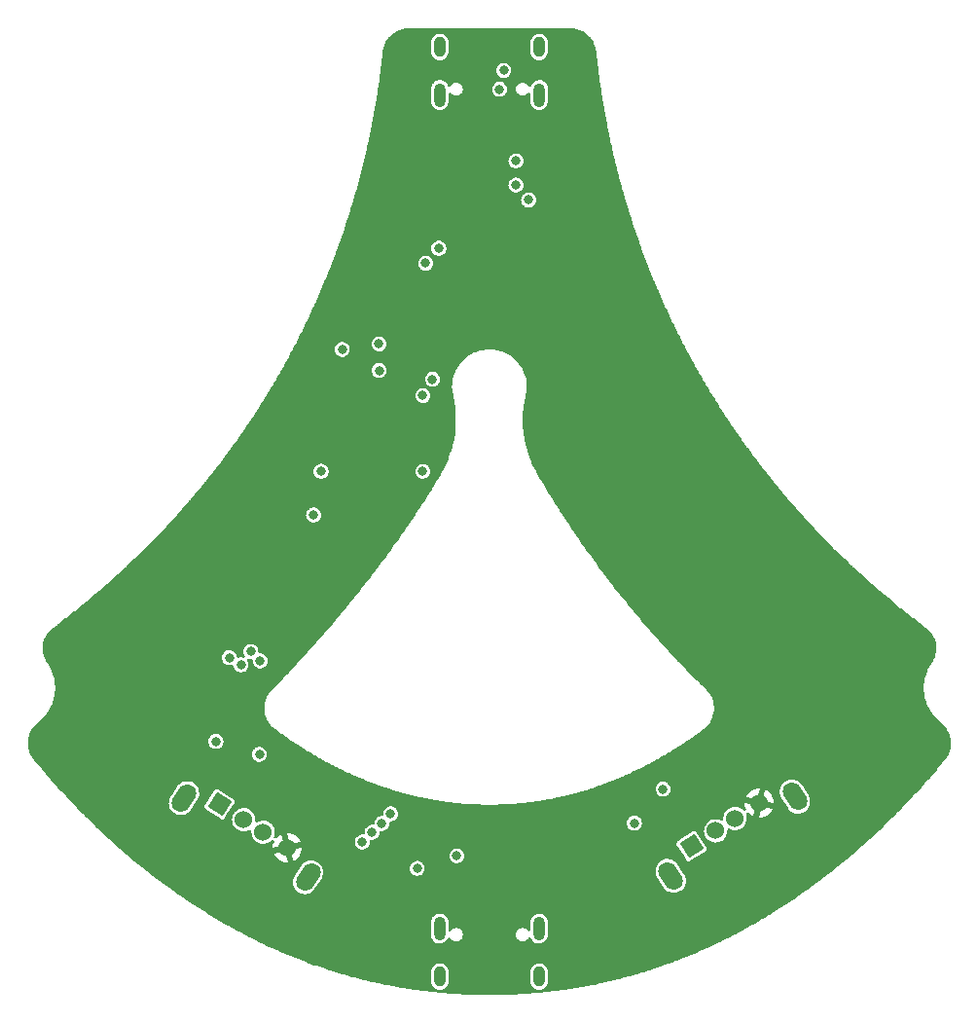
<source format=gbr>
%TF.GenerationSoftware,KiCad,Pcbnew,(6.0.8)*%
%TF.CreationDate,2022-12-20T01:42:36-08:00*%
%TF.ProjectId,Anduril USB Hub,416e6475-7269-46c2-9055-534220487562,rev?*%
%TF.SameCoordinates,Original*%
%TF.FileFunction,Copper,L2,Inr*%
%TF.FilePolarity,Positive*%
%FSLAX46Y46*%
G04 Gerber Fmt 4.6, Leading zero omitted, Abs format (unit mm)*
G04 Created by KiCad (PCBNEW (6.0.8)) date 2022-12-20 01:42:36*
%MOMM*%
%LPD*%
G01*
G04 APERTURE LIST*
G04 Aperture macros list*
%AMHorizOval*
0 Thick line with rounded ends*
0 $1 width*
0 $2 $3 position (X,Y) of the first rounded end (center of the circle)*
0 $4 $5 position (X,Y) of the second rounded end (center of the circle)*
0 Add line between two ends*
20,1,$1,$2,$3,$4,$5,0*
0 Add two circle primitives to create the rounded ends*
1,1,$1,$2,$3*
1,1,$1,$4,$5*%
%AMRotRect*
0 Rectangle, with rotation*
0 The origin of the aperture is its center*
0 $1 length*
0 $2 width*
0 $3 Rotation angle, in degrees counterclockwise*
0 Add horizontal line*
21,1,$1,$2,0,0,$3*%
G04 Aperture macros list end*
%TA.AperFunction,ComponentPad*%
%ADD10RotRect,1.524000X1.524000X32.500000*%
%TD*%
%TA.AperFunction,ComponentPad*%
%ADD11C,1.524000*%
%TD*%
%TA.AperFunction,ComponentPad*%
%ADD12HorizOval,1.600000X-0.268650X0.421696X0.268650X-0.421696X0*%
%TD*%
%TA.AperFunction,ComponentPad*%
%ADD13O,1.000000X2.100000*%
%TD*%
%TA.AperFunction,ComponentPad*%
%ADD14O,1.000000X1.800000*%
%TD*%
%TA.AperFunction,ComponentPad*%
%ADD15RotRect,1.524000X1.524000X327.500000*%
%TD*%
%TA.AperFunction,ComponentPad*%
%ADD16HorizOval,1.600000X-0.268650X-0.421696X0.268650X0.421696X0*%
%TD*%
%TA.AperFunction,ViaPad*%
%ADD17C,0.800000*%
%TD*%
%TA.AperFunction,ViaPad*%
%ADD18C,0.700000*%
%TD*%
G04 APERTURE END LIST*
D10*
%TO.N,Net-(F4-Pad1)*%
%TO.C,J4*%
X129968048Y-102118948D03*
D11*
%TO.N,Net-(J4-Pad2)*%
X132076527Y-100775699D03*
%TO.N,Net-(J4-Pad3)*%
X133763310Y-99701100D03*
%TO.N,GND*%
X135871788Y-98357851D03*
D12*
%TO.N,Net-(C22-Pad1)*%
X138962383Y-97811752D03*
X128166972Y-104689187D03*
%TD*%
D13*
%TO.N,Net-(C8-Pad1)*%
%TO.C,J3*%
X116708342Y-109276379D03*
X108068342Y-109276379D03*
D14*
X108068342Y-113456379D03*
X116708342Y-113456379D03*
%TD*%
D15*
%TO.N,Net-(F2-Pad1)*%
%TO.C,J2*%
X88904897Y-98473916D03*
D11*
%TO.N,Net-(J2-Pad2)*%
X91013376Y-99817165D03*
%TO.N,Net-(J2-Pad3)*%
X92700159Y-100891764D03*
%TO.N,GND*%
X94808637Y-102235013D03*
D16*
%TO.N,Net-(C3-Pad1)*%
X85814302Y-97927817D03*
X96609713Y-104805252D03*
%TD*%
D14*
%TO.N,Net-(C1-Pad1)*%
%TO.C,J1*%
X116708342Y-32606379D03*
D13*
X116708342Y-36786379D03*
X108068342Y-36786379D03*
D14*
X108068342Y-32606379D03*
%TD*%
D17*
%TO.N,GND*%
X102450000Y-105000000D03*
X99950000Y-109050000D03*
X95900000Y-100650000D03*
X139200000Y-92650000D03*
X138050000Y-90650000D03*
X119450000Y-104950000D03*
X119500000Y-102750000D03*
X109850000Y-41250000D03*
X120750000Y-33700000D03*
X120700000Y-38900000D03*
%TO.N,+5V*%
X114700000Y-42500000D03*
X114700000Y-44600000D03*
X115800000Y-45900000D03*
X106838342Y-51406379D03*
X109550000Y-102950000D03*
X107988342Y-50106379D03*
X92375000Y-94125000D03*
X106100000Y-104050000D03*
X97088342Y-73306379D03*
X125000000Y-100100000D03*
X127500000Y-97150000D03*
X88600000Y-93000000D03*
%TO.N,P2 D-*%
X89775000Y-85725000D03*
X101325000Y-101750000D03*
%TO.N,P2 D+*%
X90775000Y-86350000D03*
X102175000Y-100900000D03*
%TO.N,P3 D-*%
X91625000Y-85175000D03*
X103025000Y-100125000D03*
%TO.N,P3 D+*%
X92450000Y-86000000D03*
X103800000Y-99300000D03*
%TO.N,VDD12*%
X107438342Y-61506379D03*
X99584578Y-58902614D03*
%TO.N,VDD33*%
X106588342Y-69506379D03*
X102788342Y-60731879D03*
X102776195Y-58419732D03*
X97738342Y-69506379D03*
X106588342Y-62906379D03*
D18*
%TO.N,GND*%
X100750000Y-66425000D03*
D17*
X108288342Y-55606379D03*
D18*
X102075000Y-67750000D03*
D17*
X106825000Y-107350000D03*
X93038342Y-66006379D03*
X103838342Y-53606379D03*
X115625000Y-106975000D03*
X87675000Y-94675000D03*
X104600000Y-40400000D03*
X113888342Y-54556379D03*
X93513342Y-76206379D03*
X107288342Y-57756379D03*
D18*
X102075000Y-65100000D03*
D17*
X106050000Y-105950000D03*
D18*
X103400000Y-66450000D03*
D17*
X110938342Y-53456379D03*
X105688342Y-72206379D03*
D18*
X102075000Y-63775000D03*
D17*
X91438342Y-76206379D03*
X134900000Y-96900000D03*
X101238342Y-53806379D03*
D18*
X100750000Y-65100000D03*
X102075000Y-66425000D03*
D17*
X116100000Y-38900000D03*
D18*
X100725000Y-67750000D03*
X99425000Y-63775000D03*
D17*
X93488342Y-70956879D03*
X92550000Y-99250000D03*
D18*
X99425000Y-66450000D03*
D17*
X117800000Y-45900000D03*
X108438342Y-63406379D03*
X89388342Y-76156379D03*
X108700000Y-42400000D03*
D18*
X103400000Y-63775000D03*
D17*
X108138342Y-68256379D03*
X132300000Y-99200000D03*
X95638342Y-76206379D03*
X118900000Y-44575000D03*
X96204428Y-66432419D03*
D18*
X103400000Y-65100000D03*
X99425000Y-67750000D03*
X103400000Y-67750000D03*
D17*
X90138342Y-69456379D03*
X109060342Y-38956379D03*
X111738342Y-54556379D03*
X114700000Y-104550000D03*
D18*
X100750000Y-63775000D03*
D17*
X126100000Y-101700000D03*
D18*
X99425000Y-65125000D03*
D17*
%TO.N,Net-(J1-PadA5)*%
X113632342Y-34640879D03*
X113269958Y-36278879D03*
%TD*%
%TA.AperFunction,Conductor*%
%TO.N,GND*%
G36*
X119444100Y-30986205D02*
G01*
X119444501Y-30986285D01*
X119444503Y-30986285D01*
X119456672Y-30988701D01*
X119468840Y-30986276D01*
X119481252Y-30986272D01*
X119481252Y-30986659D01*
X119491814Y-30985940D01*
X119672716Y-30996991D01*
X119724271Y-31000140D01*
X119739612Y-31002027D01*
X119995591Y-31049603D01*
X120010586Y-31053355D01*
X120258797Y-31131912D01*
X120273221Y-31137471D01*
X120509962Y-31245838D01*
X120523596Y-31253122D01*
X120745278Y-31389657D01*
X120757917Y-31398555D01*
X120961213Y-31561206D01*
X120972668Y-31571585D01*
X121154520Y-31757908D01*
X121164617Y-31769611D01*
X121322285Y-31976798D01*
X121330871Y-31989645D01*
X121429538Y-32158916D01*
X121461984Y-32214580D01*
X121468933Y-32228382D01*
X121571523Y-32467698D01*
X121576724Y-32482234D01*
X121626647Y-32654398D01*
X121649236Y-32732297D01*
X121652622Y-32747379D01*
X121689591Y-32977226D01*
X121689918Y-32987893D01*
X121690292Y-32987856D01*
X121691508Y-33000208D01*
X121690290Y-33012558D01*
X121693892Y-33024435D01*
X121694106Y-33025142D01*
X121698897Y-33049102D01*
X121716126Y-33220426D01*
X121716085Y-33220869D01*
X121718585Y-33244876D01*
X121721019Y-33269080D01*
X121721149Y-33269504D01*
X121721152Y-33269524D01*
X121740251Y-33452930D01*
X121740259Y-33453011D01*
X121740260Y-33453038D01*
X121740221Y-33453479D01*
X121742830Y-33477707D01*
X121745326Y-33501673D01*
X121745457Y-33502097D01*
X121765204Y-33685445D01*
X121765166Y-33685884D01*
X121767827Y-33709800D01*
X121770440Y-33734065D01*
X121770573Y-33734487D01*
X121770575Y-33734502D01*
X121790950Y-33917645D01*
X121790913Y-33918090D01*
X121793689Y-33942266D01*
X121796211Y-33964935D01*
X121796357Y-33966251D01*
X121796491Y-33966673D01*
X121812120Y-34102798D01*
X121817498Y-34149644D01*
X121817499Y-34149650D01*
X121817499Y-34149652D01*
X121817464Y-34150092D01*
X121820313Y-34174168D01*
X121823077Y-34198239D01*
X121823212Y-34198659D01*
X121844846Y-34381456D01*
X121844813Y-34381895D01*
X121847738Y-34405894D01*
X121850594Y-34430024D01*
X121850728Y-34430436D01*
X121850733Y-34430465D01*
X121872987Y-34613043D01*
X121872989Y-34613065D01*
X121872958Y-34613498D01*
X121875971Y-34637521D01*
X121878907Y-34661609D01*
X121879044Y-34662027D01*
X121901925Y-34844461D01*
X121901895Y-34844902D01*
X121905022Y-34869152D01*
X121908012Y-34892993D01*
X121908147Y-34893400D01*
X121908150Y-34893417D01*
X121931649Y-35075657D01*
X121931651Y-35075677D01*
X121931623Y-35076107D01*
X121931785Y-35077328D01*
X121931785Y-35077331D01*
X121931908Y-35078256D01*
X121934801Y-35100098D01*
X121937906Y-35124179D01*
X121938046Y-35124594D01*
X121962165Y-35306682D01*
X121962139Y-35307114D01*
X121965381Y-35330958D01*
X121968588Y-35355167D01*
X121968729Y-35355580D01*
X121968731Y-35355594D01*
X121987664Y-35494834D01*
X121993462Y-35537472D01*
X121993464Y-35537492D01*
X121993439Y-35537926D01*
X121996812Y-35562106D01*
X122000055Y-35585957D01*
X122000196Y-35586365D01*
X122000196Y-35586367D01*
X122025544Y-35768096D01*
X122025546Y-35768113D01*
X122025523Y-35768538D01*
X122025696Y-35769748D01*
X122025697Y-35769759D01*
X122025703Y-35769798D01*
X122028955Y-35792544D01*
X122032304Y-35816551D01*
X122032442Y-35816947D01*
X122032446Y-35816969D01*
X122058405Y-35998526D01*
X122058406Y-35998533D01*
X122058384Y-35998956D01*
X122058557Y-36000136D01*
X122058558Y-36000148D01*
X122061846Y-36022593D01*
X122061907Y-36023020D01*
X122065151Y-36045709D01*
X122065155Y-36045728D01*
X122065329Y-36046947D01*
X122065474Y-36047358D01*
X122092043Y-36228747D01*
X122092022Y-36229179D01*
X122095632Y-36253254D01*
X122098381Y-36272017D01*
X122099132Y-36277147D01*
X122099276Y-36277552D01*
X122126453Y-36458779D01*
X122126434Y-36459205D01*
X122130081Y-36482971D01*
X122133707Y-36507154D01*
X122133851Y-36507553D01*
X122133854Y-36507569D01*
X122161631Y-36688601D01*
X122161633Y-36688617D01*
X122161615Y-36689041D01*
X122161801Y-36690228D01*
X122161802Y-36690235D01*
X122163451Y-36700745D01*
X122165395Y-36713131D01*
X122169052Y-36736965D01*
X122169198Y-36737366D01*
X122197581Y-36918251D01*
X122197565Y-36918680D01*
X122201426Y-36942755D01*
X122205165Y-36966583D01*
X122205310Y-36966978D01*
X122205313Y-36966990D01*
X122234293Y-37147689D01*
X122234295Y-37147705D01*
X122234280Y-37148129D01*
X122238225Y-37172209D01*
X122242042Y-37196008D01*
X122242188Y-37196402D01*
X122242190Y-37196412D01*
X122271769Y-37376951D01*
X122271771Y-37376967D01*
X122271758Y-37377384D01*
X122275759Y-37401301D01*
X122279681Y-37425240D01*
X122279830Y-37425637D01*
X122310006Y-37606024D01*
X122309994Y-37606450D01*
X122314092Y-37630455D01*
X122318078Y-37654280D01*
X122318228Y-37654675D01*
X122348998Y-37834899D01*
X122348988Y-37835324D01*
X122353180Y-37859392D01*
X122357233Y-37883131D01*
X122357383Y-37883522D01*
X122359092Y-37893334D01*
X122388742Y-38063573D01*
X122388745Y-38063595D01*
X122388736Y-38064008D01*
X122392984Y-38087928D01*
X122397140Y-38111789D01*
X122397291Y-38112180D01*
X122429241Y-38292082D01*
X122429234Y-38292502D01*
X122430918Y-38301806D01*
X122433519Y-38316175D01*
X122433593Y-38316585D01*
X122437797Y-38340257D01*
X122437949Y-38340647D01*
X122470487Y-38520393D01*
X122470481Y-38520808D01*
X122470694Y-38521964D01*
X122470695Y-38521970D01*
X122474095Y-38540404D01*
X122474852Y-38544509D01*
X122479202Y-38568538D01*
X122479354Y-38568923D01*
X122479359Y-38568946D01*
X122480500Y-38575130D01*
X122512477Y-38748512D01*
X122512473Y-38748926D01*
X122516923Y-38772616D01*
X122521352Y-38796630D01*
X122521505Y-38797016D01*
X122521509Y-38797031D01*
X122555210Y-38976441D01*
X122555207Y-38976858D01*
X122559777Y-39000753D01*
X122564244Y-39024534D01*
X122564399Y-39024919D01*
X122598684Y-39204188D01*
X122598682Y-39204602D01*
X122598906Y-39205755D01*
X122598907Y-39205759D01*
X122600342Y-39213132D01*
X122603330Y-39228481D01*
X122607876Y-39252252D01*
X122608031Y-39252634D01*
X122642894Y-39431751D01*
X122642894Y-39432160D01*
X122647562Y-39455735D01*
X122652243Y-39479782D01*
X122652398Y-39480160D01*
X122652404Y-39480184D01*
X122675125Y-39594921D01*
X122687839Y-39659124D01*
X122687840Y-39659532D01*
X122692604Y-39683184D01*
X122697345Y-39707127D01*
X122697503Y-39707509D01*
X122733515Y-39886312D01*
X122733517Y-39886721D01*
X122738371Y-39910424D01*
X122743177Y-39934287D01*
X122743332Y-39934659D01*
X122743338Y-39934682D01*
X122779915Y-40113297D01*
X122779918Y-40113316D01*
X122779922Y-40113725D01*
X122784909Y-40137684D01*
X122789737Y-40161261D01*
X122789894Y-40161634D01*
X122827050Y-40340145D01*
X122827055Y-40340552D01*
X122832045Y-40364141D01*
X122837022Y-40388054D01*
X122837183Y-40388433D01*
X122874911Y-40566794D01*
X122874917Y-40567205D01*
X122879986Y-40590788D01*
X122885037Y-40614667D01*
X122885201Y-40615049D01*
X122923506Y-40793261D01*
X122923514Y-40793674D01*
X122928689Y-40817373D01*
X122933790Y-40841105D01*
X122933952Y-40841480D01*
X122933956Y-40841495D01*
X122972836Y-41019546D01*
X122972845Y-41019962D01*
X122978129Y-41043785D01*
X122983276Y-41067357D01*
X122983439Y-41067730D01*
X122983442Y-41067740D01*
X122986721Y-41082522D01*
X123022902Y-41245653D01*
X123022912Y-41246067D01*
X123028268Y-41269850D01*
X123033498Y-41293429D01*
X123033662Y-41293804D01*
X123033665Y-41293813D01*
X123073697Y-41471565D01*
X123073700Y-41471583D01*
X123073712Y-41471988D01*
X123073972Y-41473123D01*
X123073974Y-41473137D01*
X123079075Y-41495442D01*
X123079168Y-41495851D01*
X123084193Y-41518167D01*
X123084197Y-41518180D01*
X123084452Y-41519314D01*
X123084618Y-41519688D01*
X123084621Y-41519700D01*
X123125232Y-41697310D01*
X123125234Y-41697322D01*
X123125247Y-41697728D01*
X123130718Y-41721302D01*
X123136141Y-41745018D01*
X123136309Y-41745393D01*
X123136312Y-41745405D01*
X123177501Y-41922872D01*
X123177515Y-41923285D01*
X123181776Y-41941375D01*
X123183075Y-41946890D01*
X123183169Y-41947295D01*
X123187524Y-41966058D01*
X123188564Y-41970541D01*
X123188734Y-41970918D01*
X123230502Y-42148249D01*
X123230518Y-42148660D01*
X123236146Y-42172210D01*
X123241721Y-42195879D01*
X123241891Y-42196250D01*
X123241896Y-42196268D01*
X123284235Y-42373434D01*
X123284237Y-42373446D01*
X123284254Y-42373851D01*
X123289939Y-42397301D01*
X123295611Y-42421034D01*
X123295784Y-42421411D01*
X123338706Y-42598450D01*
X123338724Y-42598861D01*
X123344497Y-42622340D01*
X123350235Y-42646006D01*
X123350406Y-42646376D01*
X123350411Y-42646392D01*
X123357852Y-42676652D01*
X123393907Y-42823276D01*
X123393927Y-42823688D01*
X123394211Y-42824826D01*
X123399723Y-42846930D01*
X123399822Y-42847332D01*
X123405308Y-42869642D01*
X123405311Y-42869651D01*
X123405592Y-42870795D01*
X123405767Y-42871170D01*
X123449843Y-43047921D01*
X123449864Y-43048331D01*
X123455788Y-43071761D01*
X123461683Y-43095402D01*
X123461859Y-43095776D01*
X123506510Y-43272383D01*
X123506533Y-43272795D01*
X123512559Y-43296304D01*
X123518505Y-43319824D01*
X123518682Y-43320197D01*
X123563911Y-43496661D01*
X123563935Y-43497075D01*
X123570069Y-43520687D01*
X123576061Y-43544065D01*
X123576236Y-43544429D01*
X123576242Y-43544448D01*
X123576789Y-43546554D01*
X123622046Y-43720762D01*
X123622071Y-43721171D01*
X123628219Y-43744524D01*
X123634350Y-43768124D01*
X123634529Y-43768493D01*
X123634533Y-43768507D01*
X123680908Y-43944659D01*
X123680912Y-43944679D01*
X123680938Y-43945085D01*
X123687183Y-43968498D01*
X123693370Y-43991997D01*
X123693551Y-43992368D01*
X123740510Y-44168406D01*
X123740538Y-44168818D01*
X123740842Y-44169941D01*
X123740843Y-44169948D01*
X123746869Y-44192245D01*
X123753123Y-44215689D01*
X123753303Y-44216054D01*
X123753308Y-44216071D01*
X123771697Y-44284113D01*
X123800842Y-44391957D01*
X123800871Y-44392369D01*
X123807291Y-44415820D01*
X123813609Y-44439199D01*
X123813792Y-44439568D01*
X123861905Y-44615323D01*
X123861936Y-44615735D01*
X123862248Y-44616859D01*
X123862249Y-44616865D01*
X123864478Y-44624903D01*
X123868443Y-44639203D01*
X123874827Y-44662525D01*
X123875010Y-44662891D01*
X123923701Y-44838513D01*
X123923733Y-44838920D01*
X123930241Y-44862099D01*
X123936775Y-44885667D01*
X123936959Y-44886032D01*
X123936966Y-44886053D01*
X123943307Y-44908636D01*
X123986228Y-45061511D01*
X123986261Y-45061923D01*
X123992921Y-45085352D01*
X123996100Y-45096673D01*
X123999456Y-45108627D01*
X123999640Y-45108989D01*
X123999644Y-45109001D01*
X124006789Y-45134135D01*
X124049486Y-45284331D01*
X124049521Y-45284743D01*
X124049843Y-45285862D01*
X124049847Y-45285879D01*
X124056188Y-45307910D01*
X124056258Y-45308153D01*
X124062868Y-45331404D01*
X124063053Y-45331765D01*
X124063059Y-45331783D01*
X124113475Y-45506965D01*
X124113477Y-45506975D01*
X124113513Y-45507381D01*
X124120313Y-45530723D01*
X124127012Y-45554000D01*
X124127200Y-45554365D01*
X124178199Y-45729425D01*
X124178236Y-45729837D01*
X124178566Y-45730956D01*
X124185149Y-45753284D01*
X124185263Y-45753676D01*
X124191559Y-45775288D01*
X124191562Y-45775298D01*
X124191887Y-45776412D01*
X124192075Y-45776774D01*
X124243653Y-45951700D01*
X124243691Y-45952110D01*
X124250600Y-45975264D01*
X124257493Y-45998641D01*
X124257680Y-45998998D01*
X124257686Y-45999014D01*
X124309832Y-46173779D01*
X124309837Y-46173798D01*
X124309876Y-46174201D01*
X124310213Y-46175319D01*
X124310215Y-46175325D01*
X124316862Y-46197343D01*
X124316978Y-46197728D01*
X124323829Y-46220687D01*
X124324020Y-46221049D01*
X124344693Y-46289521D01*
X124376749Y-46395697D01*
X124376753Y-46395712D01*
X124376793Y-46396110D01*
X124383825Y-46419129D01*
X124390896Y-46442551D01*
X124391088Y-46442912D01*
X124391094Y-46442929D01*
X124444396Y-46617424D01*
X124444398Y-46617434D01*
X124444440Y-46617836D01*
X124451585Y-46640958D01*
X124458694Y-46664231D01*
X124458887Y-46664589D01*
X124458888Y-46664592D01*
X124512770Y-46838962D01*
X124512773Y-46838976D01*
X124512817Y-46839380D01*
X124520083Y-46862625D01*
X124527222Y-46885729D01*
X124527415Y-46886087D01*
X124527418Y-46886094D01*
X124581876Y-47060323D01*
X124581881Y-47060341D01*
X124581925Y-47060743D01*
X124589248Y-47083908D01*
X124596480Y-47107045D01*
X124596675Y-47107404D01*
X124596678Y-47107411D01*
X124651715Y-47281507D01*
X124651719Y-47281521D01*
X124651764Y-47281922D01*
X124659156Y-47305046D01*
X124666469Y-47328177D01*
X124666663Y-47328530D01*
X124666671Y-47328551D01*
X124722279Y-47502494D01*
X124722286Y-47502520D01*
X124722333Y-47502921D01*
X124729828Y-47526107D01*
X124737188Y-47549128D01*
X124737383Y-47549480D01*
X124737390Y-47549498D01*
X124793583Y-47723326D01*
X124793586Y-47723335D01*
X124793634Y-47723739D01*
X124801167Y-47746785D01*
X124808638Y-47769896D01*
X124808835Y-47770251D01*
X124808841Y-47770265D01*
X124865612Y-47943947D01*
X124865619Y-47943972D01*
X124865669Y-47944378D01*
X124873353Y-47967628D01*
X124880823Y-47990483D01*
X124881023Y-47990839D01*
X124938388Y-48164423D01*
X124938440Y-48164831D01*
X124946123Y-48187827D01*
X124953744Y-48210889D01*
X124953945Y-48211243D01*
X124953949Y-48211254D01*
X125011889Y-48384681D01*
X125011894Y-48384697D01*
X125011946Y-48385104D01*
X125012322Y-48386217D01*
X125019667Y-48407967D01*
X125019797Y-48408354D01*
X125027399Y-48431108D01*
X125027601Y-48431463D01*
X125027606Y-48431475D01*
X125086131Y-48604771D01*
X125086136Y-48604788D01*
X125086190Y-48605192D01*
X125086568Y-48606298D01*
X125086571Y-48606310D01*
X125094009Y-48628100D01*
X125094141Y-48628489D01*
X125101417Y-48650034D01*
X125101423Y-48650048D01*
X125101794Y-48651148D01*
X125101995Y-48651498D01*
X125102001Y-48651513D01*
X125161113Y-48824683D01*
X125161117Y-48824695D01*
X125161172Y-48825100D01*
X125169079Y-48848020D01*
X125176924Y-48871001D01*
X125177129Y-48871356D01*
X125177134Y-48871368D01*
X125196878Y-48928595D01*
X125236836Y-49044415D01*
X125236893Y-49044822D01*
X125237279Y-49045929D01*
X125244763Y-49067396D01*
X125244897Y-49067782D01*
X125252411Y-49089562D01*
X125252416Y-49089574D01*
X125252795Y-49090673D01*
X125253003Y-49091029D01*
X125253008Y-49091042D01*
X125313293Y-49263951D01*
X125313296Y-49263960D01*
X125313354Y-49264363D01*
X125321383Y-49287150D01*
X125329405Y-49310159D01*
X125329616Y-49310518D01*
X125334001Y-49322964D01*
X125390493Y-49483297D01*
X125390497Y-49483309D01*
X125390556Y-49483717D01*
X125398749Y-49506729D01*
X125406758Y-49529461D01*
X125406967Y-49529814D01*
X125468440Y-49702481D01*
X125468501Y-49702889D01*
X125476670Y-49725600D01*
X125484851Y-49748578D01*
X125485063Y-49748933D01*
X125485069Y-49748946D01*
X125547126Y-49921466D01*
X125547189Y-49921876D01*
X125547592Y-49922986D01*
X125547593Y-49922988D01*
X125555396Y-49944460D01*
X125555534Y-49944842D01*
X125560128Y-49957613D01*
X125563689Y-49967511D01*
X125563901Y-49967863D01*
X125563905Y-49967872D01*
X125572520Y-49991577D01*
X125626557Y-50140268D01*
X125626621Y-50140677D01*
X125627028Y-50141785D01*
X125627029Y-50141789D01*
X125634907Y-50163248D01*
X125635049Y-50163636D01*
X125642862Y-50185135D01*
X125642866Y-50185144D01*
X125643271Y-50186259D01*
X125643486Y-50186614D01*
X125706732Y-50358882D01*
X125706798Y-50359295D01*
X125715290Y-50382193D01*
X125723597Y-50404819D01*
X125723812Y-50405171D01*
X125787656Y-50577318D01*
X125787723Y-50577726D01*
X125796202Y-50600360D01*
X125804671Y-50623196D01*
X125804888Y-50623549D01*
X125804889Y-50623552D01*
X125869322Y-50795556D01*
X125869326Y-50795569D01*
X125869394Y-50795973D01*
X125878003Y-50818727D01*
X125886491Y-50841385D01*
X125886709Y-50841737D01*
X125951743Y-51013621D01*
X125951814Y-51014036D01*
X125960542Y-51036876D01*
X125969060Y-51059389D01*
X125969279Y-51059740D01*
X125990595Y-51115521D01*
X126034916Y-51231504D01*
X126034922Y-51231522D01*
X126034993Y-51231930D01*
X126043759Y-51254644D01*
X126052388Y-51277225D01*
X126052610Y-51277578D01*
X126118859Y-51449240D01*
X126118933Y-51449657D01*
X126127860Y-51472561D01*
X126136478Y-51494893D01*
X126136699Y-51495242D01*
X126203550Y-51666773D01*
X126203554Y-51666784D01*
X126203627Y-51667191D01*
X126212555Y-51689877D01*
X126221322Y-51712373D01*
X126221545Y-51712722D01*
X126288991Y-51884111D01*
X126289066Y-51884518D01*
X126297951Y-51906878D01*
X126306908Y-51929640D01*
X126307132Y-51929989D01*
X126307139Y-51930005D01*
X126375159Y-52101194D01*
X126375165Y-52101213D01*
X126375241Y-52101614D01*
X126375680Y-52102709D01*
X126375682Y-52102714D01*
X126384179Y-52123896D01*
X126384333Y-52124281D01*
X126392795Y-52145578D01*
X126392799Y-52145587D01*
X126393233Y-52146679D01*
X126393455Y-52147022D01*
X126393465Y-52147045D01*
X126462061Y-52318039D01*
X126462067Y-52318056D01*
X126462144Y-52318459D01*
X126462586Y-52319550D01*
X126462589Y-52319559D01*
X126471161Y-52340725D01*
X126471316Y-52341110D01*
X126479840Y-52362359D01*
X126479846Y-52362371D01*
X126480284Y-52363464D01*
X126480509Y-52363808D01*
X126480518Y-52363828D01*
X126549682Y-52534611D01*
X126549689Y-52534631D01*
X126549767Y-52535034D01*
X126558933Y-52557454D01*
X126568055Y-52579979D01*
X126568284Y-52580328D01*
X126638020Y-52750907D01*
X126638101Y-52751315D01*
X126638550Y-52752404D01*
X126638555Y-52752417D01*
X126647275Y-52773546D01*
X126647435Y-52773935D01*
X126656538Y-52796202D01*
X126656765Y-52796545D01*
X126656771Y-52796559D01*
X126727054Y-52966873D01*
X126727058Y-52966884D01*
X126727139Y-52967288D01*
X126727593Y-52968378D01*
X126736313Y-52989313D01*
X126736473Y-52989697D01*
X126744434Y-53008988D01*
X126745722Y-53012110D01*
X126745953Y-53012456D01*
X126816788Y-53182517D01*
X126816871Y-53182925D01*
X126826261Y-53205262D01*
X126835602Y-53227687D01*
X126835831Y-53228029D01*
X126835838Y-53228043D01*
X126907198Y-53397786D01*
X126907205Y-53397806D01*
X126907289Y-53398210D01*
X126916789Y-53420601D01*
X126926167Y-53442908D01*
X126926400Y-53443253D01*
X126998299Y-53612712D01*
X126998386Y-53613122D01*
X127007980Y-53635528D01*
X127017411Y-53657756D01*
X127017642Y-53658094D01*
X127017644Y-53658099D01*
X127090061Y-53827224D01*
X127090065Y-53827235D01*
X127090152Y-53827639D01*
X127099781Y-53849923D01*
X127109324Y-53872210D01*
X127109560Y-53872555D01*
X127182488Y-54041329D01*
X127182492Y-54041340D01*
X127182580Y-54041743D01*
X127192226Y-54063865D01*
X127201898Y-54086248D01*
X127202138Y-54086595D01*
X127275570Y-54255000D01*
X127275661Y-54255411D01*
X127285459Y-54277680D01*
X127295127Y-54299851D01*
X127295363Y-54300190D01*
X127295370Y-54300205D01*
X127369291Y-54468206D01*
X127369295Y-54468216D01*
X127369386Y-54468620D01*
X127379215Y-54490761D01*
X127389000Y-54512998D01*
X127389238Y-54513338D01*
X127389243Y-54513348D01*
X127463660Y-54680971D01*
X127463665Y-54680983D01*
X127463756Y-54681383D01*
X127473721Y-54703630D01*
X127483519Y-54725701D01*
X127483757Y-54726039D01*
X127558684Y-54893323D01*
X127558691Y-54893340D01*
X127558784Y-54893742D01*
X127568753Y-54915805D01*
X127578691Y-54937992D01*
X127578933Y-54938333D01*
X127654374Y-55105289D01*
X127654469Y-55105691D01*
X127664462Y-55127615D01*
X127674522Y-55149877D01*
X127674760Y-55150210D01*
X127674770Y-55150229D01*
X127750711Y-55316827D01*
X127750713Y-55316832D01*
X127750809Y-55317235D01*
X127760958Y-55339306D01*
X127771007Y-55361352D01*
X127771251Y-55361690D01*
X127847708Y-55527967D01*
X127847806Y-55528369D01*
X127848303Y-55529441D01*
X127848304Y-55529443D01*
X127857902Y-55550138D01*
X127858038Y-55550431D01*
X127868150Y-55572422D01*
X127868395Y-55572760D01*
X127945358Y-55738695D01*
X127945457Y-55739098D01*
X127955673Y-55760935D01*
X127965945Y-55783082D01*
X127966193Y-55783421D01*
X128043661Y-55949014D01*
X128043763Y-55949421D01*
X128052069Y-55967023D01*
X128053993Y-55971101D01*
X128054170Y-55971477D01*
X128062620Y-55989538D01*
X128064397Y-55993337D01*
X128064643Y-55993672D01*
X128142623Y-56158934D01*
X128142725Y-56159336D01*
X128143229Y-56160394D01*
X128143231Y-56160400D01*
X128153044Y-56181020D01*
X128153106Y-56181150D01*
X128163503Y-56203184D01*
X128163752Y-56203520D01*
X128242237Y-56368443D01*
X128242340Y-56368844D01*
X128242850Y-56369907D01*
X128242851Y-56369909D01*
X128252708Y-56390446D01*
X128252888Y-56390824D01*
X128260307Y-56406413D01*
X128263263Y-56412625D01*
X128263513Y-56412961D01*
X128342505Y-56577548D01*
X128342609Y-56577948D01*
X128343122Y-56579008D01*
X128343125Y-56579015D01*
X128352958Y-56599330D01*
X128353139Y-56599705D01*
X128363159Y-56620584D01*
X128363164Y-56620593D01*
X128363675Y-56621658D01*
X128363924Y-56621990D01*
X128363934Y-56622008D01*
X128443426Y-56786246D01*
X128443531Y-56786646D01*
X128454075Y-56808250D01*
X128464741Y-56830286D01*
X128464991Y-56830616D01*
X128465002Y-56830637D01*
X128502235Y-56906920D01*
X128544998Y-56994535D01*
X128545106Y-56994939D01*
X128555837Y-57016742D01*
X128566461Y-57038509D01*
X128566713Y-57038841D01*
X128647223Y-57202420D01*
X128647333Y-57202826D01*
X128647859Y-57203886D01*
X128647863Y-57203895D01*
X128655214Y-57218706D01*
X128658189Y-57224700D01*
X128668832Y-57246325D01*
X128669084Y-57246654D01*
X128750102Y-57409903D01*
X128750213Y-57410308D01*
X128761148Y-57432160D01*
X128771855Y-57453735D01*
X128772108Y-57454063D01*
X128853633Y-57616983D01*
X128853744Y-57617384D01*
X128864662Y-57639024D01*
X128875529Y-57660741D01*
X128875785Y-57661070D01*
X128957814Y-57823657D01*
X128957926Y-57824057D01*
X128968861Y-57845553D01*
X128979853Y-57867341D01*
X128980112Y-57867672D01*
X129062646Y-58029927D01*
X129062760Y-58030325D01*
X129073766Y-58051787D01*
X129084830Y-58073537D01*
X129085089Y-58073866D01*
X129168127Y-58235788D01*
X129168243Y-58236189D01*
X129179390Y-58257750D01*
X129190456Y-58279328D01*
X129190715Y-58279655D01*
X129274258Y-58441245D01*
X129274376Y-58441648D01*
X129285665Y-58463308D01*
X129296732Y-58484714D01*
X129296990Y-58485038D01*
X129381038Y-58646300D01*
X129381042Y-58646309D01*
X129381159Y-58646704D01*
X129392427Y-58668152D01*
X129395463Y-58673976D01*
X129403656Y-58689696D01*
X129403915Y-58690018D01*
X129403922Y-58690031D01*
X129429758Y-58739205D01*
X129488468Y-58850952D01*
X129488473Y-58850963D01*
X129488591Y-58851357D01*
X129499895Y-58872701D01*
X129511229Y-58894274D01*
X129511490Y-58894598D01*
X129511496Y-58894608D01*
X129596551Y-59055208D01*
X129596672Y-59055608D01*
X129608128Y-59077069D01*
X129619452Y-59098450D01*
X129619715Y-59098772D01*
X129705280Y-59259057D01*
X129705401Y-59259453D01*
X129716834Y-59280702D01*
X129728322Y-59302221D01*
X129728585Y-59302542D01*
X129728592Y-59302555D01*
X129755995Y-59353482D01*
X129814648Y-59462487D01*
X129814656Y-59462505D01*
X129814778Y-59462898D01*
X129826326Y-59484191D01*
X129837839Y-59505588D01*
X129838101Y-59505905D01*
X129838110Y-59505920D01*
X129904998Y-59629254D01*
X129924679Y-59665543D01*
X129924803Y-59665938D01*
X129936396Y-59687147D01*
X129948006Y-59708555D01*
X129948273Y-59708876D01*
X130035347Y-59868179D01*
X130035473Y-59868577D01*
X130047205Y-59889874D01*
X130058816Y-59911116D01*
X130059083Y-59911435D01*
X130146662Y-60070413D01*
X130146667Y-60070423D01*
X130146792Y-60070814D01*
X130147361Y-60071838D01*
X130147363Y-60071843D01*
X130153400Y-60082716D01*
X130158510Y-60091920D01*
X130170275Y-60113277D01*
X130170541Y-60113594D01*
X130170547Y-60113603D01*
X130258620Y-60272240D01*
X130258629Y-60272258D01*
X130258756Y-60272649D01*
X130259330Y-60273675D01*
X130259333Y-60273681D01*
X130260389Y-60275568D01*
X130270611Y-60293838D01*
X130282379Y-60315034D01*
X130282648Y-60315352D01*
X130371237Y-60473686D01*
X130371367Y-60474082D01*
X130383315Y-60495273D01*
X130395130Y-60516390D01*
X130395399Y-60516705D01*
X130427893Y-60574336D01*
X130484491Y-60674720D01*
X130484622Y-60675114D01*
X130496564Y-60696133D01*
X130508523Y-60717343D01*
X130508793Y-60717657D01*
X130508800Y-60717669D01*
X130598389Y-60875349D01*
X130598522Y-60875745D01*
X130610605Y-60896851D01*
X130610730Y-60897071D01*
X130621976Y-60916864D01*
X130621982Y-60916873D01*
X130622563Y-60917896D01*
X130622834Y-60918209D01*
X130712934Y-61075582D01*
X130713067Y-61075974D01*
X130713652Y-61076988D01*
X130713654Y-61076992D01*
X130714330Y-61078164D01*
X130725168Y-61096950D01*
X130737246Y-61118046D01*
X130737512Y-61118352D01*
X130737521Y-61118366D01*
X130828117Y-61275405D01*
X130828124Y-61275418D01*
X130828255Y-61275802D01*
X130828838Y-61276804D01*
X130828839Y-61276807D01*
X130840303Y-61296529D01*
X130840509Y-61296886D01*
X130851975Y-61316761D01*
X130851983Y-61316774D01*
X130852573Y-61317796D01*
X130852847Y-61318108D01*
X130943951Y-61474840D01*
X130944087Y-61475232D01*
X130944681Y-61476247D01*
X130944683Y-61476250D01*
X130945439Y-61477540D01*
X130956323Y-61496124D01*
X130968542Y-61517145D01*
X130968814Y-61517453D01*
X130968822Y-61517466D01*
X131060420Y-61673864D01*
X131060428Y-61673879D01*
X131060562Y-61674261D01*
X131061152Y-61675261D01*
X131061161Y-61675278D01*
X131072731Y-61694884D01*
X131072943Y-61695244D01*
X131084551Y-61715065D01*
X131084560Y-61715078D01*
X131085154Y-61716093D01*
X131085428Y-61716401D01*
X131085438Y-61716417D01*
X131177542Y-61872499D01*
X131177680Y-61872889D01*
X131190046Y-61893689D01*
X131202410Y-61914641D01*
X131202682Y-61914946D01*
X131202693Y-61914962D01*
X131295294Y-62070716D01*
X131295301Y-62070730D01*
X131295441Y-62071120D01*
X131296046Y-62072129D01*
X131296047Y-62072132D01*
X131308011Y-62092105D01*
X131320308Y-62112789D01*
X131320584Y-62113095D01*
X131413706Y-62268562D01*
X131413846Y-62268950D01*
X131426321Y-62289622D01*
X131438849Y-62310538D01*
X131439129Y-62310847D01*
X131532751Y-62465990D01*
X131532893Y-62466380D01*
X131545490Y-62487100D01*
X131558033Y-62507886D01*
X131558313Y-62508193D01*
X131620141Y-62609893D01*
X131652434Y-62663011D01*
X131652441Y-62663024D01*
X131652583Y-62663410D01*
X131653195Y-62664410D01*
X131653202Y-62664422D01*
X131665169Y-62683961D01*
X131665385Y-62684315D01*
X131677249Y-62703830D01*
X131677859Y-62704833D01*
X131678133Y-62705132D01*
X131678143Y-62705146D01*
X131772766Y-62859645D01*
X131772773Y-62859659D01*
X131772916Y-62860041D01*
X131785638Y-62880661D01*
X131798328Y-62901381D01*
X131798610Y-62901687D01*
X131893747Y-63055884D01*
X131893893Y-63056273D01*
X131906709Y-63076893D01*
X131919440Y-63097528D01*
X131919722Y-63097832D01*
X132015365Y-63251718D01*
X132015512Y-63252104D01*
X132016136Y-63253101D01*
X132016139Y-63253106D01*
X132028192Y-63272357D01*
X132028413Y-63272711D01*
X132040568Y-63292269D01*
X132040573Y-63292276D01*
X132041195Y-63293277D01*
X132041477Y-63293578D01*
X132041487Y-63293592D01*
X132137622Y-63447143D01*
X132137627Y-63447153D01*
X132137774Y-63447535D01*
X132138397Y-63448522D01*
X132138401Y-63448530D01*
X132150674Y-63467989D01*
X132150897Y-63468345D01*
X132162961Y-63487616D01*
X132162966Y-63487624D01*
X132163592Y-63488623D01*
X132163875Y-63488924D01*
X132163880Y-63488931D01*
X132178439Y-63512016D01*
X132260527Y-63642178D01*
X132260678Y-63642568D01*
X132261311Y-63643564D01*
X132261313Y-63643568D01*
X132265549Y-63650236D01*
X132273766Y-63663170D01*
X132286631Y-63683570D01*
X132286913Y-63683868D01*
X132286918Y-63683875D01*
X132384074Y-63836813D01*
X132384225Y-63837199D01*
X132397297Y-63857628D01*
X132410312Y-63878116D01*
X132410595Y-63878413D01*
X132410603Y-63878424D01*
X132508256Y-64031040D01*
X132508263Y-64031052D01*
X132508414Y-64031433D01*
X132521547Y-64051810D01*
X132534635Y-64072264D01*
X132534923Y-64072564D01*
X132633092Y-64224879D01*
X132633246Y-64225265D01*
X132646480Y-64245652D01*
X132652258Y-64254616D01*
X132659602Y-64266011D01*
X132659890Y-64266308D01*
X132758563Y-64418310D01*
X132758720Y-64418700D01*
X132772152Y-64439243D01*
X132785209Y-64459357D01*
X132785495Y-64459651D01*
X132884681Y-64611349D01*
X132884837Y-64611732D01*
X132898179Y-64631993D01*
X132911460Y-64652305D01*
X132911750Y-64652600D01*
X133011439Y-64803985D01*
X133011596Y-64804368D01*
X133024985Y-64824555D01*
X133038350Y-64844851D01*
X133038638Y-64845143D01*
X133038644Y-64845151D01*
X133138835Y-64996214D01*
X133138839Y-64996220D01*
X133138997Y-64996602D01*
X133152460Y-65016757D01*
X133165885Y-65036999D01*
X133166176Y-65037292D01*
X133166182Y-65037300D01*
X133266878Y-65188052D01*
X133266882Y-65188059D01*
X133267040Y-65188436D01*
X133267695Y-65189410D01*
X133267700Y-65189418D01*
X133280383Y-65208272D01*
X133280612Y-65208613D01*
X133289277Y-65221585D01*
X133294060Y-65228745D01*
X133294355Y-65229040D01*
X133395563Y-65379489D01*
X133395725Y-65379872D01*
X133409383Y-65400031D01*
X133422877Y-65420091D01*
X133423170Y-65420382D01*
X133524891Y-65570527D01*
X133525053Y-65570908D01*
X133538718Y-65590937D01*
X133552337Y-65611039D01*
X133552632Y-65611330D01*
X133654858Y-65761162D01*
X133655022Y-65761544D01*
X133668824Y-65781633D01*
X133682438Y-65801586D01*
X133682730Y-65801872D01*
X133682738Y-65801882D01*
X133693531Y-65817592D01*
X133785463Y-65951395D01*
X133785471Y-65951409D01*
X133785633Y-65951781D01*
X133799370Y-65971635D01*
X133813179Y-65991733D01*
X133813475Y-65992022D01*
X133813481Y-65992030D01*
X133825317Y-66009136D01*
X133916720Y-66141238D01*
X133916886Y-66141617D01*
X133930755Y-66161522D01*
X133941554Y-66177129D01*
X133944564Y-66181480D01*
X133944861Y-66181767D01*
X134048612Y-66330674D01*
X134048780Y-66331055D01*
X134062812Y-66351055D01*
X134076588Y-66370826D01*
X134076882Y-66371109D01*
X134076889Y-66371118D01*
X134181142Y-66519706D01*
X134181150Y-66519719D01*
X134181317Y-66520094D01*
X134195413Y-66540045D01*
X134209255Y-66559774D01*
X134209552Y-66560058D01*
X134314327Y-66708356D01*
X134314495Y-66708731D01*
X134328486Y-66728398D01*
X134342563Y-66748322D01*
X134342864Y-66748608D01*
X134448146Y-66896597D01*
X134448315Y-66896970D01*
X134462331Y-66916536D01*
X134462443Y-66916693D01*
X134475823Y-66935502D01*
X134475831Y-66935512D01*
X134476511Y-66936468D01*
X134476813Y-66936753D01*
X134493472Y-66960009D01*
X134582598Y-67084427D01*
X134582606Y-67084439D01*
X134582776Y-67084811D01*
X134596973Y-67104494D01*
X134611101Y-67124216D01*
X134611399Y-67124495D01*
X134611406Y-67124504D01*
X134717700Y-67271869D01*
X134717712Y-67271887D01*
X134717879Y-67272251D01*
X134718560Y-67273189D01*
X134718568Y-67273201D01*
X134731928Y-67291597D01*
X134732166Y-67291925D01*
X134745647Y-67310615D01*
X134745654Y-67310624D01*
X134746333Y-67311565D01*
X134746632Y-67311843D01*
X134746647Y-67311862D01*
X134788094Y-67368930D01*
X134853451Y-67458919D01*
X134853624Y-67459292D01*
X134867889Y-67478799D01*
X134882206Y-67498512D01*
X134882511Y-67498794D01*
X134989834Y-67645556D01*
X134990011Y-67645933D01*
X135004550Y-67665679D01*
X135018722Y-67685059D01*
X135019023Y-67685335D01*
X135126868Y-67831805D01*
X135127042Y-67832174D01*
X135127734Y-67833107D01*
X135127737Y-67833112D01*
X135141221Y-67851302D01*
X135141460Y-67851625D01*
X135149334Y-67862318D01*
X135155879Y-67871207D01*
X135156184Y-67871485D01*
X135156196Y-67871500D01*
X135264534Y-68017640D01*
X135264540Y-68017648D01*
X135264715Y-68018015D01*
X135279149Y-68037353D01*
X135293680Y-68056954D01*
X135293983Y-68057230D01*
X135293991Y-68057239D01*
X135330520Y-68106178D01*
X135402854Y-68203087D01*
X135403032Y-68203457D01*
X135417517Y-68222732D01*
X135432123Y-68242300D01*
X135432425Y-68242572D01*
X135432441Y-68242591D01*
X135541803Y-68388115D01*
X135541810Y-68388126D01*
X135541990Y-68388495D01*
X135556724Y-68407968D01*
X135571211Y-68427246D01*
X135571516Y-68427519D01*
X135681413Y-68572768D01*
X135681592Y-68573135D01*
X135696156Y-68592254D01*
X135710937Y-68611790D01*
X135711246Y-68612065D01*
X135711253Y-68612074D01*
X135738376Y-68647679D01*
X135821650Y-68756999D01*
X135821655Y-68757007D01*
X135821837Y-68757375D01*
X135836662Y-68776706D01*
X135851309Y-68795934D01*
X135851614Y-68796203D01*
X135851622Y-68796213D01*
X135962542Y-68940846D01*
X135962725Y-68941214D01*
X135963444Y-68942145D01*
X135977364Y-68960174D01*
X135977613Y-68960498D01*
X135991597Y-68978733D01*
X135991607Y-68978745D01*
X135992322Y-68979677D01*
X135992633Y-68979950D01*
X136104073Y-69124283D01*
X136104257Y-69124651D01*
X136119188Y-69143861D01*
X136133980Y-69163018D01*
X136134287Y-69163286D01*
X136134292Y-69163291D01*
X136166323Y-69204499D01*
X136246247Y-69307322D01*
X136246432Y-69307689D01*
X136261372Y-69326780D01*
X136276279Y-69345959D01*
X136276590Y-69346228D01*
X136389062Y-69489957D01*
X136389249Y-69490325D01*
X136404317Y-69509452D01*
X136419221Y-69528498D01*
X136419524Y-69528758D01*
X136419536Y-69528772D01*
X136532521Y-69672193D01*
X136532525Y-69672198D01*
X136532710Y-69672559D01*
X136547826Y-69691620D01*
X136562807Y-69710636D01*
X136563114Y-69710898D01*
X136563123Y-69710909D01*
X136656165Y-69828228D01*
X136676628Y-69854031D01*
X136676816Y-69854395D01*
X136691908Y-69873298D01*
X136707035Y-69892373D01*
X136707347Y-69892639D01*
X136707353Y-69892645D01*
X136821363Y-70035450D01*
X136821376Y-70035468D01*
X136821564Y-70035828D01*
X136822296Y-70036738D01*
X136822299Y-70036743D01*
X136836671Y-70054625D01*
X136836929Y-70054947D01*
X136851179Y-70072797D01*
X136851188Y-70072807D01*
X136851908Y-70073709D01*
X136852220Y-70073972D01*
X136966766Y-70216498D01*
X136966957Y-70216861D01*
X136982240Y-70235751D01*
X136997423Y-70254643D01*
X136997735Y-70254904D01*
X136997740Y-70254910D01*
X137112809Y-70397139D01*
X137113002Y-70397504D01*
X137128437Y-70416457D01*
X137143591Y-70435187D01*
X137143904Y-70435448D01*
X137182537Y-70482884D01*
X137259513Y-70577400D01*
X137259521Y-70577411D01*
X137259712Y-70577769D01*
X137275110Y-70596551D01*
X137290422Y-70615352D01*
X137290738Y-70615613D01*
X137406886Y-70757287D01*
X137407079Y-70757645D01*
X137422462Y-70776285D01*
X137437913Y-70795132D01*
X137438230Y-70795392D01*
X137554906Y-70936775D01*
X137555100Y-70937133D01*
X137555842Y-70938026D01*
X137570375Y-70955521D01*
X137570635Y-70955835D01*
X137586054Y-70974519D01*
X137586373Y-70974780D01*
X137703575Y-71115866D01*
X137703770Y-71116223D01*
X137719248Y-71134733D01*
X137734846Y-71153510D01*
X137735165Y-71153769D01*
X137852885Y-71294550D01*
X137853084Y-71294912D01*
X137868854Y-71313647D01*
X137884280Y-71332096D01*
X137884596Y-71332350D01*
X138002845Y-71472839D01*
X138003040Y-71473191D01*
X138018537Y-71491483D01*
X138034357Y-71510278D01*
X138034679Y-71510536D01*
X138153433Y-71650705D01*
X138153632Y-71651061D01*
X138154384Y-71651943D01*
X138154388Y-71651948D01*
X138163493Y-71662625D01*
X138169345Y-71669487D01*
X138185068Y-71688045D01*
X138185385Y-71688298D01*
X138185392Y-71688305D01*
X138304641Y-71828139D01*
X138304656Y-71828159D01*
X138304855Y-71828512D01*
X138320811Y-71847101D01*
X138336412Y-71865395D01*
X138336729Y-71865645D01*
X138456507Y-72005187D01*
X138456707Y-72005539D01*
X138472485Y-72023801D01*
X138488382Y-72042321D01*
X138488704Y-72042574D01*
X138527202Y-72087132D01*
X138608966Y-72181768D01*
X138608982Y-72181789D01*
X138609182Y-72182139D01*
X138625177Y-72200532D01*
X138640975Y-72218817D01*
X138641295Y-72219067D01*
X138727152Y-72317794D01*
X138762061Y-72357936D01*
X138762076Y-72357954D01*
X138762276Y-72358303D01*
X138763035Y-72359170D01*
X138763042Y-72359179D01*
X138778213Y-72376512D01*
X138778479Y-72376817D01*
X138793428Y-72394007D01*
X138793438Y-72394017D01*
X138794189Y-72394881D01*
X138794507Y-72395127D01*
X138794515Y-72395136D01*
X138915779Y-72533678D01*
X138915985Y-72534032D01*
X138932093Y-72552315D01*
X138948013Y-72570504D01*
X138948335Y-72570752D01*
X139070098Y-72708962D01*
X139070304Y-72709313D01*
X139086413Y-72727480D01*
X139102452Y-72745685D01*
X139102772Y-72745930D01*
X139102782Y-72745940D01*
X139121922Y-72767525D01*
X139221436Y-72879748D01*
X139225018Y-72883788D01*
X139225027Y-72883799D01*
X139225230Y-72884145D01*
X139241321Y-72902174D01*
X139257494Y-72920413D01*
X139257815Y-72920657D01*
X139257822Y-72920664D01*
X139380671Y-73058309D01*
X139380685Y-73058327D01*
X139380993Y-73058844D01*
X139382125Y-73060100D01*
X139396995Y-73076601D01*
X139397399Y-73077052D01*
X139412019Y-73093434D01*
X139412026Y-73093441D01*
X139413138Y-73094687D01*
X139413618Y-73095048D01*
X139413630Y-73095061D01*
X139543628Y-73239318D01*
X139693219Y-73405317D01*
X139693244Y-73405348D01*
X139693653Y-73406024D01*
X139695116Y-73407627D01*
X139695117Y-73407628D01*
X139709420Y-73423298D01*
X139709840Y-73423761D01*
X139725732Y-73441396D01*
X139726374Y-73441875D01*
X139726403Y-73441904D01*
X140007890Y-73750294D01*
X140007919Y-73750329D01*
X140008334Y-73751006D01*
X140009813Y-73752606D01*
X140009824Y-73752619D01*
X140024321Y-73768300D01*
X140024842Y-73768866D01*
X140040641Y-73786175D01*
X140041277Y-73786643D01*
X140041310Y-73786676D01*
X140324583Y-74093089D01*
X140324614Y-74093126D01*
X140325030Y-74093795D01*
X140326514Y-74095380D01*
X140326520Y-74095387D01*
X140341050Y-74110906D01*
X140341592Y-74111489D01*
X140356071Y-74127150D01*
X140356079Y-74127157D01*
X140357562Y-74128762D01*
X140358206Y-74129230D01*
X140358231Y-74129254D01*
X140641901Y-74432219D01*
X140643284Y-74433696D01*
X140643313Y-74433730D01*
X140643735Y-74434399D01*
X140645228Y-74435973D01*
X140645231Y-74435977D01*
X140659862Y-74451406D01*
X140660409Y-74451987D01*
X140675001Y-74467572D01*
X140675014Y-74467584D01*
X140676491Y-74469162D01*
X140677133Y-74469622D01*
X140677162Y-74469650D01*
X140898613Y-74703186D01*
X140963990Y-74772131D01*
X140964015Y-74772160D01*
X140964441Y-74772826D01*
X140980907Y-74789972D01*
X140981174Y-74790253D01*
X140997418Y-74807383D01*
X140998065Y-74807841D01*
X140998077Y-74807852D01*
X141235600Y-75055192D01*
X141286687Y-75108390D01*
X141286714Y-75108421D01*
X141287142Y-75109080D01*
X141288645Y-75110626D01*
X141288655Y-75110637D01*
X141303518Y-75125921D01*
X141304066Y-75126488D01*
X141318834Y-75141866D01*
X141318845Y-75141876D01*
X141320339Y-75143432D01*
X141320985Y-75143883D01*
X141321007Y-75143903D01*
X141608302Y-75439329D01*
X141611376Y-75442490D01*
X141611399Y-75442516D01*
X141611830Y-75443172D01*
X141613341Y-75444706D01*
X141628279Y-75459876D01*
X141628829Y-75460439D01*
X141643732Y-75475763D01*
X141643740Y-75475770D01*
X141645245Y-75477318D01*
X141645893Y-75477764D01*
X141645919Y-75477788D01*
X141666326Y-75498511D01*
X141938038Y-75774427D01*
X141938065Y-75774457D01*
X141938498Y-75775107D01*
X141940019Y-75776632D01*
X141940025Y-75776639D01*
X141955099Y-75791756D01*
X141955632Y-75792293D01*
X141972130Y-75809046D01*
X141972776Y-75809485D01*
X141972805Y-75809511D01*
X142266680Y-76104220D01*
X142266704Y-76104246D01*
X142267140Y-76104893D01*
X142268667Y-76106405D01*
X142283802Y-76121395D01*
X142284358Y-76121949D01*
X142285593Y-76123187D01*
X142300986Y-76138624D01*
X142301633Y-76139058D01*
X142301664Y-76139086D01*
X142318590Y-76155849D01*
X142488001Y-76323633D01*
X142597281Y-76431864D01*
X142597308Y-76431893D01*
X142597749Y-76432537D01*
X142599277Y-76434032D01*
X142599281Y-76434036D01*
X142614667Y-76449086D01*
X142615110Y-76449522D01*
X142631809Y-76466060D01*
X142632456Y-76466488D01*
X142632479Y-76466509D01*
X142929853Y-76757383D01*
X142929878Y-76757410D01*
X142930318Y-76758045D01*
X142931853Y-76759528D01*
X142947175Y-76774331D01*
X142947732Y-76774872D01*
X142964588Y-76791359D01*
X142965235Y-76791782D01*
X142965264Y-76791807D01*
X143264372Y-77080771D01*
X143264394Y-77080795D01*
X143264839Y-77081427D01*
X143266381Y-77082898D01*
X143281822Y-77097632D01*
X143282385Y-77098173D01*
X143297779Y-77113046D01*
X143297798Y-77113063D01*
X143299318Y-77114531D01*
X143299967Y-77114949D01*
X143299997Y-77114975D01*
X143600844Y-77402043D01*
X143600856Y-77402055D01*
X143601307Y-77402689D01*
X143618589Y-77418978D01*
X143618951Y-77419321D01*
X143634463Y-77434123D01*
X143634472Y-77434130D01*
X143635994Y-77435583D01*
X143636642Y-77435994D01*
X143636670Y-77436018D01*
X143718792Y-77513417D01*
X143903286Y-77687301D01*
X143939236Y-77721184D01*
X143939263Y-77721212D01*
X143939714Y-77721837D01*
X143957036Y-77737963D01*
X143957506Y-77738404D01*
X143974607Y-77754521D01*
X143975254Y-77754925D01*
X143975286Y-77754953D01*
X144059793Y-77833625D01*
X144279581Y-78038239D01*
X144279602Y-78038260D01*
X144280054Y-78038879D01*
X144281598Y-78040299D01*
X144281604Y-78040305D01*
X144297368Y-78054802D01*
X144297928Y-78055320D01*
X144313609Y-78069918D01*
X144313615Y-78069923D01*
X144315150Y-78071352D01*
X144315801Y-78071755D01*
X144315827Y-78071777D01*
X144406443Y-78155106D01*
X144621843Y-78353187D01*
X144621863Y-78353208D01*
X144622318Y-78353822D01*
X144623868Y-78355230D01*
X144623875Y-78355237D01*
X144639727Y-78369636D01*
X144640297Y-78370157D01*
X144646486Y-78375848D01*
X144657616Y-78386084D01*
X144658269Y-78386482D01*
X144658294Y-78386502D01*
X144665182Y-78392759D01*
X144966018Y-78666039D01*
X144966043Y-78666064D01*
X144966500Y-78666674D01*
X144984181Y-78682540D01*
X144984598Y-78682917D01*
X145000453Y-78697320D01*
X145000458Y-78697324D01*
X145001998Y-78698723D01*
X145002648Y-78699114D01*
X145002667Y-78699129D01*
X145312125Y-78976827D01*
X145312136Y-78976838D01*
X145312595Y-78977442D01*
X145330185Y-78993035D01*
X145330601Y-78993406D01*
X145348289Y-79009279D01*
X145348940Y-79009664D01*
X145348969Y-79009688D01*
X145660114Y-79285515D01*
X145660134Y-79285534D01*
X145660594Y-79286133D01*
X145678391Y-79301720D01*
X145678836Y-79302112D01*
X145696486Y-79317758D01*
X145697135Y-79318138D01*
X145697168Y-79318164D01*
X145998814Y-79582337D01*
X146009997Y-79592131D01*
X146010029Y-79592162D01*
X146010490Y-79592754D01*
X146016400Y-79597867D01*
X146028418Y-79608266D01*
X146028987Y-79608762D01*
X146045017Y-79622801D01*
X146046576Y-79624166D01*
X146047224Y-79624539D01*
X146047253Y-79624562D01*
X146361783Y-79896697D01*
X146361817Y-79896730D01*
X146362277Y-79897313D01*
X146363846Y-79898654D01*
X146363849Y-79898657D01*
X146380246Y-79912673D01*
X146380752Y-79913109D01*
X146398555Y-79928512D01*
X146399208Y-79928883D01*
X146399229Y-79928900D01*
X146421404Y-79947855D01*
X146676842Y-80166200D01*
X146715464Y-80199214D01*
X146715482Y-80199231D01*
X146715948Y-80199816D01*
X146733991Y-80215054D01*
X146734453Y-80215447D01*
X146752417Y-80230802D01*
X146753065Y-80231165D01*
X146753093Y-80231187D01*
X147071008Y-80499675D01*
X147071030Y-80499695D01*
X147071496Y-80500273D01*
X147073071Y-80501587D01*
X147089566Y-80515351D01*
X147090140Y-80515832D01*
X147108152Y-80531044D01*
X147108804Y-80531404D01*
X147108823Y-80531419D01*
X147413439Y-80785592D01*
X147428418Y-80798090D01*
X147428448Y-80798118D01*
X147428914Y-80798688D01*
X147430488Y-80799986D01*
X147430495Y-80799992D01*
X147447049Y-80813640D01*
X147447622Y-80814115D01*
X147464177Y-80827929D01*
X147464193Y-80827941D01*
X147465757Y-80829246D01*
X147466408Y-80829601D01*
X147466435Y-80829622D01*
X147772585Y-81082018D01*
X147787703Y-81094482D01*
X147787725Y-81094502D01*
X147788196Y-81095071D01*
X147789774Y-81096357D01*
X147789778Y-81096360D01*
X147806428Y-81109923D01*
X147806999Y-81110391D01*
X147823654Y-81124122D01*
X147823670Y-81124134D01*
X147825224Y-81125415D01*
X147825867Y-81125761D01*
X147825902Y-81125787D01*
X148148840Y-81388843D01*
X148148866Y-81388867D01*
X148149334Y-81389426D01*
X148150902Y-81390688D01*
X148150903Y-81390689D01*
X148167669Y-81404184D01*
X148168074Y-81404512D01*
X148186544Y-81419556D01*
X148187193Y-81419900D01*
X148187222Y-81419921D01*
X148511832Y-81681191D01*
X148511850Y-81681207D01*
X148512321Y-81681764D01*
X148513902Y-81683021D01*
X148513905Y-81683024D01*
X148530673Y-81696359D01*
X148531250Y-81696820D01*
X148549711Y-81711679D01*
X148550361Y-81712018D01*
X148550384Y-81712034D01*
X148746549Y-81868043D01*
X148876637Y-81971502D01*
X148876679Y-81971539D01*
X148877150Y-81972089D01*
X148895885Y-81986812D01*
X148896392Y-81987214D01*
X148913148Y-82000540D01*
X148913160Y-82000549D01*
X148914721Y-82001790D01*
X148915363Y-82002121D01*
X148915388Y-82002138D01*
X149240358Y-82257516D01*
X149243310Y-82259836D01*
X149243340Y-82259862D01*
X149243815Y-82260410D01*
X149245398Y-82261639D01*
X149262445Y-82274877D01*
X149263019Y-82275325D01*
X149281562Y-82289897D01*
X149282206Y-82290224D01*
X149282229Y-82290240D01*
X149611803Y-82546168D01*
X149611832Y-82546192D01*
X149612308Y-82546735D01*
X149613893Y-82547952D01*
X149613901Y-82547958D01*
X149631143Y-82561188D01*
X149631722Y-82561635D01*
X149645009Y-82571953D01*
X149650229Y-82576007D01*
X149650871Y-82576328D01*
X149650897Y-82576347D01*
X149955289Y-82809921D01*
X149982120Y-82830510D01*
X149982147Y-82830533D01*
X149982624Y-82831070D01*
X150001604Y-82845462D01*
X150001977Y-82845747D01*
X150016431Y-82856838D01*
X150020718Y-82860128D01*
X150021362Y-82860446D01*
X150021378Y-82860457D01*
X150344260Y-83105294D01*
X150362137Y-83121798D01*
X150370997Y-83131726D01*
X150382172Y-83137117D01*
X150392085Y-83144588D01*
X150391892Y-83144844D01*
X150400784Y-83150634D01*
X150570570Y-83295070D01*
X150581309Y-83305359D01*
X150751772Y-83489164D01*
X150761227Y-83500650D01*
X150832003Y-83597800D01*
X150886814Y-83673036D01*
X150908839Y-83703269D01*
X150916869Y-83715782D01*
X151032759Y-83922252D01*
X151039571Y-83934388D01*
X151046072Y-83947765D01*
X151056942Y-83973960D01*
X151142152Y-84179315D01*
X151147032Y-84193368D01*
X151215146Y-84434612D01*
X151218335Y-84449137D01*
X151257542Y-84696749D01*
X151258997Y-84711551D01*
X151268563Y-84957396D01*
X151268744Y-84962054D01*
X151268443Y-84976921D01*
X151257763Y-85111395D01*
X151248596Y-85226816D01*
X151246545Y-85241551D01*
X151197380Y-85487369D01*
X151193606Y-85501759D01*
X151133863Y-85684769D01*
X151118127Y-85732975D01*
X151115812Y-85740065D01*
X151110370Y-85753906D01*
X151026799Y-85934370D01*
X151005024Y-85981390D01*
X150997986Y-85994497D01*
X150890189Y-86169598D01*
X150881220Y-86184166D01*
X150874358Y-86192659D01*
X150874611Y-86192836D01*
X150874272Y-86193319D01*
X150873983Y-86193550D01*
X150867280Y-86203168D01*
X150858604Y-86211473D01*
X150858589Y-86211507D01*
X150858560Y-86211535D01*
X150856753Y-86215644D01*
X150851750Y-86223575D01*
X150851749Y-86223576D01*
X150669093Y-86513127D01*
X150669086Y-86513139D01*
X150667494Y-86515663D01*
X150661952Y-86526652D01*
X150527350Y-86793542D01*
X150505773Y-86836324D01*
X150375421Y-87170967D01*
X150374600Y-87173867D01*
X150374598Y-87173874D01*
X150330717Y-87328936D01*
X150277630Y-87516530D01*
X150213293Y-87869854D01*
X150213039Y-87872860D01*
X150213038Y-87872864D01*
X150193938Y-88098499D01*
X150183000Y-88227708D01*
X150183588Y-88280116D01*
X150186945Y-88579473D01*
X150187027Y-88586819D01*
X150202257Y-88728779D01*
X150216112Y-88857915D01*
X150225337Y-88943904D01*
X150225945Y-88946865D01*
X150225946Y-88946871D01*
X150281950Y-89219581D01*
X150297581Y-89295696D01*
X150403097Y-89638979D01*
X150404248Y-89641749D01*
X150404250Y-89641754D01*
X150533597Y-89952992D01*
X150540921Y-89970614D01*
X150542342Y-89973281D01*
X150706155Y-90280741D01*
X150709792Y-90287568D01*
X150908166Y-90586942D01*
X151134229Y-90865999D01*
X151385914Y-91122186D01*
X151657601Y-91350376D01*
X151660522Y-91353682D01*
X151660573Y-91353707D01*
X151660611Y-91353750D01*
X151671623Y-91359123D01*
X151680286Y-91365729D01*
X151681569Y-91366650D01*
X151681797Y-91366824D01*
X151681558Y-91367137D01*
X151690224Y-91372854D01*
X151868666Y-91526962D01*
X151879832Y-91537885D01*
X152056178Y-91733206D01*
X152065907Y-91745427D01*
X152207800Y-91948298D01*
X152216727Y-91961062D01*
X152224870Y-91974393D01*
X152347853Y-92207042D01*
X152354283Y-92221277D01*
X152447536Y-92467358D01*
X152452155Y-92482281D01*
X152514240Y-92738002D01*
X152516977Y-92753381D01*
X152546943Y-93014813D01*
X152547757Y-93030412D01*
X152547038Y-93102855D01*
X152545177Y-93290354D01*
X152545145Y-93293555D01*
X152544022Y-93309130D01*
X152509426Y-93565804D01*
X152508870Y-93569926D01*
X152505829Y-93585244D01*
X152454326Y-93780390D01*
X152438675Y-93839693D01*
X152433760Y-93854520D01*
X152337288Y-94094599D01*
X152335643Y-94098692D01*
X152328932Y-94112795D01*
X152201725Y-94342286D01*
X152201354Y-94342955D01*
X152192951Y-94356117D01*
X152117975Y-94458908D01*
X152053848Y-94546823D01*
X152046752Y-94554299D01*
X152047092Y-94554581D01*
X152039171Y-94564135D01*
X152029538Y-94571960D01*
X152023634Y-94582875D01*
X152023633Y-94582876D01*
X152023590Y-94582955D01*
X152009659Y-94603552D01*
X151888322Y-94749516D01*
X151888073Y-94749814D01*
X151743136Y-94923080D01*
X151742886Y-94923378D01*
X151596837Y-95096881D01*
X151596584Y-95097180D01*
X151450488Y-95269648D01*
X151450266Y-95269911D01*
X151303333Y-95442276D01*
X151155774Y-95614284D01*
X151007600Y-95785913D01*
X150859074Y-95956860D01*
X150710088Y-96127243D01*
X150709825Y-96127543D01*
X150560300Y-96297454D01*
X150560034Y-96297755D01*
X150502927Y-96362233D01*
X150434645Y-96439328D01*
X150410228Y-96466896D01*
X150409961Y-96467197D01*
X150271389Y-96622651D01*
X150259121Y-96636413D01*
X150116007Y-96795929D01*
X150108315Y-96804502D01*
X150108044Y-96804803D01*
X149956199Y-96972959D01*
X149956002Y-96973177D01*
X149803875Y-97140556D01*
X149650831Y-97307853D01*
X149572727Y-97392676D01*
X149497624Y-97474239D01*
X149497345Y-97474541D01*
X149343850Y-97640153D01*
X149343570Y-97640454D01*
X149189150Y-97805977D01*
X149188867Y-97806279D01*
X149113110Y-97886951D01*
X149035235Y-97969878D01*
X149034445Y-97970719D01*
X149034161Y-97971021D01*
X148878730Y-98135447D01*
X148878444Y-98135749D01*
X148722331Y-98299808D01*
X148722042Y-98300109D01*
X148574881Y-98453739D01*
X148565684Y-98463340D01*
X148408455Y-98626392D01*
X148250647Y-98788956D01*
X148201731Y-98839010D01*
X148092402Y-98950883D01*
X148092107Y-98951184D01*
X147933557Y-99112341D01*
X147933258Y-99112644D01*
X147890716Y-99155595D01*
X147773971Y-99273461D01*
X147614033Y-99433852D01*
X147613890Y-99433995D01*
X147453297Y-99593956D01*
X147452993Y-99594257D01*
X147292349Y-99753187D01*
X147292044Y-99753488D01*
X147286553Y-99758884D01*
X147130366Y-99912356D01*
X147079457Y-99962039D01*
X146968446Y-100070376D01*
X146968135Y-100070678D01*
X146805651Y-100228161D01*
X146805338Y-100228463D01*
X146642241Y-100385451D01*
X146641925Y-100385754D01*
X146478450Y-100542016D01*
X146478132Y-100542319D01*
X146314080Y-100698042D01*
X146313760Y-100698345D01*
X146149201Y-100853458D01*
X146148879Y-100853761D01*
X145983519Y-101008536D01*
X145983193Y-101008839D01*
X145817854Y-101162503D01*
X145817527Y-101162806D01*
X145651128Y-101316361D01*
X145650885Y-101316585D01*
X145483836Y-101469642D01*
X145328297Y-101611135D01*
X145316463Y-101621900D01*
X145316128Y-101622203D01*
X145148271Y-101773804D01*
X145147935Y-101774107D01*
X145025905Y-101883525D01*
X144979466Y-101925164D01*
X144973969Y-101930057D01*
X144810314Y-102075734D01*
X144809971Y-102076038D01*
X144749701Y-102129295D01*
X144640415Y-102225865D01*
X144470037Y-102375317D01*
X144299200Y-102524069D01*
X144127610Y-102672372D01*
X144054802Y-102734830D01*
X143956107Y-102819495D01*
X143955753Y-102819798D01*
X143783259Y-102966667D01*
X143610247Y-103112871D01*
X143609886Y-103113174D01*
X143437058Y-103258118D01*
X143436696Y-103258421D01*
X143411090Y-103279733D01*
X143262331Y-103403545D01*
X143133607Y-103509864D01*
X143088017Y-103547519D01*
X143087650Y-103547821D01*
X142912878Y-103691067D01*
X142912507Y-103691370D01*
X142737032Y-103834081D01*
X142736659Y-103834383D01*
X142560747Y-103976340D01*
X142560372Y-103976641D01*
X142383724Y-104118081D01*
X142383407Y-104118334D01*
X142206177Y-104259128D01*
X142094061Y-104347490D01*
X142028374Y-104399260D01*
X142027991Y-104399561D01*
X141849875Y-104538827D01*
X141683043Y-104668233D01*
X141671093Y-104677502D01*
X141670688Y-104677815D01*
X141473689Y-104829343D01*
X141473266Y-104829667D01*
X141276146Y-104979965D01*
X141275718Y-104980290D01*
X141202137Y-105035898D01*
X141077651Y-105129977D01*
X140879024Y-105278752D01*
X140878742Y-105278962D01*
X140679419Y-105426921D01*
X140679142Y-105427126D01*
X140526479Y-105539426D01*
X140479492Y-105573990D01*
X140479049Y-105574314D01*
X140281240Y-105718500D01*
X140279035Y-105720107D01*
X140278622Y-105720407D01*
X140077416Y-105865723D01*
X139877486Y-106008782D01*
X139876028Y-106009825D01*
X139875574Y-106010149D01*
X139673359Y-106153492D01*
X139672901Y-106153815D01*
X139526645Y-106256518D01*
X139471706Y-106295097D01*
X139470619Y-106295860D01*
X139470199Y-106296153D01*
X139274307Y-106432408D01*
X139266832Y-106437607D01*
X139266367Y-106437929D01*
X139062768Y-106578190D01*
X139062299Y-106578512D01*
X138857821Y-106718022D01*
X138857351Y-106718341D01*
X138664285Y-106848785D01*
X138652154Y-106856981D01*
X138651778Y-106857233D01*
X138471804Y-106977641D01*
X138446248Y-106994739D01*
X138445783Y-106995049D01*
X138430287Y-107005314D01*
X138239530Y-107131675D01*
X138239046Y-107131994D01*
X138032262Y-107267606D01*
X138031775Y-107267924D01*
X138024405Y-107272709D01*
X137824098Y-107402755D01*
X137660295Y-107508024D01*
X137615820Y-107536606D01*
X137615325Y-107536923D01*
X137406778Y-107669577D01*
X137406302Y-107669879D01*
X137196645Y-107801866D01*
X137196377Y-107802034D01*
X137140602Y-107836781D01*
X136986158Y-107932997D01*
X136985652Y-107933310D01*
X136775071Y-108063122D01*
X136774562Y-108063434D01*
X136725154Y-108093569D01*
X136563186Y-108192357D01*
X136562790Y-108192597D01*
X136350609Y-108320628D01*
X136350226Y-108320858D01*
X136137499Y-108447836D01*
X135947824Y-108559823D01*
X135924183Y-108573781D01*
X135923712Y-108574058D01*
X135921575Y-108575306D01*
X135709514Y-108699135D01*
X135708988Y-108699440D01*
X135621142Y-108750169D01*
X135494623Y-108823230D01*
X135494349Y-108823387D01*
X135279058Y-108946323D01*
X135278591Y-108946588D01*
X135275885Y-108948116D01*
X135062799Y-109068420D01*
X135062260Y-109068723D01*
X134845681Y-109189601D01*
X134845138Y-109189902D01*
X134628191Y-109309588D01*
X134627715Y-109309849D01*
X134472790Y-109394324D01*
X134410354Y-109428368D01*
X134409818Y-109428658D01*
X134233295Y-109523776D01*
X134192028Y-109546012D01*
X134191529Y-109546280D01*
X134060941Y-109615810D01*
X133973093Y-109662584D01*
X133972539Y-109662877D01*
X133967844Y-109665347D01*
X133786435Y-109760781D01*
X133753859Y-109777918D01*
X133753337Y-109778191D01*
X133748243Y-109780838D01*
X133534352Y-109891996D01*
X133533791Y-109892286D01*
X133314059Y-110005085D01*
X133313494Y-110005373D01*
X133093521Y-110116900D01*
X133092953Y-110117186D01*
X132872410Y-110227606D01*
X132871873Y-110227874D01*
X132651016Y-110337058D01*
X132650540Y-110337292D01*
X132429124Y-110445356D01*
X132428676Y-110445574D01*
X132345615Y-110485590D01*
X132206825Y-110552454D01*
X132206244Y-110552731D01*
X131984299Y-110658263D01*
X131983715Y-110658540D01*
X131922644Y-110687195D01*
X131760936Y-110763070D01*
X131760615Y-110763219D01*
X131676459Y-110802180D01*
X131537525Y-110866500D01*
X131536934Y-110866772D01*
X131313482Y-110968822D01*
X131312890Y-110969090D01*
X131089431Y-111069755D01*
X131088836Y-111070022D01*
X130864580Y-111169652D01*
X130863982Y-111169916D01*
X130639081Y-111268439D01*
X130638480Y-111268700D01*
X130413710Y-111365776D01*
X130413106Y-111366035D01*
X130187684Y-111462001D01*
X130187079Y-111462257D01*
X129961147Y-111557051D01*
X129960537Y-111557305D01*
X129864814Y-111596878D01*
X129733967Y-111650973D01*
X129733594Y-111651126D01*
X129506764Y-111743511D01*
X129506312Y-111743694D01*
X129278771Y-111834977D01*
X129278215Y-111835198D01*
X129050430Y-111925188D01*
X128821939Y-112014067D01*
X128821628Y-112014187D01*
X128750204Y-112041536D01*
X128592882Y-112101775D01*
X128592258Y-112102012D01*
X128547897Y-112118729D01*
X128363337Y-112188279D01*
X128362856Y-112188458D01*
X128313751Y-112206666D01*
X128133341Y-112273560D01*
X128132713Y-112273791D01*
X128043743Y-112306244D01*
X127902945Y-112357602D01*
X127902481Y-112357770D01*
X127671869Y-112440496D01*
X127440794Y-112521999D01*
X127440261Y-112522185D01*
X127209149Y-112602313D01*
X127208515Y-112602531D01*
X126976729Y-112681503D01*
X126976257Y-112681661D01*
X126744215Y-112759331D01*
X126743708Y-112759500D01*
X126511042Y-112835988D01*
X126510473Y-112836173D01*
X126277664Y-112911320D01*
X126277017Y-112911527D01*
X126202329Y-112935191D01*
X126043646Y-112985467D01*
X126043223Y-112985600D01*
X125809071Y-113058397D01*
X125808836Y-113058469D01*
X125574577Y-113129909D01*
X125573922Y-113130107D01*
X125338935Y-113200377D01*
X125338279Y-113200571D01*
X125220977Y-113234956D01*
X125103310Y-113269448D01*
X125102904Y-113269566D01*
X124867161Y-113337280D01*
X124866500Y-113337468D01*
X124630389Y-113403896D01*
X124629728Y-113404080D01*
X124393428Y-113469174D01*
X124392765Y-113469355D01*
X124155766Y-113533252D01*
X124155099Y-113533430D01*
X124113624Y-113544369D01*
X123917414Y-113596118D01*
X123917081Y-113596205D01*
X123679203Y-113657550D01*
X123678690Y-113657682D01*
X123594180Y-113678982D01*
X123439995Y-113717844D01*
X123439325Y-113718011D01*
X123333504Y-113744067D01*
X123200562Y-113776801D01*
X123200113Y-113776910D01*
X123050833Y-113812798D01*
X122960647Y-113834479D01*
X122959973Y-113834638D01*
X122720192Y-113890891D01*
X122719580Y-113891034D01*
X122479119Y-113946053D01*
X122478669Y-113946155D01*
X122374759Y-113969330D01*
X122237888Y-113999856D01*
X122237210Y-114000005D01*
X121996087Y-114052390D01*
X121995409Y-114052535D01*
X121753943Y-114103604D01*
X121753263Y-114103746D01*
X121511087Y-114153573D01*
X121510607Y-114153670D01*
X121455081Y-114164775D01*
X121268264Y-114202138D01*
X121267582Y-114202273D01*
X121181219Y-114219050D01*
X121024514Y-114249492D01*
X121024075Y-114249576D01*
X120780473Y-114295503D01*
X120780102Y-114295572D01*
X120536260Y-114340149D01*
X120535769Y-114340238D01*
X120403392Y-114363682D01*
X120291814Y-114383442D01*
X120291127Y-114383562D01*
X120046687Y-114425459D01*
X120046002Y-114425574D01*
X119801723Y-114466059D01*
X119801038Y-114466171D01*
X119556524Y-114505312D01*
X119555839Y-114505420D01*
X119311138Y-114543211D01*
X119310453Y-114543315D01*
X119267183Y-114549754D01*
X119065543Y-114579759D01*
X119065183Y-114579812D01*
X118980677Y-114591913D01*
X118820105Y-114614906D01*
X118819422Y-114615002D01*
X118680606Y-114634104D01*
X118574480Y-114648707D01*
X118573836Y-114648794D01*
X118328576Y-114681175D01*
X118327892Y-114681263D01*
X118160348Y-114702451D01*
X118082857Y-114712250D01*
X118082280Y-114712322D01*
X117840005Y-114741617D01*
X117836647Y-114742023D01*
X117835965Y-114742104D01*
X117590440Y-114770432D01*
X117589812Y-114770503D01*
X117542438Y-114775707D01*
X117343948Y-114797512D01*
X117343267Y-114797584D01*
X117097878Y-114823192D01*
X117097197Y-114823262D01*
X116866804Y-114846040D01*
X116797045Y-114832837D01*
X116790302Y-114826450D01*
X116734931Y-114857367D01*
X116718703Y-114859959D01*
X116604623Y-114870613D01*
X116603944Y-114870675D01*
X116357673Y-114892331D01*
X116357336Y-114892360D01*
X116110614Y-114912712D01*
X116110295Y-114912737D01*
X115863752Y-114931735D01*
X115863280Y-114931770D01*
X115616608Y-114949444D01*
X115616034Y-114949483D01*
X115369329Y-114965827D01*
X115368866Y-114965856D01*
X115269269Y-114971918D01*
X115122068Y-114980877D01*
X115121396Y-114980916D01*
X115007552Y-114987235D01*
X114874427Y-114994623D01*
X114874045Y-114994643D01*
X114761439Y-115000289D01*
X114627002Y-115007029D01*
X114626333Y-115007061D01*
X114531429Y-115011313D01*
X114378949Y-115018144D01*
X114378595Y-115018159D01*
X114131261Y-115027922D01*
X114130740Y-115027942D01*
X113883383Y-115036392D01*
X113883053Y-115036403D01*
X113635079Y-115043561D01*
X113634567Y-115043575D01*
X113386933Y-115049415D01*
X113386500Y-115049424D01*
X113252011Y-115051888D01*
X113138668Y-115053964D01*
X113138007Y-115053974D01*
X112890428Y-115057210D01*
X112889768Y-115057217D01*
X112764959Y-115058195D01*
X112641513Y-115059161D01*
X112641216Y-115059163D01*
X112455711Y-115059647D01*
X112393050Y-115059810D01*
X112392394Y-115059810D01*
X112328203Y-115059643D01*
X112144086Y-115059162D01*
X112143789Y-115059160D01*
X112014523Y-115058148D01*
X111895852Y-115057218D01*
X111895194Y-115057211D01*
X111647861Y-115053981D01*
X111647200Y-115053971D01*
X111550096Y-115052193D01*
X111399731Y-115049440D01*
X111399338Y-115049432D01*
X111288441Y-115046818D01*
X111152310Y-115043609D01*
X111151649Y-115043592D01*
X110904739Y-115036473D01*
X110904074Y-115036452D01*
X110657307Y-115028034D01*
X110656641Y-115028009D01*
X110410560Y-115018311D01*
X110409894Y-115018283D01*
X110163778Y-115007279D01*
X110163110Y-115007248D01*
X110019142Y-115000045D01*
X109916864Y-114994928D01*
X109916415Y-114994903D01*
X109670910Y-114981312D01*
X109670241Y-114981274D01*
X109424504Y-114966358D01*
X109423833Y-114966315D01*
X109178556Y-114950112D01*
X109178098Y-114950081D01*
X109080234Y-114943091D01*
X108933059Y-114932580D01*
X108932387Y-114932530D01*
X108736730Y-114917503D01*
X108687559Y-114913727D01*
X108687010Y-114913684D01*
X108612318Y-114907545D01*
X108442332Y-114893574D01*
X108441659Y-114893516D01*
X108254068Y-114877085D01*
X108197131Y-114872098D01*
X108196623Y-114872052D01*
X108142766Y-114867043D01*
X108089351Y-114862074D01*
X108023376Y-114835849D01*
X107984849Y-114782025D01*
X107949278Y-114822378D01*
X107880990Y-114841800D01*
X107869725Y-114841199D01*
X107757582Y-114830161D01*
X107708153Y-114825295D01*
X107707477Y-114825227D01*
X107463567Y-114799890D01*
X107462892Y-114799818D01*
X107313839Y-114783522D01*
X107219494Y-114773207D01*
X107219018Y-114773153D01*
X106975492Y-114745199D01*
X106974934Y-114745133D01*
X106847808Y-114729843D01*
X106732044Y-114715919D01*
X106731368Y-114715836D01*
X106663054Y-114707245D01*
X106488570Y-114685302D01*
X106488161Y-114685249D01*
X106245282Y-114653366D01*
X106244918Y-114653318D01*
X106046088Y-114626122D01*
X106002379Y-114620143D01*
X106001703Y-114620048D01*
X105854423Y-114599089D01*
X105759647Y-114585602D01*
X105759170Y-114585533D01*
X105541574Y-114553360D01*
X105517186Y-114549754D01*
X105516511Y-114549652D01*
X105386379Y-114529690D01*
X105274857Y-114512582D01*
X105274330Y-114512499D01*
X105032944Y-114474126D01*
X105032508Y-114474056D01*
X104862475Y-114446077D01*
X104791083Y-114434329D01*
X104790408Y-114434216D01*
X104642032Y-114408971D01*
X104549279Y-114393189D01*
X104548948Y-114393132D01*
X104307935Y-114350774D01*
X104307293Y-114350659D01*
X104066912Y-114307059D01*
X104066236Y-114306935D01*
X103825904Y-114261988D01*
X103825230Y-114261860D01*
X103699798Y-114237694D01*
X103585053Y-114215587D01*
X103584721Y-114215522D01*
X103344614Y-114167900D01*
X103344334Y-114167843D01*
X103104378Y-114118888D01*
X103103786Y-114118765D01*
X103074647Y-114112654D01*
X102864419Y-114068565D01*
X102863974Y-114068471D01*
X102728084Y-114039196D01*
X102624773Y-114016940D01*
X102624101Y-114016793D01*
X102385134Y-113963944D01*
X102384544Y-113963812D01*
X102231062Y-113928988D01*
X102145639Y-113909606D01*
X102144966Y-113909451D01*
X102105209Y-113900201D01*
X107317842Y-113900201D01*
X107332999Y-114030207D01*
X107335495Y-114037084D01*
X107335496Y-114037087D01*
X107383995Y-114170698D01*
X107392711Y-114194710D01*
X107488665Y-114341064D01*
X107615714Y-114461419D01*
X107767044Y-114549318D01*
X107774049Y-114551440D01*
X107774050Y-114551440D01*
X107918584Y-114595215D01*
X107977982Y-114634104D01*
X107996569Y-114675737D01*
X108013848Y-114645639D01*
X108076872Y-114612952D01*
X108094642Y-114611796D01*
X108094589Y-114610824D01*
X108101894Y-114610429D01*
X108109204Y-114610882D01*
X108116420Y-114609642D01*
X108116422Y-114609642D01*
X108274467Y-114582485D01*
X108274469Y-114582484D01*
X108281682Y-114581245D01*
X108442715Y-114512725D01*
X108452703Y-114505375D01*
X108506033Y-114466128D01*
X108583666Y-114408996D01*
X108588405Y-114403418D01*
X108588408Y-114403415D01*
X108692235Y-114281203D01*
X108692238Y-114281199D01*
X108696974Y-114275624D01*
X108756710Y-114158638D01*
X108773234Y-114126279D01*
X108773235Y-114126277D01*
X108776561Y-114119763D01*
X108779136Y-114109242D01*
X108805902Y-113999856D01*
X108818157Y-113949773D01*
X108818842Y-113938731D01*
X108818842Y-113900201D01*
X115957842Y-113900201D01*
X115972999Y-114030207D01*
X115975495Y-114037084D01*
X115975496Y-114037087D01*
X116023995Y-114170698D01*
X116032711Y-114194710D01*
X116128665Y-114341064D01*
X116255714Y-114461419D01*
X116407044Y-114549318D01*
X116574535Y-114600046D01*
X116704687Y-114608120D01*
X116714789Y-114608747D01*
X116773927Y-114630170D01*
X116807186Y-114603834D01*
X116833068Y-114596472D01*
X116921682Y-114581245D01*
X117082715Y-114512725D01*
X117092703Y-114505375D01*
X117146033Y-114466128D01*
X117223666Y-114408996D01*
X117228405Y-114403418D01*
X117228408Y-114403415D01*
X117332235Y-114281203D01*
X117332238Y-114281199D01*
X117336974Y-114275624D01*
X117396710Y-114158638D01*
X117413234Y-114126279D01*
X117413235Y-114126277D01*
X117416561Y-114119763D01*
X117419136Y-114109242D01*
X117445902Y-113999856D01*
X117458157Y-113949773D01*
X117458842Y-113938731D01*
X117458842Y-113012557D01*
X117447039Y-112911320D01*
X117444533Y-112889823D01*
X117444533Y-112889821D01*
X117443685Y-112882551D01*
X117435292Y-112859427D01*
X117386470Y-112724927D01*
X117383973Y-112718048D01*
X117288019Y-112571694D01*
X117160970Y-112451339D01*
X117009640Y-112363440D01*
X116842149Y-112312712D01*
X116667480Y-112301876D01*
X116660264Y-112303116D01*
X116660262Y-112303116D01*
X116502217Y-112330273D01*
X116502215Y-112330274D01*
X116495002Y-112331513D01*
X116333969Y-112400033D01*
X116193018Y-112503762D01*
X116188279Y-112509340D01*
X116188276Y-112509343D01*
X116084449Y-112631555D01*
X116084446Y-112631559D01*
X116079710Y-112637134D01*
X116045534Y-112704064D01*
X116017327Y-112759304D01*
X116000123Y-112792995D01*
X115998384Y-112800100D01*
X115998383Y-112800104D01*
X115983891Y-112859331D01*
X115958527Y-112962985D01*
X115957842Y-112974027D01*
X115957842Y-113900201D01*
X108818842Y-113900201D01*
X108818842Y-113012557D01*
X108807039Y-112911320D01*
X108804533Y-112889823D01*
X108804533Y-112889821D01*
X108803685Y-112882551D01*
X108795292Y-112859427D01*
X108746470Y-112724927D01*
X108743973Y-112718048D01*
X108648019Y-112571694D01*
X108520970Y-112451339D01*
X108369640Y-112363440D01*
X108202149Y-112312712D01*
X108027480Y-112301876D01*
X108020264Y-112303116D01*
X108020262Y-112303116D01*
X107862217Y-112330273D01*
X107862215Y-112330274D01*
X107855002Y-112331513D01*
X107693969Y-112400033D01*
X107553018Y-112503762D01*
X107548279Y-112509340D01*
X107548276Y-112509343D01*
X107444449Y-112631555D01*
X107444446Y-112631559D01*
X107439710Y-112637134D01*
X107405534Y-112704064D01*
X107377327Y-112759304D01*
X107360123Y-112792995D01*
X107358384Y-112800100D01*
X107358383Y-112800104D01*
X107343891Y-112859331D01*
X107318527Y-112962985D01*
X107317842Y-112974027D01*
X107317842Y-113900201D01*
X102105209Y-113900201D01*
X101906514Y-113853972D01*
X101905845Y-113853814D01*
X101667825Y-113797064D01*
X101667154Y-113796903D01*
X101428912Y-113738719D01*
X101428413Y-113738596D01*
X101190347Y-113679075D01*
X101189981Y-113678982D01*
X100952314Y-113618178D01*
X100951700Y-113618020D01*
X100867875Y-113596085D01*
X100714231Y-113555880D01*
X100713565Y-113555703D01*
X100476626Y-113492315D01*
X100475960Y-113492136D01*
X100238960Y-113427341D01*
X100238296Y-113427157D01*
X100001641Y-113361063D01*
X100000978Y-113360876D01*
X99764406Y-113293408D01*
X99763745Y-113293217D01*
X99527410Y-113224420D01*
X99526750Y-113224226D01*
X99324128Y-113164041D01*
X99290838Y-113154153D01*
X99290314Y-113153996D01*
X99081791Y-113090818D01*
X99054199Y-113082458D01*
X99053544Y-113082257D01*
X98818071Y-113009512D01*
X98817416Y-113009308D01*
X98582056Y-112935191D01*
X98581402Y-112934983D01*
X98440673Y-112889823D01*
X98346149Y-112859490D01*
X98345791Y-112859374D01*
X98110503Y-112782455D01*
X98110314Y-112782393D01*
X97875666Y-112704269D01*
X97875055Y-112704064D01*
X97792345Y-112676027D01*
X97640495Y-112624552D01*
X97640236Y-112624464D01*
X97405798Y-112543572D01*
X97405195Y-112543362D01*
X97344885Y-112522185D01*
X97171582Y-112461332D01*
X97171145Y-112461178D01*
X96937554Y-112377731D01*
X96936920Y-112377502D01*
X96703639Y-112292737D01*
X96703003Y-112292504D01*
X96499092Y-112217166D01*
X96470658Y-112206661D01*
X96470035Y-112206429D01*
X96450695Y-112199165D01*
X96237955Y-112119259D01*
X96237461Y-112119072D01*
X96005882Y-112030668D01*
X96005253Y-112030426D01*
X95774549Y-111940939D01*
X95773921Y-111940694D01*
X95543393Y-111849853D01*
X95542769Y-111849605D01*
X95313173Y-111757715D01*
X95312552Y-111757465D01*
X95083095Y-111664213D01*
X95082476Y-111663959D01*
X95051536Y-111651193D01*
X94853649Y-111569545D01*
X94853470Y-111569470D01*
X94624835Y-111473718D01*
X94624578Y-111473610D01*
X94478260Y-111411423D01*
X94396744Y-111376777D01*
X94396134Y-111376516D01*
X94245223Y-111311437D01*
X94169074Y-111278598D01*
X94168625Y-111278403D01*
X93941746Y-111179150D01*
X93941188Y-111178904D01*
X93715173Y-111078614D01*
X93714574Y-111078346D01*
X93489123Y-110976898D01*
X93488526Y-110976628D01*
X93263268Y-110873855D01*
X93262914Y-110873692D01*
X93038038Y-110769679D01*
X92870777Y-110691264D01*
X92813826Y-110664564D01*
X92813239Y-110664287D01*
X92589599Y-110558031D01*
X92589330Y-110557902D01*
X92366142Y-110450453D01*
X92143269Y-110341744D01*
X92142792Y-110341509D01*
X91920953Y-110231900D01*
X91920379Y-110231615D01*
X91699067Y-110120862D01*
X91698496Y-110120575D01*
X91623670Y-110082654D01*
X91477368Y-110008509D01*
X91477075Y-110008359D01*
X91256665Y-109895251D01*
X91256364Y-109895096D01*
X91208447Y-109870201D01*
X107317842Y-109870201D01*
X107332999Y-110000207D01*
X107335495Y-110007084D01*
X107335496Y-110007087D01*
X107376207Y-110119242D01*
X107392711Y-110164710D01*
X107488665Y-110311064D01*
X107615714Y-110431419D01*
X107767044Y-110519318D01*
X107934535Y-110570046D01*
X108109204Y-110580882D01*
X108116420Y-110579642D01*
X108116422Y-110579642D01*
X108274467Y-110552485D01*
X108274469Y-110552484D01*
X108281682Y-110551245D01*
X108442715Y-110482725D01*
X108583666Y-110378996D01*
X108588405Y-110373418D01*
X108588408Y-110373415D01*
X108692235Y-110251203D01*
X108692238Y-110251199D01*
X108696974Y-110245624D01*
X108760681Y-110120862D01*
X108772688Y-110097349D01*
X108821482Y-110045776D01*
X108890412Y-110028770D01*
X108957593Y-110051731D01*
X108993226Y-110090775D01*
X108995644Y-110096612D01*
X109087891Y-110216830D01*
X109208109Y-110309077D01*
X109348106Y-110367066D01*
X109460622Y-110381879D01*
X109536062Y-110381879D01*
X109648578Y-110367066D01*
X109788575Y-110309077D01*
X109908793Y-110216830D01*
X110001040Y-110096612D01*
X110059029Y-109956615D01*
X110078808Y-109806379D01*
X114697876Y-109806379D01*
X114717655Y-109956615D01*
X114775644Y-110096612D01*
X114867891Y-110216830D01*
X114988109Y-110309077D01*
X115128106Y-110367066D01*
X115240622Y-110381879D01*
X115316062Y-110381879D01*
X115428578Y-110367066D01*
X115568575Y-110309077D01*
X115688793Y-110216830D01*
X115762576Y-110120675D01*
X115776012Y-110103165D01*
X115776013Y-110103163D01*
X115781040Y-110096612D01*
X115784200Y-110088983D01*
X115784648Y-110088207D01*
X115836031Y-110039215D01*
X115905745Y-110025780D01*
X115971656Y-110052168D01*
X116012205Y-110108217D01*
X116032711Y-110164710D01*
X116128665Y-110311064D01*
X116255714Y-110431419D01*
X116407044Y-110519318D01*
X116574535Y-110570046D01*
X116749204Y-110580882D01*
X116756420Y-110579642D01*
X116756422Y-110579642D01*
X116914467Y-110552485D01*
X116914469Y-110552484D01*
X116921682Y-110551245D01*
X117082715Y-110482725D01*
X117223666Y-110378996D01*
X117228405Y-110373418D01*
X117228408Y-110373415D01*
X117332235Y-110251203D01*
X117332238Y-110251199D01*
X117336974Y-110245624D01*
X117400681Y-110120862D01*
X117413234Y-110096279D01*
X117413235Y-110096277D01*
X117416561Y-110089763D01*
X117425761Y-110052168D01*
X117456822Y-109925227D01*
X117458157Y-109919773D01*
X117458842Y-109908731D01*
X117458842Y-108682557D01*
X117443685Y-108552551D01*
X117425955Y-108503704D01*
X117386470Y-108394927D01*
X117383973Y-108388048D01*
X117288019Y-108241694D01*
X117160970Y-108121339D01*
X117009640Y-108033440D01*
X116842149Y-107982712D01*
X116667480Y-107971876D01*
X116660264Y-107973116D01*
X116660262Y-107973116D01*
X116502217Y-108000273D01*
X116502215Y-108000274D01*
X116495002Y-108001513D01*
X116333969Y-108070033D01*
X116193018Y-108173762D01*
X116188279Y-108179340D01*
X116188276Y-108179343D01*
X116084449Y-108301555D01*
X116084446Y-108301559D01*
X116079710Y-108307134D01*
X116076382Y-108313652D01*
X116007864Y-108447836D01*
X116000123Y-108462995D01*
X115998384Y-108470100D01*
X115998383Y-108470104D01*
X115990110Y-108503915D01*
X115958527Y-108632985D01*
X115957842Y-108644027D01*
X115957842Y-109375376D01*
X115937840Y-109443497D01*
X115884184Y-109489990D01*
X115813910Y-109500094D01*
X115749330Y-109470600D01*
X115731880Y-109452080D01*
X115693819Y-109402478D01*
X115688793Y-109395928D01*
X115568575Y-109303681D01*
X115428578Y-109245692D01*
X115316062Y-109230879D01*
X115240622Y-109230879D01*
X115128106Y-109245692D01*
X114988109Y-109303681D01*
X114867891Y-109395928D01*
X114775644Y-109516146D01*
X114717655Y-109656143D01*
X114697876Y-109806379D01*
X110078808Y-109806379D01*
X110059029Y-109656143D01*
X110001040Y-109516146D01*
X109908793Y-109395928D01*
X109788575Y-109303681D01*
X109648578Y-109245692D01*
X109536062Y-109230879D01*
X109460622Y-109230879D01*
X109348106Y-109245692D01*
X109208109Y-109303681D01*
X109087891Y-109395928D01*
X109082865Y-109402478D01*
X109044804Y-109452080D01*
X108987466Y-109493947D01*
X108916595Y-109498169D01*
X108854693Y-109463405D01*
X108821411Y-109400692D01*
X108818842Y-109375376D01*
X108818842Y-108682557D01*
X108803685Y-108552551D01*
X108785955Y-108503704D01*
X108746470Y-108394927D01*
X108743973Y-108388048D01*
X108648019Y-108241694D01*
X108520970Y-108121339D01*
X108369640Y-108033440D01*
X108202149Y-107982712D01*
X108027480Y-107971876D01*
X108020264Y-107973116D01*
X108020262Y-107973116D01*
X107862217Y-108000273D01*
X107862215Y-108000274D01*
X107855002Y-108001513D01*
X107693969Y-108070033D01*
X107553018Y-108173762D01*
X107548279Y-108179340D01*
X107548276Y-108179343D01*
X107444449Y-108301555D01*
X107444446Y-108301559D01*
X107439710Y-108307134D01*
X107436382Y-108313652D01*
X107367864Y-108447836D01*
X107360123Y-108462995D01*
X107358384Y-108470100D01*
X107358383Y-108470104D01*
X107350110Y-108503915D01*
X107318527Y-108632985D01*
X107317842Y-108644027D01*
X107317842Y-109870201D01*
X91208447Y-109870201D01*
X91085603Y-109806379D01*
X91036442Y-109780838D01*
X91035881Y-109780545D01*
X90816847Y-109665347D01*
X90816290Y-109665053D01*
X90597198Y-109548423D01*
X90596645Y-109548126D01*
X90517721Y-109505606D01*
X90378629Y-109430671D01*
X90378316Y-109430501D01*
X90160436Y-109311720D01*
X90159889Y-109311420D01*
X89942681Y-109191607D01*
X89942138Y-109191306D01*
X89725577Y-109070454D01*
X89725039Y-109070152D01*
X89589206Y-108993475D01*
X89508626Y-108947988D01*
X89292957Y-108824851D01*
X89292516Y-108824597D01*
X89077775Y-108700603D01*
X89077248Y-108700297D01*
X88863178Y-108575306D01*
X88862654Y-108574998D01*
X88649162Y-108448959D01*
X88648756Y-108448718D01*
X88435641Y-108321516D01*
X88223100Y-108193274D01*
X88222854Y-108193125D01*
X88011019Y-108063925D01*
X87799890Y-107933779D01*
X87799574Y-107933583D01*
X87798634Y-107932997D01*
X87589155Y-107802498D01*
X87588855Y-107802311D01*
X87379091Y-107670259D01*
X87169826Y-107537147D01*
X87169409Y-107536881D01*
X86960895Y-107402877D01*
X86752624Y-107267656D01*
X86545221Y-107131631D01*
X86338509Y-106994695D01*
X86338145Y-106994452D01*
X86142654Y-106863656D01*
X86132204Y-106856664D01*
X86131777Y-106856377D01*
X86121807Y-106849640D01*
X85926602Y-106717742D01*
X85926129Y-106717421D01*
X85888176Y-106691525D01*
X85721325Y-106577678D01*
X85517065Y-106436948D01*
X85516621Y-106436640D01*
X85313513Y-106295353D01*
X85313051Y-106295031D01*
X85128383Y-106165343D01*
X85109967Y-106152410D01*
X84907374Y-106008782D01*
X84705516Y-105864325D01*
X84705091Y-105864019D01*
X84678095Y-105844519D01*
X84504060Y-105718810D01*
X84503634Y-105718500D01*
X84303482Y-105572585D01*
X84303039Y-105572261D01*
X84225843Y-105515467D01*
X84103131Y-105425187D01*
X84102796Y-105424938D01*
X83903333Y-105276851D01*
X83903072Y-105276657D01*
X83863768Y-105247212D01*
X95285674Y-105247212D01*
X95298450Y-105355968D01*
X95302645Y-105391674D01*
X95309710Y-105451819D01*
X95311603Y-105457679D01*
X95311603Y-105457680D01*
X95348717Y-105572585D01*
X95373030Y-105647860D01*
X95376030Y-105653251D01*
X95376031Y-105653252D01*
X95470222Y-105822481D01*
X95470225Y-105822485D01*
X95473222Y-105827870D01*
X95606470Y-105984990D01*
X95767698Y-106113236D01*
X95950765Y-106207725D01*
X96148698Y-106264855D01*
X96154829Y-106265381D01*
X96154831Y-106265381D01*
X96347818Y-106281926D01*
X96347823Y-106281926D01*
X96353959Y-106282452D01*
X96558729Y-106259845D01*
X96564607Y-106257992D01*
X96564610Y-106257991D01*
X96648383Y-106231577D01*
X96755207Y-106197896D01*
X96814079Y-106165665D01*
X96930502Y-106101925D01*
X96930503Y-106101924D01*
X96935912Y-106098963D01*
X96941534Y-106094262D01*
X97089233Y-105970767D01*
X97089235Y-105970765D01*
X97093958Y-105966816D01*
X97097823Y-105962026D01*
X97097827Y-105962022D01*
X97193057Y-105844001D01*
X97195272Y-105841256D01*
X97648509Y-105129817D01*
X97790549Y-104906859D01*
X97790551Y-104906855D01*
X97792200Y-104904267D01*
X97861841Y-104766998D01*
X97917588Y-104568670D01*
X97919941Y-104538781D01*
X97933268Y-104369436D01*
X97933752Y-104363291D01*
X97909716Y-104158685D01*
X97896602Y-104118081D01*
X97872396Y-104043138D01*
X105444758Y-104043138D01*
X105462035Y-104199633D01*
X105516143Y-104347490D01*
X105520380Y-104353796D01*
X105520382Y-104353799D01*
X105537824Y-104379755D01*
X105603958Y-104478172D01*
X105621820Y-104494425D01*
X105670567Y-104538781D01*
X105720410Y-104584135D01*
X105727085Y-104587759D01*
X105852099Y-104655637D01*
X105852101Y-104655638D01*
X105858776Y-104659262D01*
X105866125Y-104661190D01*
X106003719Y-104697287D01*
X106003721Y-104697287D01*
X106011069Y-104699215D01*
X106094380Y-104700524D01*
X106160898Y-104701569D01*
X106160901Y-104701569D01*
X106168495Y-104701688D01*
X106321968Y-104666538D01*
X106462625Y-104595795D01*
X106532349Y-104536245D01*
X106576574Y-104498474D01*
X106576576Y-104498471D01*
X106582348Y-104493542D01*
X106674224Y-104365683D01*
X106727766Y-104232493D01*
X126843319Y-104232493D01*
X126856614Y-104438078D01*
X126879005Y-104522228D01*
X126898721Y-104596325D01*
X126909587Y-104637164D01*
X126980566Y-104782049D01*
X126982455Y-104785014D01*
X126982456Y-104785016D01*
X127562204Y-105695038D01*
X127577494Y-105719039D01*
X127579389Y-105721456D01*
X127579392Y-105721460D01*
X127666515Y-105832572D01*
X127672470Y-105840167D01*
X127828656Y-105974508D01*
X127834019Y-105977542D01*
X127834020Y-105977543D01*
X127930068Y-106031885D01*
X128007961Y-106075955D01*
X128013802Y-106077887D01*
X128013805Y-106077888D01*
X128086488Y-106101925D01*
X128203556Y-106140641D01*
X128407990Y-106166105D01*
X128414130Y-106165665D01*
X128414135Y-106165665D01*
X128527120Y-106157565D01*
X128613477Y-106151375D01*
X128619421Y-106149749D01*
X128806239Y-106098641D01*
X128806241Y-106098640D01*
X128812189Y-106097013D01*
X128860504Y-106072924D01*
X128991041Y-106007841D01*
X128991044Y-106007839D01*
X128996558Y-106005090D01*
X129068933Y-105949153D01*
X129154685Y-105882877D01*
X129154688Y-105882875D01*
X129159561Y-105879108D01*
X129163608Y-105874468D01*
X129163612Y-105874465D01*
X129290937Y-105728509D01*
X129290937Y-105728508D01*
X129294989Y-105723864D01*
X129298062Y-105718520D01*
X129394609Y-105550619D01*
X129394610Y-105550617D01*
X129397684Y-105545271D01*
X129438415Y-105424938D01*
X129461760Y-105355968D01*
X129461761Y-105355964D01*
X129463735Y-105350132D01*
X129490625Y-105145882D01*
X129477330Y-104940296D01*
X129424357Y-104741210D01*
X129384211Y-104659262D01*
X129354929Y-104599488D01*
X129354925Y-104599481D01*
X129353379Y-104596325D01*
X128756451Y-103659335D01*
X128685018Y-103568233D01*
X128665274Y-103543053D01*
X128665273Y-103543052D01*
X128661474Y-103538207D01*
X128505288Y-103403866D01*
X128499925Y-103400832D01*
X128499921Y-103400829D01*
X128331342Y-103305452D01*
X128325983Y-103302420D01*
X128320141Y-103300488D01*
X128320139Y-103300487D01*
X128136240Y-103239668D01*
X128136237Y-103239667D01*
X128130388Y-103237733D01*
X127925954Y-103212269D01*
X127919814Y-103212709D01*
X127919809Y-103212709D01*
X127806907Y-103220803D01*
X127720468Y-103226999D01*
X127714525Y-103228625D01*
X127714524Y-103228625D01*
X127527704Y-103279733D01*
X127527699Y-103279735D01*
X127521755Y-103281361D01*
X127516239Y-103284111D01*
X127516237Y-103284112D01*
X127342898Y-103370536D01*
X127342896Y-103370537D01*
X127337387Y-103373284D01*
X127332518Y-103377047D01*
X127332515Y-103377049D01*
X127179259Y-103495497D01*
X127179256Y-103495500D01*
X127174383Y-103499266D01*
X127038956Y-103654510D01*
X127035883Y-103659853D01*
X127035883Y-103659854D01*
X126965282Y-103782634D01*
X126936261Y-103833103D01*
X126934284Y-103838944D01*
X126890429Y-103968507D01*
X126870209Y-104028242D01*
X126869404Y-104034355D01*
X126869404Y-104034356D01*
X126867254Y-104050688D01*
X126843319Y-104232493D01*
X106727766Y-104232493D01*
X106732950Y-104219598D01*
X106755134Y-104063723D01*
X106755278Y-104050000D01*
X106736363Y-103893694D01*
X106713468Y-103833103D01*
X106683394Y-103753514D01*
X106683393Y-103753511D01*
X106680710Y-103746412D01*
X106591531Y-103616657D01*
X106531448Y-103563125D01*
X106479648Y-103516972D01*
X106479645Y-103516970D01*
X106473976Y-103511919D01*
X106442961Y-103495497D01*
X106341543Y-103441799D01*
X106341544Y-103441799D01*
X106334831Y-103438245D01*
X106263743Y-103420389D01*
X106189498Y-103401740D01*
X106189496Y-103401740D01*
X106182128Y-103399889D01*
X106174530Y-103399849D01*
X106174528Y-103399849D01*
X106107319Y-103399497D01*
X106024684Y-103399065D01*
X106017305Y-103400837D01*
X106017301Y-103400837D01*
X105878967Y-103434048D01*
X105878963Y-103434049D01*
X105871588Y-103435820D01*
X105864843Y-103439301D01*
X105864844Y-103439301D01*
X105754497Y-103496255D01*
X105731679Y-103508032D01*
X105725957Y-103513024D01*
X105725955Y-103513025D01*
X105618759Y-103606538D01*
X105618756Y-103606541D01*
X105613034Y-103611533D01*
X105582829Y-103654510D01*
X105558761Y-103688756D01*
X105522501Y-103740348D01*
X105465309Y-103887039D01*
X105461398Y-103916749D01*
X105453513Y-103976641D01*
X105444758Y-104043138D01*
X97872396Y-104043138D01*
X97848291Y-103968507D01*
X97846397Y-103962643D01*
X97808507Y-103894568D01*
X97749205Y-103788023D01*
X97749202Y-103788019D01*
X97746205Y-103782634D01*
X97639012Y-103656237D01*
X97616943Y-103630214D01*
X97616942Y-103630213D01*
X97612957Y-103625514D01*
X97509290Y-103543053D01*
X97456553Y-103501104D01*
X97456552Y-103501103D01*
X97451729Y-103497267D01*
X97268661Y-103402779D01*
X97262747Y-103401072D01*
X97262742Y-103401070D01*
X97154526Y-103369835D01*
X97070728Y-103345648D01*
X96978585Y-103337749D01*
X96871608Y-103328578D01*
X96871604Y-103328578D01*
X96865467Y-103328052D01*
X96660697Y-103350658D01*
X96464219Y-103412607D01*
X96458815Y-103415565D01*
X96458814Y-103415566D01*
X96288916Y-103508583D01*
X96288913Y-103508585D01*
X96283514Y-103511541D01*
X96278790Y-103515491D01*
X96141583Y-103630214D01*
X96125468Y-103643688D01*
X96121603Y-103648478D01*
X96121599Y-103648482D01*
X96052490Y-103734131D01*
X96024154Y-103769248D01*
X95713817Y-104256379D01*
X95431205Y-104699992D01*
X95427226Y-104706237D01*
X95357585Y-104843506D01*
X95301838Y-105041834D01*
X95301355Y-105047974D01*
X95301354Y-105047978D01*
X95294913Y-105129817D01*
X95285674Y-105247212D01*
X83863768Y-105247212D01*
X83704530Y-105127918D01*
X83704138Y-105127623D01*
X83506173Y-104977988D01*
X83505744Y-104977663D01*
X83456745Y-104940296D01*
X83308112Y-104826948D01*
X83307729Y-104826654D01*
X83204413Y-104747168D01*
X83111059Y-104675347D01*
X83110655Y-104675035D01*
X82931934Y-104536380D01*
X82931549Y-104536080D01*
X82753330Y-104396705D01*
X82752947Y-104396404D01*
X82731827Y-104379755D01*
X82575316Y-104256379D01*
X82397801Y-104115335D01*
X82221265Y-103973961D01*
X82220913Y-103973678D01*
X82200569Y-103957258D01*
X82044779Y-103831520D01*
X81869503Y-103688947D01*
X81869134Y-103688646D01*
X81694299Y-103545329D01*
X81693931Y-103545026D01*
X81649815Y-103508583D01*
X81519685Y-103401088D01*
X81519664Y-103401070D01*
X81519608Y-103401024D01*
X81519374Y-103400829D01*
X81345755Y-103256306D01*
X81182771Y-103119598D01*
X81172479Y-103110965D01*
X81172119Y-103110662D01*
X81083949Y-103036143D01*
X80999385Y-102964672D01*
X80827177Y-102818024D01*
X80826941Y-102817822D01*
X80754003Y-102755243D01*
X93653925Y-102755243D01*
X93654696Y-102765453D01*
X93702261Y-102867457D01*
X93707739Y-102876943D01*
X93828885Y-103049959D01*
X93835939Y-103058366D01*
X93985282Y-103207709D01*
X93993690Y-103214765D01*
X94166702Y-103335909D01*
X94176198Y-103341392D01*
X94367630Y-103430658D01*
X94377922Y-103434404D01*
X94581946Y-103489072D01*
X94592741Y-103490975D01*
X94803159Y-103509385D01*
X94812958Y-103509384D01*
X94825992Y-103504286D01*
X94826833Y-103490622D01*
X94619555Y-102555655D01*
X94611888Y-102541744D01*
X94610269Y-102540869D01*
X94602408Y-102540900D01*
X93666276Y-102748435D01*
X93653925Y-102755243D01*
X80754003Y-102755243D01*
X80655352Y-102670603D01*
X80654999Y-102670299D01*
X80635582Y-102653514D01*
X80485621Y-102523885D01*
X80484070Y-102522544D01*
X80483720Y-102522240D01*
X80418981Y-102465861D01*
X80381685Y-102433381D01*
X95114493Y-102433381D01*
X95114524Y-102441242D01*
X95322060Y-103377374D01*
X95328868Y-103389725D01*
X95339078Y-103388954D01*
X95441076Y-103341392D01*
X95450572Y-103335909D01*
X95623584Y-103214765D01*
X95631992Y-103207709D01*
X95781335Y-103058366D01*
X95788389Y-103049959D01*
X95863185Y-102943138D01*
X108894758Y-102943138D01*
X108912035Y-103099633D01*
X108966143Y-103247490D01*
X108970380Y-103253796D01*
X108970382Y-103253799D01*
X109005092Y-103305452D01*
X109053958Y-103378172D01*
X109086616Y-103407888D01*
X109164167Y-103478454D01*
X109170410Y-103484135D01*
X109228160Y-103515491D01*
X109302099Y-103555637D01*
X109302101Y-103555638D01*
X109308776Y-103559262D01*
X109316125Y-103561190D01*
X109453719Y-103597287D01*
X109453721Y-103597287D01*
X109461069Y-103599215D01*
X109544380Y-103600524D01*
X109610898Y-103601569D01*
X109610901Y-103601569D01*
X109618495Y-103601688D01*
X109771968Y-103566538D01*
X109912625Y-103495795D01*
X109938869Y-103473381D01*
X110026574Y-103398474D01*
X110026576Y-103398471D01*
X110032348Y-103393542D01*
X110124224Y-103265683D01*
X110182950Y-103119598D01*
X110190578Y-103065997D01*
X110204553Y-102967807D01*
X110204553Y-102967804D01*
X110205134Y-102963723D01*
X110205278Y-102950000D01*
X110186363Y-102793694D01*
X110140618Y-102672633D01*
X110133394Y-102653514D01*
X110133393Y-102653511D01*
X110130710Y-102646412D01*
X110041531Y-102516657D01*
X109979853Y-102461704D01*
X109929648Y-102416972D01*
X109929645Y-102416970D01*
X109923976Y-102411919D01*
X109915574Y-102407470D01*
X109824525Y-102359262D01*
X109784831Y-102338245D01*
X109768122Y-102334048D01*
X109639498Y-102301740D01*
X109639496Y-102301740D01*
X109632128Y-102299889D01*
X109624530Y-102299849D01*
X109624528Y-102299849D01*
X109557319Y-102299497D01*
X109474684Y-102299065D01*
X109467305Y-102300837D01*
X109467301Y-102300837D01*
X109328967Y-102334048D01*
X109328963Y-102334049D01*
X109321588Y-102335820D01*
X109181679Y-102408032D01*
X109175957Y-102413024D01*
X109175955Y-102413025D01*
X109068759Y-102506538D01*
X109068756Y-102506541D01*
X109063034Y-102511533D01*
X109024269Y-102566689D01*
X108988061Y-102618209D01*
X108972501Y-102640348D01*
X108915309Y-102787039D01*
X108911036Y-102819495D01*
X108898189Y-102917080D01*
X108894758Y-102943138D01*
X95863185Y-102943138D01*
X95909535Y-102876943D01*
X95915013Y-102867457D01*
X96004282Y-102676020D01*
X96008028Y-102665728D01*
X96062696Y-102461704D01*
X96064599Y-102450909D01*
X96083009Y-102240491D01*
X96083008Y-102230692D01*
X96077910Y-102217658D01*
X96064246Y-102216817D01*
X95129279Y-102424095D01*
X95115368Y-102431762D01*
X95114493Y-102433381D01*
X80381685Y-102433381D01*
X80313350Y-102373871D01*
X80262100Y-102328908D01*
X80143315Y-102224693D01*
X80142971Y-102224390D01*
X79973812Y-102074889D01*
X79973469Y-102074585D01*
X79804652Y-101924288D01*
X79804313Y-101923984D01*
X79636393Y-101773394D01*
X79636055Y-101773090D01*
X79468413Y-101621655D01*
X79468078Y-101621352D01*
X79300445Y-101468830D01*
X79133745Y-101316064D01*
X78967354Y-101162489D01*
X78880807Y-101082038D01*
X78801570Y-101008382D01*
X78801245Y-101008079D01*
X78636317Y-100853680D01*
X78635995Y-100853378D01*
X78627810Y-100845661D01*
X78492690Y-100718276D01*
X78471287Y-100698098D01*
X78470967Y-100697795D01*
X78448203Y-100676183D01*
X78306993Y-100542120D01*
X78143165Y-100385495D01*
X77979971Y-100228391D01*
X77817142Y-100070553D01*
X77751772Y-100006749D01*
X77654901Y-99912199D01*
X77654594Y-99911898D01*
X77543742Y-99802960D01*
X89996076Y-99802960D01*
X89996592Y-99809104D01*
X90012073Y-99993463D01*
X90012691Y-100000825D01*
X90032634Y-100070376D01*
X90062598Y-100174870D01*
X90067422Y-100191695D01*
X90070241Y-100197180D01*
X90114510Y-100283317D01*
X90158184Y-100368298D01*
X90162010Y-100373125D01*
X90277691Y-100519080D01*
X90277695Y-100519085D01*
X90281520Y-100523910D01*
X90286213Y-100527904D01*
X90286214Y-100527905D01*
X90425996Y-100646867D01*
X90432733Y-100652601D01*
X90482178Y-100680235D01*
X90600683Y-100746467D01*
X90600689Y-100746470D01*
X90606061Y-100749472D01*
X90794904Y-100810830D01*
X90992069Y-100834341D01*
X90998204Y-100833869D01*
X90998206Y-100833869D01*
X91183904Y-100819580D01*
X91183909Y-100819579D01*
X91190045Y-100819107D01*
X91195975Y-100817451D01*
X91195977Y-100817451D01*
X91256398Y-100800581D01*
X91381292Y-100765710D01*
X91389639Y-100761494D01*
X91506271Y-100702579D01*
X91576093Y-100689719D01*
X91641784Y-100716649D01*
X91682487Y-100774819D01*
X91688296Y-100829090D01*
X91682859Y-100877559D01*
X91683375Y-100883703D01*
X91698362Y-101062178D01*
X91699474Y-101075424D01*
X91706489Y-101099889D01*
X91745425Y-101235673D01*
X91754205Y-101266294D01*
X91757024Y-101271779D01*
X91818372Y-101391148D01*
X91844967Y-101442897D01*
X91848793Y-101447724D01*
X91964474Y-101593679D01*
X91964478Y-101593684D01*
X91968303Y-101598509D01*
X91972996Y-101602503D01*
X91972997Y-101602504D01*
X92112779Y-101721466D01*
X92119516Y-101727200D01*
X92191552Y-101767460D01*
X92287466Y-101821066D01*
X92287472Y-101821069D01*
X92292844Y-101824071D01*
X92481687Y-101885429D01*
X92678852Y-101908940D01*
X92684987Y-101908468D01*
X92684989Y-101908468D01*
X92870687Y-101894179D01*
X92870692Y-101894178D01*
X92876828Y-101893706D01*
X92882758Y-101892050D01*
X92882760Y-101892050D01*
X92939499Y-101876208D01*
X93068075Y-101840309D01*
X93073575Y-101837531D01*
X93239808Y-101753561D01*
X93239810Y-101753560D01*
X93245309Y-101750782D01*
X93401777Y-101628536D01*
X93405803Y-101623872D01*
X93435656Y-101589287D01*
X93495309Y-101550790D01*
X93566305Y-101550655D01*
X93626104Y-101588925D01*
X93655720Y-101653449D01*
X93645232Y-101724868D01*
X93612992Y-101794006D01*
X93609246Y-101804298D01*
X93554578Y-102008322D01*
X93552675Y-102019117D01*
X93534265Y-102229535D01*
X93534266Y-102239334D01*
X93539364Y-102252368D01*
X93553028Y-102253209D01*
X94487995Y-102045931D01*
X94501906Y-102038264D01*
X94502781Y-102036645D01*
X94502750Y-102028784D01*
X94295215Y-101092652D01*
X94288407Y-101080301D01*
X94278197Y-101081072D01*
X94176193Y-101128637D01*
X94166707Y-101134115D01*
X93993691Y-101255261D01*
X93985284Y-101262315D01*
X93850762Y-101396837D01*
X93788450Y-101430863D01*
X93717635Y-101425798D01*
X93660799Y-101383251D01*
X93635988Y-101316731D01*
X93642109Y-101267970D01*
X93652853Y-101235673D01*
X93692275Y-101117167D01*
X93709678Y-100979404D01*
X94790441Y-100979404D01*
X94997719Y-101914371D01*
X95005386Y-101928282D01*
X95007005Y-101929157D01*
X95014866Y-101929126D01*
X95853806Y-101743138D01*
X100669758Y-101743138D01*
X100687035Y-101899633D01*
X100741143Y-102047490D01*
X100745380Y-102053796D01*
X100745382Y-102053799D01*
X100785709Y-102113811D01*
X100828958Y-102178172D01*
X100945410Y-102284135D01*
X100974425Y-102299889D01*
X101077099Y-102355637D01*
X101077101Y-102355638D01*
X101083776Y-102359262D01*
X101091125Y-102361190D01*
X101228719Y-102397287D01*
X101228721Y-102397287D01*
X101236069Y-102399215D01*
X101319380Y-102400524D01*
X101385898Y-102401569D01*
X101385901Y-102401569D01*
X101393495Y-102401688D01*
X101546968Y-102366538D01*
X101687625Y-102295795D01*
X101738472Y-102252368D01*
X101801574Y-102198474D01*
X101801576Y-102198471D01*
X101807348Y-102193542D01*
X101899224Y-102065683D01*
X101953745Y-101930057D01*
X128664434Y-101930057D01*
X128691435Y-101999490D01*
X129296977Y-102950000D01*
X129492169Y-103256390D01*
X129536794Y-103326438D01*
X129541070Y-103330905D01*
X129541071Y-103330906D01*
X129551109Y-103341392D01*
X129588310Y-103380252D01*
X129599667Y-103385249D01*
X129599668Y-103385250D01*
X129668169Y-103415392D01*
X129668170Y-103415392D01*
X129679526Y-103420389D01*
X129691930Y-103420660D01*
X129691932Y-103420660D01*
X129731394Y-103421520D01*
X129779157Y-103422562D01*
X129797148Y-103415566D01*
X129835043Y-103400829D01*
X129848590Y-103395561D01*
X130983360Y-102672633D01*
X131170319Y-102553527D01*
X131170320Y-102553526D01*
X131175538Y-102550202D01*
X131229352Y-102498686D01*
X131243796Y-102465861D01*
X131264492Y-102418827D01*
X131264492Y-102418826D01*
X131269489Y-102407470D01*
X131271662Y-102307839D01*
X131266979Y-102295795D01*
X131246904Y-102244174D01*
X131244661Y-102238406D01*
X130461149Y-101008539D01*
X130402627Y-100916677D01*
X130402626Y-100916676D01*
X130399302Y-100911458D01*
X130392951Y-100904823D01*
X130372732Y-100883703D01*
X130347786Y-100857644D01*
X130336429Y-100852647D01*
X130336428Y-100852646D01*
X130267927Y-100822504D01*
X130267926Y-100822504D01*
X130256570Y-100817507D01*
X130244166Y-100817236D01*
X130244164Y-100817236D01*
X130204702Y-100816376D01*
X130156939Y-100815334D01*
X130087506Y-100842335D01*
X129134906Y-101449208D01*
X128790599Y-101668556D01*
X128760558Y-101687694D01*
X128756091Y-101691970D01*
X128756090Y-101691971D01*
X128745664Y-101701952D01*
X128706744Y-101739210D01*
X128701747Y-101750567D01*
X128701746Y-101750568D01*
X128682633Y-101794006D01*
X128666607Y-101830426D01*
X128664434Y-101930057D01*
X101953745Y-101930057D01*
X101957950Y-101919598D01*
X101969234Y-101840309D01*
X101979553Y-101767807D01*
X101979553Y-101767804D01*
X101980134Y-101763723D01*
X101980278Y-101750000D01*
X101973084Y-101690554D01*
X101984758Y-101620526D01*
X102032440Y-101567924D01*
X102100150Y-101549436D01*
X102152443Y-101550258D01*
X102235898Y-101551569D01*
X102235901Y-101551569D01*
X102243495Y-101551688D01*
X102396968Y-101516538D01*
X102537625Y-101445795D01*
X102601247Y-101391457D01*
X102651574Y-101348474D01*
X102651576Y-101348471D01*
X102657348Y-101343542D01*
X102749224Y-101215683D01*
X102807950Y-101069598D01*
X102828973Y-100921882D01*
X102829553Y-100917807D01*
X102829553Y-100917804D01*
X102830134Y-100913723D01*
X102830278Y-100900000D01*
X102832180Y-100900020D01*
X102846619Y-100838403D01*
X102897617Y-100789009D01*
X102958207Y-100774563D01*
X103085897Y-100776569D01*
X103085900Y-100776569D01*
X103093495Y-100776688D01*
X103159836Y-100761494D01*
X131059227Y-100761494D01*
X131062509Y-100800581D01*
X131072846Y-100923675D01*
X131075842Y-100959359D01*
X131086057Y-100994983D01*
X131127137Y-101138245D01*
X131130573Y-101150229D01*
X131133392Y-101155714D01*
X131215954Y-101316361D01*
X131221335Y-101326832D01*
X131225161Y-101331659D01*
X131340842Y-101477614D01*
X131340846Y-101477619D01*
X131344671Y-101482444D01*
X131349364Y-101486438D01*
X131349365Y-101486439D01*
X131485743Y-101602504D01*
X131495884Y-101611135D01*
X131543051Y-101637496D01*
X131663834Y-101705001D01*
X131663840Y-101705004D01*
X131669212Y-101708006D01*
X131858055Y-101769364D01*
X132055220Y-101792875D01*
X132061355Y-101792403D01*
X132061357Y-101792403D01*
X132247055Y-101778114D01*
X132247060Y-101778113D01*
X132253196Y-101777641D01*
X132259126Y-101775985D01*
X132259128Y-101775985D01*
X132317819Y-101759598D01*
X132444443Y-101724244D01*
X132482538Y-101705001D01*
X132616176Y-101637496D01*
X132616178Y-101637495D01*
X132621677Y-101634717D01*
X132770770Y-101518233D01*
X132773289Y-101516265D01*
X132778145Y-101512471D01*
X132782171Y-101507807D01*
X132903860Y-101366829D01*
X132903861Y-101366827D01*
X132907889Y-101362161D01*
X132925217Y-101331659D01*
X132979744Y-101235673D01*
X133005967Y-101189512D01*
X133068643Y-101001102D01*
X133093529Y-100804106D01*
X133093926Y-100775699D01*
X133089442Y-100729963D01*
X133087491Y-100710066D01*
X133100751Y-100640318D01*
X133149614Y-100588812D01*
X133218566Y-100571899D01*
X133274361Y-100587783D01*
X133306096Y-100605519D01*
X133355995Y-100633407D01*
X133544838Y-100694765D01*
X133742003Y-100718276D01*
X133748138Y-100717804D01*
X133748140Y-100717804D01*
X133933838Y-100703515D01*
X133933843Y-100703514D01*
X133939979Y-100703042D01*
X133945909Y-100701386D01*
X133945911Y-100701386D01*
X134002650Y-100685544D01*
X134131226Y-100649645D01*
X134138848Y-100645795D01*
X134302959Y-100562897D01*
X134302961Y-100562896D01*
X134308460Y-100560118D01*
X134453725Y-100446625D01*
X134460072Y-100441666D01*
X134464928Y-100437872D01*
X134486552Y-100412820D01*
X134590643Y-100292230D01*
X134590644Y-100292228D01*
X134594672Y-100287562D01*
X134692750Y-100114913D01*
X134755426Y-99926503D01*
X134780312Y-99729507D01*
X134780709Y-99701100D01*
X134772079Y-99613085D01*
X135853676Y-99613085D01*
X135854643Y-99627409D01*
X135867166Y-99632222D01*
X135877266Y-99632223D01*
X136087684Y-99613813D01*
X136098479Y-99611910D01*
X136302503Y-99557242D01*
X136312795Y-99553496D01*
X136504227Y-99464230D01*
X136513723Y-99458747D01*
X136686735Y-99337603D01*
X136695143Y-99330547D01*
X136844486Y-99181204D01*
X136851540Y-99172797D01*
X136972686Y-98999781D01*
X136978164Y-98990295D01*
X137024181Y-98891611D01*
X137026298Y-98877671D01*
X137017727Y-98872066D01*
X136082480Y-98664728D01*
X136066629Y-98665798D01*
X136065153Y-98666895D01*
X136061859Y-98674031D01*
X135853676Y-99613085D01*
X134772079Y-99613085D01*
X134761333Y-99503486D01*
X134707353Y-99324697D01*
X134706812Y-99253703D01*
X134744740Y-99193686D01*
X134809094Y-99163702D01*
X134879443Y-99173270D01*
X134917070Y-99199184D01*
X135048433Y-99330547D01*
X135056841Y-99337603D01*
X135229853Y-99458747D01*
X135239349Y-99464230D01*
X135338027Y-99510244D01*
X135351967Y-99512361D01*
X135357572Y-99503790D01*
X135564911Y-98568543D01*
X135563841Y-98552692D01*
X135562745Y-98551216D01*
X135555606Y-98547922D01*
X134616554Y-98339739D01*
X134602230Y-98340706D01*
X134597417Y-98353229D01*
X134597416Y-98363329D01*
X134615826Y-98573747D01*
X134617729Y-98584542D01*
X134672397Y-98788566D01*
X134676145Y-98798863D01*
X134705336Y-98861462D01*
X134715998Y-98931654D01*
X134687019Y-98996467D01*
X134627599Y-99035323D01*
X134556605Y-99035887D01*
X134493501Y-98994351D01*
X134491988Y-98992496D01*
X134485227Y-98984206D01*
X134384519Y-98900893D01*
X134336982Y-98861567D01*
X134336979Y-98861565D01*
X134332232Y-98857638D01*
X134157568Y-98763197D01*
X133967886Y-98704481D01*
X133961761Y-98703837D01*
X133961760Y-98703837D01*
X133776542Y-98684370D01*
X133776540Y-98684370D01*
X133770413Y-98683726D01*
X133687280Y-98691292D01*
X133578807Y-98701163D01*
X133578804Y-98701164D01*
X133572668Y-98701722D01*
X133566762Y-98703460D01*
X133566758Y-98703461D01*
X133427536Y-98744437D01*
X133382186Y-98757784D01*
X133206220Y-98849777D01*
X133051473Y-98974196D01*
X133047515Y-98978913D01*
X133047513Y-98978915D01*
X133028417Y-99001673D01*
X132923840Y-99126303D01*
X132828183Y-99300304D01*
X132826322Y-99306171D01*
X132826321Y-99306173D01*
X132780732Y-99449889D01*
X132768144Y-99489571D01*
X132746010Y-99686895D01*
X132746526Y-99693039D01*
X132752875Y-99768650D01*
X132738643Y-99838205D01*
X132689066Y-99889025D01*
X132619884Y-99904974D01*
X132567388Y-99890029D01*
X132529735Y-99869670D01*
X132470785Y-99837796D01*
X132281103Y-99779080D01*
X132274978Y-99778436D01*
X132274977Y-99778436D01*
X132089759Y-99758969D01*
X132089757Y-99758969D01*
X132083630Y-99758325D01*
X132000497Y-99765891D01*
X131892024Y-99775762D01*
X131892021Y-99775763D01*
X131885885Y-99776321D01*
X131879979Y-99778059D01*
X131879975Y-99778060D01*
X131753283Y-99815348D01*
X131695403Y-99832383D01*
X131519437Y-99924376D01*
X131514637Y-99928236D01*
X131514636Y-99928236D01*
X131485031Y-99952039D01*
X131364690Y-100048795D01*
X131360732Y-100053512D01*
X131360730Y-100053514D01*
X131277513Y-100152688D01*
X131237057Y-100200902D01*
X131141400Y-100374903D01*
X131139539Y-100380770D01*
X131139538Y-100380772D01*
X131083223Y-100558300D01*
X131081361Y-100564170D01*
X131066093Y-100700283D01*
X131060576Y-100749472D01*
X131059227Y-100761494D01*
X103159836Y-100761494D01*
X103246968Y-100741538D01*
X103387625Y-100670795D01*
X103426305Y-100637759D01*
X103501574Y-100573474D01*
X103501576Y-100573471D01*
X103507348Y-100568542D01*
X103599224Y-100440683D01*
X103603573Y-100429866D01*
X103621338Y-100385674D01*
X103657950Y-100294598D01*
X103671285Y-100200902D01*
X103679553Y-100142807D01*
X103679553Y-100142804D01*
X103680134Y-100138723D01*
X103680278Y-100125000D01*
X103676422Y-100093138D01*
X124344758Y-100093138D01*
X124362035Y-100249633D01*
X124416143Y-100397490D01*
X124420380Y-100403796D01*
X124420382Y-100403799D01*
X124445828Y-100441666D01*
X124503958Y-100528172D01*
X124620410Y-100634135D01*
X124678840Y-100665860D01*
X124752099Y-100705637D01*
X124752101Y-100705638D01*
X124758776Y-100709262D01*
X124766125Y-100711190D01*
X124903719Y-100747287D01*
X124903721Y-100747287D01*
X124911069Y-100749215D01*
X124994380Y-100750524D01*
X125060898Y-100751569D01*
X125060901Y-100751569D01*
X125068495Y-100751688D01*
X125221968Y-100716538D01*
X125362625Y-100645795D01*
X125388869Y-100623381D01*
X125476574Y-100548474D01*
X125476576Y-100548471D01*
X125482348Y-100543542D01*
X125574224Y-100415683D01*
X125632950Y-100269598D01*
X125642727Y-100200902D01*
X125654553Y-100117807D01*
X125654553Y-100117804D01*
X125655134Y-100113723D01*
X125655278Y-100100000D01*
X125636363Y-99943694D01*
X125621732Y-99904974D01*
X125583394Y-99803514D01*
X125583393Y-99803511D01*
X125580710Y-99796412D01*
X125491531Y-99666657D01*
X125434319Y-99615683D01*
X125379648Y-99566972D01*
X125379645Y-99566970D01*
X125373976Y-99561919D01*
X125234831Y-99488245D01*
X125218122Y-99484048D01*
X125089498Y-99451740D01*
X125089496Y-99451740D01*
X125082128Y-99449889D01*
X125074530Y-99449849D01*
X125074528Y-99449849D01*
X125007319Y-99449497D01*
X124924684Y-99449065D01*
X124917305Y-99450837D01*
X124917301Y-99450837D01*
X124778967Y-99484048D01*
X124778963Y-99484049D01*
X124771588Y-99485820D01*
X124631679Y-99558032D01*
X124625957Y-99563024D01*
X124625955Y-99563025D01*
X124518759Y-99656538D01*
X124518756Y-99656541D01*
X124513034Y-99661533D01*
X124490891Y-99693039D01*
X124429140Y-99780902D01*
X124422501Y-99790348D01*
X124365309Y-99937039D01*
X124358508Y-99988700D01*
X124347702Y-100070777D01*
X124344758Y-100093138D01*
X103676422Y-100093138D01*
X103676258Y-100091782D01*
X103687933Y-100021753D01*
X103735615Y-99969152D01*
X103803325Y-99950664D01*
X103828354Y-99951057D01*
X103860898Y-99951569D01*
X103860901Y-99951569D01*
X103868495Y-99951688D01*
X104021968Y-99916538D01*
X104162625Y-99845795D01*
X104192022Y-99820688D01*
X104276574Y-99748474D01*
X104276576Y-99748471D01*
X104282348Y-99743542D01*
X104374224Y-99615683D01*
X104385343Y-99588025D01*
X104416610Y-99510244D01*
X104432950Y-99469598D01*
X104442216Y-99404491D01*
X104454553Y-99317807D01*
X104454553Y-99317804D01*
X104455134Y-99313723D01*
X104455278Y-99300000D01*
X104436363Y-99143694D01*
X104428009Y-99121585D01*
X104383394Y-99003514D01*
X104383393Y-99003511D01*
X104380710Y-98996412D01*
X104291531Y-98866657D01*
X104239777Y-98820546D01*
X104179648Y-98766972D01*
X104179645Y-98766970D01*
X104173976Y-98761919D01*
X104166167Y-98757784D01*
X104060284Y-98701722D01*
X104034831Y-98688245D01*
X104019404Y-98684370D01*
X103889498Y-98651740D01*
X103889496Y-98651740D01*
X103882128Y-98649889D01*
X103874530Y-98649849D01*
X103874528Y-98649849D01*
X103807319Y-98649497D01*
X103724684Y-98649065D01*
X103717305Y-98650837D01*
X103717301Y-98650837D01*
X103578967Y-98684048D01*
X103578963Y-98684049D01*
X103571588Y-98685820D01*
X103431679Y-98758032D01*
X103425957Y-98763024D01*
X103425955Y-98763025D01*
X103318759Y-98856538D01*
X103318756Y-98856541D01*
X103313034Y-98861533D01*
X103301692Y-98877671D01*
X103233872Y-98974169D01*
X103222501Y-98990348D01*
X103165309Y-99137039D01*
X103162789Y-99156182D01*
X103145899Y-99284472D01*
X103144758Y-99293138D01*
X103145592Y-99300690D01*
X103149338Y-99334628D01*
X103136931Y-99404532D01*
X103088701Y-99456631D01*
X103023440Y-99474451D01*
X103020925Y-99474438D01*
X102949684Y-99474065D01*
X102942305Y-99475837D01*
X102942301Y-99475837D01*
X102803967Y-99509048D01*
X102803963Y-99509049D01*
X102796588Y-99510820D01*
X102789843Y-99514301D01*
X102789844Y-99514301D01*
X102706647Y-99557242D01*
X102656679Y-99583032D01*
X102650957Y-99588024D01*
X102650955Y-99588025D01*
X102543759Y-99681538D01*
X102543756Y-99681541D01*
X102538034Y-99686533D01*
X102530260Y-99697594D01*
X102454429Y-99805491D01*
X102447501Y-99815348D01*
X102390309Y-99962039D01*
X102389318Y-99969568D01*
X102370812Y-100110134D01*
X102369758Y-100118138D01*
X102370549Y-100125301D01*
X102349882Y-100193050D01*
X102295742Y-100238978D01*
X102243945Y-100249820D01*
X102241085Y-100249805D01*
X102099684Y-100249065D01*
X102092305Y-100250837D01*
X102092301Y-100250837D01*
X101953967Y-100284048D01*
X101953963Y-100284049D01*
X101946588Y-100285820D01*
X101806679Y-100358032D01*
X101800957Y-100363024D01*
X101800955Y-100363025D01*
X101693759Y-100456538D01*
X101693756Y-100456541D01*
X101688034Y-100461533D01*
X101683667Y-100467747D01*
X101606120Y-100578085D01*
X101597501Y-100590348D01*
X101540309Y-100737039D01*
X101533508Y-100788700D01*
X101523251Y-100866608D01*
X101519758Y-100893138D01*
X101523129Y-100923675D01*
X101527143Y-100960034D01*
X101514737Y-101029938D01*
X101466507Y-101082038D01*
X101401245Y-101099858D01*
X101335512Y-101099514D01*
X101249684Y-101099065D01*
X101242305Y-101100837D01*
X101242301Y-101100837D01*
X101103967Y-101134048D01*
X101103963Y-101134049D01*
X101096588Y-101135820D01*
X100956679Y-101208032D01*
X100950957Y-101213024D01*
X100950955Y-101213025D01*
X100843759Y-101306538D01*
X100843756Y-101306541D01*
X100838034Y-101311533D01*
X100815538Y-101343542D01*
X100761755Y-101420067D01*
X100747501Y-101440348D01*
X100690309Y-101587039D01*
X100685695Y-101622087D01*
X100671405Y-101730629D01*
X100669758Y-101743138D01*
X95853806Y-101743138D01*
X95950998Y-101721591D01*
X95963349Y-101714783D01*
X95962578Y-101704573D01*
X95915013Y-101602569D01*
X95909535Y-101593083D01*
X95788389Y-101420067D01*
X95781335Y-101411660D01*
X95631992Y-101262317D01*
X95623584Y-101255261D01*
X95450572Y-101134117D01*
X95441076Y-101128634D01*
X95249644Y-101039368D01*
X95239352Y-101035622D01*
X95035328Y-100980954D01*
X95024533Y-100979051D01*
X94814115Y-100960641D01*
X94804316Y-100960642D01*
X94791282Y-100965740D01*
X94790441Y-100979404D01*
X93709678Y-100979404D01*
X93717161Y-100920171D01*
X93717374Y-100904949D01*
X93717509Y-100895287D01*
X93717509Y-100895283D01*
X93717558Y-100891764D01*
X93698182Y-100694150D01*
X93640791Y-100504063D01*
X93637898Y-100498622D01*
X93550466Y-100334186D01*
X93550464Y-100334183D01*
X93547572Y-100328744D01*
X93483260Y-100249889D01*
X93425970Y-100179644D01*
X93425968Y-100179642D01*
X93422076Y-100174870D01*
X93343617Y-100109963D01*
X93273831Y-100052231D01*
X93273828Y-100052229D01*
X93269081Y-100048302D01*
X93094417Y-99953861D01*
X92904735Y-99895145D01*
X92898610Y-99894501D01*
X92898609Y-99894501D01*
X92713391Y-99875034D01*
X92713389Y-99875034D01*
X92707262Y-99874390D01*
X92624129Y-99881956D01*
X92515656Y-99891827D01*
X92515653Y-99891828D01*
X92509517Y-99892386D01*
X92503611Y-99894124D01*
X92503607Y-99894125D01*
X92375128Y-99931939D01*
X92319035Y-99948448D01*
X92230594Y-99994684D01*
X92209639Y-100005639D01*
X92140004Y-100019473D01*
X92073943Y-99993463D01*
X92032431Y-99935867D01*
X92026258Y-99878185D01*
X92026737Y-99874390D01*
X92030378Y-99845572D01*
X92030587Y-99830644D01*
X92030726Y-99820688D01*
X92030726Y-99820684D01*
X92030775Y-99817165D01*
X92011399Y-99619551D01*
X91954008Y-99429464D01*
X91940649Y-99404340D01*
X91863683Y-99259587D01*
X91863681Y-99259584D01*
X91860789Y-99254145D01*
X91794829Y-99173270D01*
X91739187Y-99105045D01*
X91739185Y-99105043D01*
X91735293Y-99100271D01*
X91620664Y-99005442D01*
X91587048Y-98977632D01*
X91587045Y-98977630D01*
X91582298Y-98973703D01*
X91407634Y-98879262D01*
X91217952Y-98820546D01*
X91211827Y-98819902D01*
X91211826Y-98819902D01*
X91026608Y-98800435D01*
X91026606Y-98800435D01*
X91020479Y-98799791D01*
X90937346Y-98807357D01*
X90828873Y-98817228D01*
X90828870Y-98817229D01*
X90822734Y-98817787D01*
X90816828Y-98819525D01*
X90816824Y-98819526D01*
X90687332Y-98857638D01*
X90632252Y-98873849D01*
X90456286Y-98965842D01*
X90301539Y-99090261D01*
X90297581Y-99094978D01*
X90297579Y-99094980D01*
X90246919Y-99155354D01*
X90173906Y-99242368D01*
X90078249Y-99416369D01*
X90076388Y-99422236D01*
X90076387Y-99422238D01*
X90021820Y-99594257D01*
X90018210Y-99605636D01*
X89996076Y-99802960D01*
X77543742Y-99802960D01*
X77493285Y-99753374D01*
X77492979Y-99753073D01*
X77487047Y-99747203D01*
X77332295Y-99594084D01*
X77332035Y-99593825D01*
X77171585Y-99433983D01*
X77171283Y-99433682D01*
X77062621Y-99324697D01*
X77011101Y-99273023D01*
X76851899Y-99112265D01*
X76692710Y-98950435D01*
X76534398Y-98788411D01*
X76376489Y-98625716D01*
X76219307Y-98462684D01*
X76130327Y-98369777D01*
X84490263Y-98369777D01*
X84514299Y-98574384D01*
X84516192Y-98580244D01*
X84516192Y-98580245D01*
X84575229Y-98763025D01*
X84577619Y-98770425D01*
X84580619Y-98775816D01*
X84580620Y-98775817D01*
X84674811Y-98945046D01*
X84674814Y-98945050D01*
X84677811Y-98950435D01*
X84811059Y-99107555D01*
X84972287Y-99235801D01*
X85155354Y-99330290D01*
X85161277Y-99331999D01*
X85161278Y-99332000D01*
X85247910Y-99357005D01*
X85353287Y-99387420D01*
X85359418Y-99387946D01*
X85359420Y-99387946D01*
X85552407Y-99404491D01*
X85552412Y-99404491D01*
X85558548Y-99405017D01*
X85763318Y-99382410D01*
X85769196Y-99380557D01*
X85769199Y-99380556D01*
X85905428Y-99337603D01*
X85959796Y-99320461D01*
X85972104Y-99313723D01*
X86135091Y-99224490D01*
X86135092Y-99224489D01*
X86140501Y-99221528D01*
X86146123Y-99216827D01*
X86293822Y-99093332D01*
X86293824Y-99093330D01*
X86298547Y-99089381D01*
X86302412Y-99084591D01*
X86302416Y-99084587D01*
X86397646Y-98966566D01*
X86399861Y-98963821D01*
X86591628Y-98662807D01*
X87601283Y-98662807D01*
X87603456Y-98762438D01*
X87608453Y-98773794D01*
X87608453Y-98773795D01*
X87632328Y-98828053D01*
X87643593Y-98853654D01*
X87697407Y-98905170D01*
X87702625Y-98908494D01*
X87702626Y-98908495D01*
X87901706Y-99035323D01*
X89024355Y-99750529D01*
X89030123Y-99752772D01*
X89076148Y-99770670D01*
X89093788Y-99777530D01*
X89141551Y-99776488D01*
X89181013Y-99775628D01*
X89181015Y-99775628D01*
X89193419Y-99775357D01*
X89204775Y-99770360D01*
X89204776Y-99770360D01*
X89273277Y-99740218D01*
X89273278Y-99740217D01*
X89284635Y-99735220D01*
X89325294Y-99692747D01*
X89331874Y-99685874D01*
X89331875Y-99685873D01*
X89336151Y-99681406D01*
X89348812Y-99661533D01*
X89559673Y-99330547D01*
X90181510Y-98354458D01*
X90193227Y-98324329D01*
X90204013Y-98296592D01*
X90204013Y-98296591D01*
X90208511Y-98285025D01*
X90207322Y-98230491D01*
X90206609Y-98197800D01*
X90206609Y-98197798D01*
X90206338Y-98185394D01*
X90199804Y-98170543D01*
X90171199Y-98105536D01*
X90171198Y-98105535D01*
X90166201Y-98094178D01*
X90119952Y-98049904D01*
X90116855Y-98046939D01*
X90116854Y-98046938D01*
X90112387Y-98042662D01*
X90091608Y-98029424D01*
X89762272Y-97819614D01*
X88785439Y-97197303D01*
X88734444Y-97177472D01*
X88727573Y-97174800D01*
X88727572Y-97174800D01*
X88716006Y-97170302D01*
X88668243Y-97171344D01*
X88628781Y-97172204D01*
X88628779Y-97172204D01*
X88616375Y-97172475D01*
X88605019Y-97177472D01*
X88605018Y-97177472D01*
X88536517Y-97207614D01*
X88536516Y-97207615D01*
X88525159Y-97212612D01*
X88516577Y-97221576D01*
X88516578Y-97221576D01*
X88480152Y-97259627D01*
X88473643Y-97266426D01*
X88470319Y-97271644D01*
X88470318Y-97271645D01*
X88355905Y-97451238D01*
X87628284Y-98593374D01*
X87626041Y-98599142D01*
X87606307Y-98649889D01*
X87601283Y-98662807D01*
X86591628Y-98662807D01*
X86810605Y-98319083D01*
X86995138Y-98029424D01*
X86995140Y-98029420D01*
X86996789Y-98026832D01*
X87066430Y-97889563D01*
X87068742Y-97881340D01*
X87092367Y-97797287D01*
X87122177Y-97691235D01*
X87123251Y-97677596D01*
X87132428Y-97560991D01*
X87138341Y-97485856D01*
X87114305Y-97281250D01*
X87107695Y-97260783D01*
X87052880Y-97091072D01*
X87050986Y-97085208D01*
X87039119Y-97063887D01*
X86953794Y-96910588D01*
X86953791Y-96910584D01*
X86950794Y-96905199D01*
X86843436Y-96778607D01*
X86821532Y-96752779D01*
X86821531Y-96752778D01*
X86817546Y-96748079D01*
X86765322Y-96706538D01*
X86661142Y-96623669D01*
X86661141Y-96623668D01*
X86656318Y-96619832D01*
X86473250Y-96525344D01*
X86467336Y-96523637D01*
X86467331Y-96523635D01*
X86337176Y-96486068D01*
X86275317Y-96468213D01*
X86183174Y-96460314D01*
X86076197Y-96451143D01*
X86076193Y-96451143D01*
X86070056Y-96450617D01*
X85865286Y-96473223D01*
X85668808Y-96535172D01*
X85663404Y-96538130D01*
X85663403Y-96538131D01*
X85493505Y-96631148D01*
X85493502Y-96631150D01*
X85488103Y-96634106D01*
X85483379Y-96638056D01*
X85343823Y-96754743D01*
X85330057Y-96766253D01*
X85326192Y-96771043D01*
X85326188Y-96771047D01*
X85242330Y-96874975D01*
X85228743Y-96891813D01*
X84849399Y-97487264D01*
X84634533Y-97824536D01*
X84631815Y-97828802D01*
X84562174Y-97966071D01*
X84560506Y-97972006D01*
X84560505Y-97972008D01*
X84551343Y-98004604D01*
X84506427Y-98164399D01*
X84505944Y-98170539D01*
X84505943Y-98170543D01*
X84498722Y-98262292D01*
X84490263Y-98369777D01*
X76130327Y-98369777D01*
X76062258Y-98298704D01*
X75906207Y-98134682D01*
X75750445Y-97969878D01*
X75595264Y-97804602D01*
X75440658Y-97638853D01*
X75378584Y-97571866D01*
X75286751Y-97472765D01*
X75286473Y-97472464D01*
X75174105Y-97350410D01*
X75132975Y-97305734D01*
X74980038Y-97138526D01*
X74827436Y-96970596D01*
X74791558Y-96930857D01*
X74675672Y-96802499D01*
X74675402Y-96802199D01*
X74524326Y-96633781D01*
X74524056Y-96633479D01*
X74523538Y-96632897D01*
X74373455Y-96464503D01*
X74222941Y-96294534D01*
X74212716Y-96282913D01*
X74073365Y-96124536D01*
X74073102Y-96124237D01*
X73923991Y-95953682D01*
X73852526Y-95871415D01*
X73775588Y-95782847D01*
X73775327Y-95782547D01*
X73627032Y-95610744D01*
X73626775Y-95610444D01*
X73479655Y-95438918D01*
X73479398Y-95438618D01*
X73332471Y-95266228D01*
X73332216Y-95265928D01*
X73185709Y-95092938D01*
X73185457Y-95092639D01*
X73184707Y-95091747D01*
X73062520Y-94946561D01*
X73039983Y-94919782D01*
X73039732Y-94919483D01*
X72894256Y-94745532D01*
X72894006Y-94745233D01*
X72880195Y-94728614D01*
X72772865Y-94599468D01*
X72758936Y-94578868D01*
X72758897Y-94578795D01*
X72758896Y-94578793D01*
X72752993Y-94567878D01*
X72743361Y-94560052D01*
X72735442Y-94550497D01*
X72735755Y-94550237D01*
X72728473Y-94542564D01*
X72649802Y-94434678D01*
X72589555Y-94352057D01*
X72581152Y-94338891D01*
X72576393Y-94330303D01*
X72458829Y-94118138D01*
X91719758Y-94118138D01*
X91737035Y-94274633D01*
X91791143Y-94422490D01*
X91795380Y-94428796D01*
X91795382Y-94428799D01*
X91814664Y-94457493D01*
X91878958Y-94553172D01*
X91907117Y-94578795D01*
X91972391Y-94638189D01*
X91995410Y-94659135D01*
X92027871Y-94676760D01*
X92127099Y-94730637D01*
X92127101Y-94730638D01*
X92133776Y-94734262D01*
X92141125Y-94736190D01*
X92278719Y-94772287D01*
X92278721Y-94772287D01*
X92286069Y-94774215D01*
X92369380Y-94775524D01*
X92435898Y-94776569D01*
X92435901Y-94776569D01*
X92443495Y-94776688D01*
X92596968Y-94741538D01*
X92737625Y-94670795D01*
X92778636Y-94635768D01*
X92851574Y-94573474D01*
X92851576Y-94573471D01*
X92857348Y-94568542D01*
X92949224Y-94440683D01*
X93007950Y-94294598D01*
X93014953Y-94245393D01*
X93029553Y-94142807D01*
X93029553Y-94142804D01*
X93030134Y-94138723D01*
X93030278Y-94125000D01*
X93028898Y-94113592D01*
X93023214Y-94066629D01*
X93011363Y-93968694D01*
X92984106Y-93896559D01*
X92958394Y-93828514D01*
X92958393Y-93828511D01*
X92955710Y-93821412D01*
X92866531Y-93691657D01*
X92781600Y-93615986D01*
X92754648Y-93591972D01*
X92754645Y-93591970D01*
X92748976Y-93586919D01*
X92609831Y-93513245D01*
X92518200Y-93490229D01*
X92464498Y-93476740D01*
X92464496Y-93476740D01*
X92457128Y-93474889D01*
X92449530Y-93474849D01*
X92449528Y-93474849D01*
X92382319Y-93474497D01*
X92299684Y-93474065D01*
X92292305Y-93475837D01*
X92292301Y-93475837D01*
X92153967Y-93509048D01*
X92153963Y-93509049D01*
X92146588Y-93510820D01*
X92139843Y-93514301D01*
X92139844Y-93514301D01*
X92017041Y-93577684D01*
X92006679Y-93583032D01*
X92000957Y-93588024D01*
X92000955Y-93588025D01*
X91893759Y-93681538D01*
X91893756Y-93681541D01*
X91888034Y-93686533D01*
X91861151Y-93724783D01*
X91831252Y-93767326D01*
X91797501Y-93815348D01*
X91740309Y-93962039D01*
X91739318Y-93969568D01*
X91721000Y-94108705D01*
X91719758Y-94118138D01*
X72458829Y-94118138D01*
X72453600Y-94108702D01*
X72446893Y-94094599D01*
X72446422Y-94093425D01*
X72348808Y-93850409D01*
X72343896Y-93835583D01*
X72342032Y-93828514D01*
X72305933Y-93691657D01*
X72276778Y-93581125D01*
X72273738Y-93565804D01*
X72256445Y-93437377D01*
X72238619Y-93304993D01*
X72237499Y-93289419D01*
X72237197Y-93258496D01*
X72236021Y-93138432D01*
X72234923Y-93026271D01*
X72235739Y-93010673D01*
X72237751Y-92993138D01*
X87944758Y-92993138D01*
X87962035Y-93149633D01*
X88016143Y-93297490D01*
X88020380Y-93303796D01*
X88020382Y-93303799D01*
X88042317Y-93336441D01*
X88103958Y-93428172D01*
X88220410Y-93534135D01*
X88227085Y-93537759D01*
X88352099Y-93605637D01*
X88352101Y-93605638D01*
X88358776Y-93609262D01*
X88366125Y-93611190D01*
X88503719Y-93647287D01*
X88503721Y-93647287D01*
X88511069Y-93649215D01*
X88594380Y-93650524D01*
X88660898Y-93651569D01*
X88660901Y-93651569D01*
X88668495Y-93651688D01*
X88821968Y-93616538D01*
X88962625Y-93545795D01*
X89005650Y-93509048D01*
X89076574Y-93448474D01*
X89076576Y-93448471D01*
X89082348Y-93443542D01*
X89174224Y-93315683D01*
X89181637Y-93297244D01*
X89202147Y-93246223D01*
X89232950Y-93169598D01*
X89248337Y-93061484D01*
X89254553Y-93017807D01*
X89254553Y-93017804D01*
X89255134Y-93013723D01*
X89255278Y-93000000D01*
X89253501Y-92985311D01*
X89249787Y-92954628D01*
X89236363Y-92843694D01*
X89218734Y-92797041D01*
X89183394Y-92703514D01*
X89183393Y-92703511D01*
X89180710Y-92696412D01*
X89091531Y-92566657D01*
X89027254Y-92509388D01*
X88979648Y-92466972D01*
X88979645Y-92466970D01*
X88973976Y-92461919D01*
X88834831Y-92388245D01*
X88764595Y-92370603D01*
X88689498Y-92351740D01*
X88689496Y-92351740D01*
X88682128Y-92349889D01*
X88674530Y-92349849D01*
X88674528Y-92349849D01*
X88607319Y-92349497D01*
X88524684Y-92349065D01*
X88517305Y-92350837D01*
X88517301Y-92350837D01*
X88378967Y-92384048D01*
X88378963Y-92384049D01*
X88371588Y-92385820D01*
X88360004Y-92391799D01*
X88239067Y-92454219D01*
X88231679Y-92458032D01*
X88225957Y-92463024D01*
X88225955Y-92463025D01*
X88118759Y-92556538D01*
X88118756Y-92556541D01*
X88113034Y-92561533D01*
X88108667Y-92567747D01*
X88033740Y-92674357D01*
X88022501Y-92690348D01*
X87965309Y-92837039D01*
X87964318Y-92844568D01*
X87945769Y-92985462D01*
X87944758Y-92993138D01*
X72237751Y-92993138D01*
X72255665Y-92837039D01*
X72265742Y-92749232D01*
X72268479Y-92733867D01*
X72330605Y-92478129D01*
X72335220Y-92463228D01*
X72428512Y-92217145D01*
X72434943Y-92202912D01*
X72539750Y-92004712D01*
X72557960Y-91970276D01*
X72566103Y-91956949D01*
X72716963Y-91741319D01*
X72726693Y-91729100D01*
X72903066Y-91533802D01*
X72914234Y-91522880D01*
X72938955Y-91501536D01*
X73092698Y-91368795D01*
X73101562Y-91362949D01*
X73101315Y-91362624D01*
X73101740Y-91362301D01*
X73102031Y-91362190D01*
X73111454Y-91354992D01*
X73122316Y-91349694D01*
X73122362Y-91349642D01*
X73122427Y-91349610D01*
X73125358Y-91346293D01*
X73392200Y-91122186D01*
X73394773Y-91120025D01*
X73397071Y-91118095D01*
X73648790Y-90861886D01*
X73874885Y-90582804D01*
X74064423Y-90296780D01*
X74071623Y-90285915D01*
X74071625Y-90285911D01*
X74073288Y-90283402D01*
X74214193Y-90018953D01*
X92813697Y-90018953D01*
X92813800Y-90022807D01*
X92820915Y-90290086D01*
X92821029Y-90294386D01*
X92861906Y-90566868D01*
X92935719Y-90832328D01*
X92937197Y-90835888D01*
X92937198Y-90835891D01*
X92981743Y-90943186D01*
X93041365Y-91086800D01*
X93177266Y-91326483D01*
X93341392Y-91547797D01*
X93531291Y-91747436D01*
X93740568Y-91919492D01*
X93743755Y-91922930D01*
X93755359Y-91928260D01*
X93776673Y-91940712D01*
X93801623Y-91958783D01*
X93916961Y-92042323D01*
X93917085Y-92042456D01*
X93936878Y-92056749D01*
X93956779Y-92071163D01*
X93956943Y-92071238D01*
X93956951Y-92071244D01*
X94107659Y-92180071D01*
X94107890Y-92180318D01*
X94127698Y-92194541D01*
X94147393Y-92208763D01*
X94147700Y-92208903D01*
X94298876Y-92317455D01*
X94298885Y-92317462D01*
X94299220Y-92317818D01*
X94300346Y-92318620D01*
X94300355Y-92318627D01*
X94318641Y-92331649D01*
X94319043Y-92331936D01*
X94337438Y-92345145D01*
X94337443Y-92345148D01*
X94338568Y-92345956D01*
X94339014Y-92346158D01*
X94339026Y-92346167D01*
X94373339Y-92370603D01*
X94490750Y-92454219D01*
X94490772Y-92454236D01*
X94491213Y-92454700D01*
X94492676Y-92455730D01*
X94492679Y-92455733D01*
X94510642Y-92468387D01*
X94511149Y-92468746D01*
X94530436Y-92482482D01*
X94531022Y-92482746D01*
X94531035Y-92482754D01*
X94683196Y-92589947D01*
X94683217Y-92589963D01*
X94683568Y-92590329D01*
X94703492Y-92604244D01*
X94723135Y-92618082D01*
X94723602Y-92618289D01*
X94747997Y-92635326D01*
X94748006Y-92635333D01*
X94748368Y-92635708D01*
X94768278Y-92649491D01*
X94788034Y-92663289D01*
X94788512Y-92663498D01*
X94941474Y-92769391D01*
X94942012Y-92769940D01*
X94943751Y-92771128D01*
X94943752Y-92771129D01*
X94961412Y-92783196D01*
X94962043Y-92783630D01*
X94981415Y-92797041D01*
X94982111Y-92797342D01*
X94982143Y-92797362D01*
X95135762Y-92902332D01*
X95135794Y-92902356D01*
X95136335Y-92902902D01*
X95156027Y-92916181D01*
X95156571Y-92916551D01*
X95175893Y-92929754D01*
X95176600Y-92930055D01*
X95176616Y-92930065D01*
X95330765Y-93034015D01*
X95330789Y-93034033D01*
X95331340Y-93034582D01*
X95333119Y-93035766D01*
X95333130Y-93035774D01*
X95351098Y-93047731D01*
X95351735Y-93048157D01*
X95371054Y-93061184D01*
X95371762Y-93061481D01*
X95371791Y-93061498D01*
X95526453Y-93164411D01*
X95526476Y-93164428D01*
X95527031Y-93164973D01*
X95534077Y-93169598D01*
X95546646Y-93177849D01*
X95547304Y-93178284D01*
X95566899Y-93191323D01*
X95567622Y-93191620D01*
X95567646Y-93191635D01*
X95716603Y-93289419D01*
X95722606Y-93293360D01*
X95722625Y-93293373D01*
X95723000Y-93293740D01*
X95743336Y-93306969D01*
X95763435Y-93320163D01*
X95763916Y-93320358D01*
X95763927Y-93320364D01*
X95788640Y-93336441D01*
X95788651Y-93336449D01*
X95789027Y-93336812D01*
X95809299Y-93349878D01*
X95829567Y-93363063D01*
X95830056Y-93363258D01*
X95830064Y-93363263D01*
X95985736Y-93463603D01*
X95985769Y-93463626D01*
X95986332Y-93464165D01*
X95988155Y-93465324D01*
X95988158Y-93465326D01*
X96006047Y-93476698D01*
X96006702Y-93477116D01*
X96026561Y-93489916D01*
X96027296Y-93490206D01*
X96027336Y-93490229D01*
X96183717Y-93589633D01*
X96183759Y-93589663D01*
X96184336Y-93590207D01*
X96186182Y-93591364D01*
X96186192Y-93591371D01*
X96204390Y-93602777D01*
X96205063Y-93603202D01*
X96224719Y-93615696D01*
X96225461Y-93615983D01*
X96225485Y-93615998D01*
X96278309Y-93649105D01*
X96382423Y-93714359D01*
X96382457Y-93714383D01*
X96383042Y-93714927D01*
X96384909Y-93716080D01*
X96384914Y-93716084D01*
X96403054Y-93727292D01*
X96403740Y-93727719D01*
X96423577Y-93740152D01*
X96424328Y-93740438D01*
X96424352Y-93740451D01*
X96488992Y-93780390D01*
X96581832Y-93837753D01*
X96581865Y-93837776D01*
X96582457Y-93838319D01*
X96584342Y-93839467D01*
X96584348Y-93839471D01*
X96602385Y-93850455D01*
X96603082Y-93850882D01*
X96623143Y-93863277D01*
X96623896Y-93863558D01*
X96623944Y-93863584D01*
X96781951Y-93959808D01*
X96781984Y-93959830D01*
X96782583Y-93960373D01*
X96802853Y-93972537D01*
X96803076Y-93972672D01*
X96823420Y-93985061D01*
X96824184Y-93985341D01*
X96824225Y-93985363D01*
X96982783Y-94080514D01*
X96982819Y-94080538D01*
X96983425Y-94081081D01*
X96985351Y-94082220D01*
X96985362Y-94082227D01*
X97003586Y-94093001D01*
X97004299Y-94093425D01*
X97022489Y-94104342D01*
X97022504Y-94104350D01*
X97024412Y-94105495D01*
X97025182Y-94105771D01*
X97025208Y-94105784D01*
X97184332Y-94199865D01*
X97184369Y-94199889D01*
X97184986Y-94200434D01*
X97186928Y-94201565D01*
X97186934Y-94201569D01*
X97197652Y-94207811D01*
X97205375Y-94212309D01*
X97205845Y-94212585D01*
X97226124Y-94224574D01*
X97226900Y-94224846D01*
X97226938Y-94224866D01*
X97386613Y-94317858D01*
X97386647Y-94317880D01*
X97387272Y-94318425D01*
X97407732Y-94330159D01*
X97408206Y-94330434D01*
X97428558Y-94342286D01*
X97429338Y-94342554D01*
X97429377Y-94342574D01*
X97589611Y-94434474D01*
X97589653Y-94434501D01*
X97590285Y-94435044D01*
X97610892Y-94446681D01*
X97611311Y-94446919D01*
X97631721Y-94458625D01*
X97632513Y-94458891D01*
X97632532Y-94458901D01*
X97793246Y-94549657D01*
X97793263Y-94549667D01*
X97793798Y-94550122D01*
X97814560Y-94561694D01*
X97815021Y-94561953D01*
X97833928Y-94572630D01*
X97833937Y-94572635D01*
X97835615Y-94573582D01*
X97836274Y-94573799D01*
X97836306Y-94573815D01*
X97929819Y-94625934D01*
X97929863Y-94625961D01*
X97930508Y-94626502D01*
X97951266Y-94637889D01*
X97951614Y-94638081D01*
X97972210Y-94649560D01*
X97973012Y-94649819D01*
X97973052Y-94649838D01*
X98203043Y-94775993D01*
X98203114Y-94776036D01*
X98203986Y-94776754D01*
X98206626Y-94778171D01*
X98224182Y-94787594D01*
X98225191Y-94788141D01*
X98242728Y-94797761D01*
X98242736Y-94797765D01*
X98245356Y-94799202D01*
X98246434Y-94799542D01*
X98246506Y-94799577D01*
X98477843Y-94923746D01*
X98477910Y-94923786D01*
X98478796Y-94924502D01*
X98481470Y-94925906D01*
X98481472Y-94925907D01*
X98499042Y-94935131D01*
X98500060Y-94935671D01*
X98517683Y-94945130D01*
X98517690Y-94945133D01*
X98520350Y-94946561D01*
X98521441Y-94946894D01*
X98521523Y-94946932D01*
X98753990Y-95068970D01*
X98754043Y-95069001D01*
X98754951Y-95069722D01*
X98757666Y-95071115D01*
X98757681Y-95071124D01*
X98775347Y-95080189D01*
X98776390Y-95080730D01*
X98793984Y-95089967D01*
X98793993Y-95089971D01*
X98796688Y-95091386D01*
X98797793Y-95091713D01*
X98797863Y-95091745D01*
X98900100Y-95144212D01*
X99031476Y-95211633D01*
X99031550Y-95211675D01*
X99032466Y-95212388D01*
X99052997Y-95222683D01*
X99053948Y-95223166D01*
X99074382Y-95233652D01*
X99075507Y-95233973D01*
X99075566Y-95233999D01*
X99281069Y-95337043D01*
X99310343Y-95351721D01*
X99310418Y-95351763D01*
X99311350Y-95352474D01*
X99332025Y-95362598D01*
X99332886Y-95363024D01*
X99353445Y-95373333D01*
X99354579Y-95373645D01*
X99354650Y-95373676D01*
X99475937Y-95433064D01*
X99590590Y-95489204D01*
X99590671Y-95489248D01*
X99591618Y-95489956D01*
X99611963Y-95499678D01*
X99612235Y-95499808D01*
X99613276Y-95500311D01*
X99633890Y-95510405D01*
X99635033Y-95510708D01*
X99635115Y-95510743D01*
X99872237Y-95624058D01*
X99872318Y-95624101D01*
X99873282Y-95624808D01*
X99894091Y-95634508D01*
X99895034Y-95634952D01*
X99915729Y-95644842D01*
X99916886Y-95645137D01*
X99916965Y-95645170D01*
X100028160Y-95696999D01*
X100155288Y-95756255D01*
X100155377Y-95756301D01*
X100156354Y-95757003D01*
X100159238Y-95758313D01*
X100159239Y-95758314D01*
X100177215Y-95766482D01*
X100178320Y-95766991D01*
X100198975Y-95776618D01*
X100200148Y-95776905D01*
X100200216Y-95776932D01*
X100364506Y-95851579D01*
X100439763Y-95885773D01*
X100439855Y-95885820D01*
X100440846Y-95886517D01*
X100443758Y-95887806D01*
X100443764Y-95887809D01*
X100461764Y-95895776D01*
X100462885Y-95896279D01*
X100483638Y-95905708D01*
X100484818Y-95905985D01*
X100484911Y-95906021D01*
X100725680Y-96012590D01*
X100725764Y-96012632D01*
X100726771Y-96013325D01*
X100747788Y-96022381D01*
X100748848Y-96022844D01*
X100754325Y-96025268D01*
X100769731Y-96032087D01*
X100770920Y-96032353D01*
X100771011Y-96032388D01*
X100908780Y-96091750D01*
X101012507Y-96136444D01*
X101013038Y-96136673D01*
X101013123Y-96136714D01*
X101014142Y-96137401D01*
X101035150Y-96146207D01*
X101036245Y-96146673D01*
X101054294Y-96154450D01*
X101054300Y-96154452D01*
X101057268Y-96155731D01*
X101058473Y-96155988D01*
X101058573Y-96156025D01*
X101171292Y-96203272D01*
X101301847Y-96257995D01*
X101301932Y-96258035D01*
X101302970Y-96258721D01*
X101305982Y-96259948D01*
X101305992Y-96259953D01*
X101324140Y-96267347D01*
X101325288Y-96267822D01*
X101346260Y-96276612D01*
X101347477Y-96276860D01*
X101347557Y-96276888D01*
X101525926Y-96349564D01*
X101592124Y-96376536D01*
X101592220Y-96376580D01*
X101593267Y-96377256D01*
X101596313Y-96378461D01*
X101596312Y-96378461D01*
X101614426Y-96385630D01*
X101615605Y-96386103D01*
X101633687Y-96393471D01*
X101633693Y-96393473D01*
X101636719Y-96394706D01*
X101637943Y-96394942D01*
X101638042Y-96394976D01*
X101883889Y-96492271D01*
X101883985Y-96492314D01*
X101885048Y-96492985D01*
X101888124Y-96494166D01*
X101888123Y-96494166D01*
X101906324Y-96501157D01*
X101907508Y-96501619D01*
X101921439Y-96507131D01*
X101928657Y-96509988D01*
X101929891Y-96510213D01*
X101929989Y-96510246D01*
X102177145Y-96605172D01*
X102177245Y-96605215D01*
X102178321Y-96605879D01*
X102181416Y-96607031D01*
X102181426Y-96607036D01*
X102199686Y-96613836D01*
X102200892Y-96614292D01*
X102219001Y-96621248D01*
X102219012Y-96621251D01*
X102222088Y-96622433D01*
X102223330Y-96622646D01*
X102223438Y-96622681D01*
X102336228Y-96664686D01*
X102448608Y-96706538D01*
X102471786Y-96715170D01*
X102471867Y-96715204D01*
X102472826Y-96715784D01*
X102475627Y-96716798D01*
X102475626Y-96716798D01*
X102494399Y-96723597D01*
X102495465Y-96723989D01*
X102517020Y-96732016D01*
X102518130Y-96732195D01*
X102518209Y-96732220D01*
X102694132Y-96795929D01*
X102694179Y-96795948D01*
X102695018Y-96796447D01*
X102716909Y-96804181D01*
X102717793Y-96804498D01*
X102737154Y-96811510D01*
X102737167Y-96811514D01*
X102739633Y-96812407D01*
X102740595Y-96812554D01*
X102740655Y-96812572D01*
X102917285Y-96874975D01*
X102917346Y-96875000D01*
X102918181Y-96875487D01*
X102920647Y-96876337D01*
X102920653Y-96876339D01*
X102940118Y-96883045D01*
X102941042Y-96883368D01*
X102960424Y-96890215D01*
X102960430Y-96890217D01*
X102962916Y-96891095D01*
X102963888Y-96891235D01*
X102963941Y-96891251D01*
X103085986Y-96933294D01*
X103141316Y-96952355D01*
X103141386Y-96952383D01*
X103142232Y-96952867D01*
X103144731Y-96953706D01*
X103144736Y-96953708D01*
X103164267Y-96960265D01*
X103165066Y-96960537D01*
X103187087Y-96968122D01*
X103188054Y-96968254D01*
X103188122Y-96968273D01*
X103366178Y-97028050D01*
X103366237Y-97028073D01*
X103367091Y-97028553D01*
X103369598Y-97029373D01*
X103369604Y-97029375D01*
X103389147Y-97035765D01*
X103390086Y-97036076D01*
X103412060Y-97043453D01*
X103413036Y-97043578D01*
X103413087Y-97043593D01*
X103591764Y-97102014D01*
X103591814Y-97102033D01*
X103592677Y-97102509D01*
X103595197Y-97103311D01*
X103595213Y-97103317D01*
X103614725Y-97109526D01*
X103615663Y-97109828D01*
X103637757Y-97117052D01*
X103638734Y-97117169D01*
X103638800Y-97117187D01*
X103817990Y-97174214D01*
X103818040Y-97174232D01*
X103818914Y-97174705D01*
X103841079Y-97181565D01*
X103841986Y-97181850D01*
X103861559Y-97188079D01*
X103861565Y-97188081D01*
X103864096Y-97188886D01*
X103865082Y-97188997D01*
X103865131Y-97189009D01*
X103941390Y-97212612D01*
X104044780Y-97244612D01*
X104044838Y-97244633D01*
X104045717Y-97245100D01*
X104048277Y-97245870D01*
X104048288Y-97245874D01*
X104067933Y-97251783D01*
X104068890Y-97252075D01*
X104088445Y-97258127D01*
X104088452Y-97258129D01*
X104091002Y-97258918D01*
X104091987Y-97259021D01*
X104092054Y-97259038D01*
X104165903Y-97281250D01*
X104272051Y-97313177D01*
X104272119Y-97313201D01*
X104273005Y-97313662D01*
X104275579Y-97314414D01*
X104275594Y-97314419D01*
X104295240Y-97320156D01*
X104296211Y-97320444D01*
X104315803Y-97326337D01*
X104315817Y-97326340D01*
X104318389Y-97327114D01*
X104319384Y-97327209D01*
X104319452Y-97327226D01*
X104414754Y-97355058D01*
X104493651Y-97378099D01*
X104499749Y-97379880D01*
X104499802Y-97379898D01*
X104500701Y-97380357D01*
X104522930Y-97386654D01*
X104523871Y-97386925D01*
X104543566Y-97392676D01*
X104543570Y-97392677D01*
X104546176Y-97393438D01*
X104547182Y-97393527D01*
X104547244Y-97393541D01*
X104653362Y-97423601D01*
X104727602Y-97444631D01*
X104727644Y-97444645D01*
X104728401Y-97445025D01*
X104750979Y-97451255D01*
X104751743Y-97451469D01*
X104772054Y-97457223D01*
X104772064Y-97457225D01*
X104774287Y-97457855D01*
X104775136Y-97457923D01*
X104775171Y-97457931D01*
X104880061Y-97486874D01*
X104880105Y-97486888D01*
X104880866Y-97487264D01*
X104887986Y-97489177D01*
X104903544Y-97493357D01*
X104904364Y-97493580D01*
X104926837Y-97499781D01*
X104927684Y-97499842D01*
X104927723Y-97499851D01*
X105108308Y-97548364D01*
X105108361Y-97548381D01*
X105109272Y-97548822D01*
X105131701Y-97554652D01*
X105132642Y-97554901D01*
X105155014Y-97560911D01*
X105156021Y-97560978D01*
X105156083Y-97560991D01*
X105336973Y-97608013D01*
X105337038Y-97608033D01*
X105337951Y-97608466D01*
X105360598Y-97614157D01*
X105361179Y-97614305D01*
X105383783Y-97620181D01*
X105384796Y-97620240D01*
X105384864Y-97620254D01*
X105565912Y-97665746D01*
X105565980Y-97665766D01*
X105566898Y-97666192D01*
X105589508Y-97671678D01*
X105590235Y-97671858D01*
X105612823Y-97677533D01*
X105613837Y-97677583D01*
X105613903Y-97677596D01*
X105668573Y-97690860D01*
X105784103Y-97718890D01*
X105795128Y-97721565D01*
X105795186Y-97721582D01*
X105796115Y-97722003D01*
X105798783Y-97722627D01*
X105798782Y-97722627D01*
X105818620Y-97727269D01*
X105819609Y-97727504D01*
X105842126Y-97732967D01*
X105843139Y-97733009D01*
X105843213Y-97733023D01*
X106024603Y-97775465D01*
X106024674Y-97775485D01*
X106025603Y-97775897D01*
X106048118Y-97780971D01*
X106049119Y-97781201D01*
X106069025Y-97785858D01*
X106069028Y-97785858D01*
X106071697Y-97786483D01*
X106072717Y-97786517D01*
X106072781Y-97786529D01*
X106254370Y-97827449D01*
X106254419Y-97827463D01*
X106255357Y-97827870D01*
X106272308Y-97831544D01*
X106278015Y-97832781D01*
X106278924Y-97832982D01*
X106301536Y-97838078D01*
X106302558Y-97838104D01*
X106302613Y-97838113D01*
X106391785Y-97857441D01*
X106484392Y-97877514D01*
X106484435Y-97877525D01*
X106485383Y-97877928D01*
X106508241Y-97882686D01*
X106508841Y-97882813D01*
X106531639Y-97887755D01*
X106532668Y-97887773D01*
X106532708Y-97887779D01*
X106714661Y-97925654D01*
X106714731Y-97925672D01*
X106715676Y-97926064D01*
X106718366Y-97926601D01*
X106718382Y-97926605D01*
X106738456Y-97930612D01*
X106739466Y-97930818D01*
X106759316Y-97934950D01*
X106759329Y-97934952D01*
X106762010Y-97935510D01*
X106763036Y-97935519D01*
X106763088Y-97935527D01*
X106945230Y-97971881D01*
X106945287Y-97971895D01*
X106946239Y-97972281D01*
X106968652Y-97976563D01*
X106968936Y-97976617D01*
X106969956Y-97976816D01*
X106992646Y-97981345D01*
X106993670Y-97981346D01*
X106993739Y-97981356D01*
X107175883Y-98016152D01*
X107175938Y-98016165D01*
X107176734Y-98016482D01*
X107179033Y-98016905D01*
X107179042Y-98016907D01*
X107199950Y-98020752D01*
X107200661Y-98020886D01*
X107223546Y-98025258D01*
X107224402Y-98025251D01*
X107224439Y-98025256D01*
X107330423Y-98044751D01*
X107330480Y-98044764D01*
X107331438Y-98045135D01*
X107334153Y-98045611D01*
X107334152Y-98045611D01*
X107354178Y-98049124D01*
X107355102Y-98049290D01*
X107377971Y-98053496D01*
X107378997Y-98053481D01*
X107379072Y-98053491D01*
X107638463Y-98098989D01*
X107638596Y-98099018D01*
X107639869Y-98099496D01*
X107643362Y-98100069D01*
X107643366Y-98100070D01*
X107662182Y-98103158D01*
X107663545Y-98103389D01*
X107682317Y-98106681D01*
X107682323Y-98106682D01*
X107685797Y-98107291D01*
X107687157Y-98107260D01*
X107687285Y-98107275D01*
X107786046Y-98123477D01*
X107947390Y-98149947D01*
X107947488Y-98149967D01*
X107948778Y-98150435D01*
X107952273Y-98150969D01*
X107952284Y-98150971D01*
X107971134Y-98153849D01*
X107972413Y-98154051D01*
X107994784Y-98157722D01*
X107996157Y-98157676D01*
X107996253Y-98157686D01*
X108256763Y-98197474D01*
X108256872Y-98197496D01*
X108258166Y-98197949D01*
X108261661Y-98198443D01*
X108261685Y-98198448D01*
X108280510Y-98201110D01*
X108281887Y-98201312D01*
X108300731Y-98204190D01*
X108300738Y-98204191D01*
X108304243Y-98204726D01*
X108305617Y-98204664D01*
X108305729Y-98204675D01*
X108459394Y-98226406D01*
X108566615Y-98241569D01*
X108566730Y-98241590D01*
X108568031Y-98242030D01*
X108586733Y-98244464D01*
X108590400Y-98244941D01*
X108591780Y-98245128D01*
X108610668Y-98247799D01*
X108610674Y-98247800D01*
X108614178Y-98248295D01*
X108615545Y-98248219D01*
X108615665Y-98248229D01*
X108740211Y-98264435D01*
X108876971Y-98282232D01*
X108877063Y-98282248D01*
X108878373Y-98282674D01*
X108900684Y-98285326D01*
X108902060Y-98285497D01*
X108921040Y-98287967D01*
X108921056Y-98287968D01*
X108924582Y-98288427D01*
X108925951Y-98288335D01*
X108926093Y-98288346D01*
X109056917Y-98303894D01*
X109187747Y-98319443D01*
X109187878Y-98319464D01*
X109189191Y-98319876D01*
X109192730Y-98320257D01*
X109192731Y-98320257D01*
X109211679Y-98322296D01*
X109213065Y-98322453D01*
X109231939Y-98324696D01*
X109231945Y-98324696D01*
X109235459Y-98325114D01*
X109236828Y-98325007D01*
X109236947Y-98325015D01*
X109499052Y-98353216D01*
X109499169Y-98353234D01*
X109500486Y-98353631D01*
X109504030Y-98353972D01*
X109504033Y-98353973D01*
X109514247Y-98354957D01*
X109522963Y-98355797D01*
X109524235Y-98355926D01*
X109546807Y-98358355D01*
X109548180Y-98358232D01*
X109548298Y-98358239D01*
X109810807Y-98383535D01*
X109810934Y-98383552D01*
X109812257Y-98383935D01*
X109815807Y-98384237D01*
X109815819Y-98384239D01*
X109834834Y-98385859D01*
X109836221Y-98385985D01*
X109855074Y-98387801D01*
X109855078Y-98387801D01*
X109858626Y-98388143D01*
X109859995Y-98388005D01*
X109860115Y-98388010D01*
X110123064Y-98410399D01*
X110123176Y-98410413D01*
X110124504Y-98410781D01*
X110128058Y-98411044D01*
X110128060Y-98411044D01*
X110137841Y-98411767D01*
X110146966Y-98412442D01*
X110148352Y-98412552D01*
X110167349Y-98414170D01*
X110167365Y-98414170D01*
X110170917Y-98414473D01*
X110172287Y-98414319D01*
X110172409Y-98414323D01*
X110435780Y-98433799D01*
X110435890Y-98433812D01*
X110437225Y-98434165D01*
X110459769Y-98435580D01*
X110461106Y-98435671D01*
X110470678Y-98436379D01*
X110480130Y-98437078D01*
X110480134Y-98437078D01*
X110483677Y-98437340D01*
X110485042Y-98437172D01*
X110485165Y-98437174D01*
X110633903Y-98446511D01*
X110748958Y-98453733D01*
X110749088Y-98453747D01*
X110750422Y-98454084D01*
X110773120Y-98455256D01*
X110774319Y-98455325D01*
X110793347Y-98456519D01*
X110793353Y-98456519D01*
X110796906Y-98456742D01*
X110798269Y-98456559D01*
X110798393Y-98456560D01*
X110885419Y-98461051D01*
X111062641Y-98470196D01*
X111062750Y-98470206D01*
X111064092Y-98470530D01*
X111086643Y-98471442D01*
X111088022Y-98471506D01*
X111110606Y-98472671D01*
X111111965Y-98472472D01*
X111112092Y-98472472D01*
X111197874Y-98475943D01*
X111376777Y-98483183D01*
X111376895Y-98483193D01*
X111378238Y-98483501D01*
X111397581Y-98484068D01*
X111400834Y-98484164D01*
X111402233Y-98484213D01*
X111406564Y-98484388D01*
X111424773Y-98485125D01*
X111426130Y-98484912D01*
X111426252Y-98484910D01*
X111565614Y-98488998D01*
X111691396Y-98492688D01*
X111691509Y-98492697D01*
X111692855Y-98492990D01*
X111696411Y-98493055D01*
X111696413Y-98493055D01*
X111715443Y-98493402D01*
X111716839Y-98493435D01*
X111735864Y-98493993D01*
X111739409Y-98494097D01*
X111740760Y-98493869D01*
X111740887Y-98493866D01*
X111860573Y-98496048D01*
X112006489Y-98498708D01*
X112006601Y-98498715D01*
X112007947Y-98498993D01*
X112030572Y-98499154D01*
X112031920Y-98499172D01*
X112054514Y-98499584D01*
X112055864Y-98499341D01*
X112055982Y-98499337D01*
X112170881Y-98500158D01*
X112321912Y-98501238D01*
X112321993Y-98501242D01*
X112323182Y-98501475D01*
X112326358Y-98501467D01*
X112326363Y-98501467D01*
X112346012Y-98501416D01*
X112347237Y-98501419D01*
X112360484Y-98501513D01*
X112370087Y-98501582D01*
X112371276Y-98501354D01*
X112371370Y-98501350D01*
X112490395Y-98501041D01*
X112559130Y-98500862D01*
X112559181Y-98500864D01*
X112560211Y-98501057D01*
X112574228Y-98500903D01*
X112583207Y-98500804D01*
X112584267Y-98500796D01*
X112591915Y-98500776D01*
X112607456Y-98500736D01*
X112608480Y-98500529D01*
X112608548Y-98500525D01*
X112694234Y-98499584D01*
X112796393Y-98498462D01*
X112796465Y-98498464D01*
X112797488Y-98498647D01*
X112800279Y-98498593D01*
X112800281Y-98498593D01*
X112805315Y-98498495D01*
X112820619Y-98498199D01*
X112821568Y-98498185D01*
X112829914Y-98498093D01*
X112841941Y-98497961D01*
X112841947Y-98497961D01*
X112844733Y-98497930D01*
X112845753Y-98497716D01*
X112845824Y-98497711D01*
X112874207Y-98497161D01*
X113033817Y-98494069D01*
X113033894Y-98494071D01*
X113034920Y-98494246D01*
X113037700Y-98494169D01*
X113037703Y-98494169D01*
X113058183Y-98493601D01*
X113059235Y-98493577D01*
X113079380Y-98493187D01*
X113079382Y-98493187D01*
X113082163Y-98493133D01*
X113083179Y-98492911D01*
X113083229Y-98492907D01*
X113104803Y-98492309D01*
X113271337Y-98487691D01*
X113271392Y-98487692D01*
X113272422Y-98487859D01*
X113275198Y-98487759D01*
X113275204Y-98487759D01*
X113283554Y-98487458D01*
X113295604Y-98487023D01*
X113296463Y-98486995D01*
X113312597Y-98486548D01*
X113316883Y-98486429D01*
X113316885Y-98486429D01*
X113319656Y-98486352D01*
X113320664Y-98486122D01*
X113320739Y-98486116D01*
X113508816Y-98479332D01*
X113508885Y-98479333D01*
X113509908Y-98479489D01*
X113533061Y-98478460D01*
X113533937Y-98478425D01*
X113542471Y-98478117D01*
X113554337Y-98477690D01*
X113554345Y-98477689D01*
X113557126Y-98477589D01*
X113558138Y-98477349D01*
X113558205Y-98477343D01*
X113616869Y-98474737D01*
X113746195Y-98468991D01*
X113746254Y-98468991D01*
X113747287Y-98469140D01*
X113770440Y-98467917D01*
X113771476Y-98467867D01*
X113791703Y-98466969D01*
X113791710Y-98466968D01*
X113794487Y-98466845D01*
X113795500Y-98466596D01*
X113795550Y-98466591D01*
X113908733Y-98460614D01*
X113983375Y-98456673D01*
X113983444Y-98456672D01*
X113984474Y-98456813D01*
X113987250Y-98456643D01*
X113987257Y-98456643D01*
X114007565Y-98455400D01*
X114008618Y-98455340D01*
X114028867Y-98454271D01*
X114028871Y-98454271D01*
X114031648Y-98454124D01*
X114032657Y-98453867D01*
X114032721Y-98453860D01*
X114034796Y-98453733D01*
X114220279Y-98442383D01*
X114220341Y-98442382D01*
X114221380Y-98442514D01*
X114244519Y-98440903D01*
X114245501Y-98440839D01*
X114250101Y-98440557D01*
X114265735Y-98439601D01*
X114265742Y-98439600D01*
X114268524Y-98439430D01*
X114269531Y-98439165D01*
X114269598Y-98439157D01*
X114382255Y-98431313D01*
X114456818Y-98426121D01*
X114456872Y-98426120D01*
X114457919Y-98426244D01*
X114460720Y-98426025D01*
X114460727Y-98426025D01*
X114480925Y-98424447D01*
X114481987Y-98424368D01*
X114484691Y-98424180D01*
X114505028Y-98422764D01*
X114506035Y-98422490D01*
X114506110Y-98422481D01*
X114634668Y-98412440D01*
X114692722Y-98407906D01*
X114692771Y-98407904D01*
X114693645Y-98408002D01*
X114696024Y-98407799D01*
X114696032Y-98407799D01*
X114716858Y-98406024D01*
X114717747Y-98405951D01*
X114741069Y-98404130D01*
X114741912Y-98403893D01*
X114741967Y-98403886D01*
X114810350Y-98398060D01*
X114850164Y-98394668D01*
X114850207Y-98394666D01*
X114851079Y-98394757D01*
X114853451Y-98394538D01*
X114853454Y-98394538D01*
X114863368Y-98393623D01*
X114874409Y-98392604D01*
X114875222Y-98392532D01*
X114882559Y-98391907D01*
X114896100Y-98390754D01*
X114896103Y-98390754D01*
X114898481Y-98390551D01*
X114899323Y-98390307D01*
X114899368Y-98390301D01*
X114965063Y-98384239D01*
X115085179Y-98373156D01*
X115085245Y-98373153D01*
X115086285Y-98373253D01*
X115109417Y-98370923D01*
X115110438Y-98370825D01*
X115130545Y-98368970D01*
X115130546Y-98368970D01*
X115133319Y-98368714D01*
X115134319Y-98368417D01*
X115134365Y-98368410D01*
X115319998Y-98349715D01*
X115320063Y-98349711D01*
X115321098Y-98349802D01*
X115344023Y-98347299D01*
X115345017Y-98347195D01*
X115352301Y-98346461D01*
X115365313Y-98345151D01*
X115365317Y-98345150D01*
X115368091Y-98344871D01*
X115369090Y-98344566D01*
X115369158Y-98344555D01*
X115554420Y-98324328D01*
X115554473Y-98324325D01*
X115555514Y-98324408D01*
X115558283Y-98324082D01*
X115558287Y-98324082D01*
X115578419Y-98321714D01*
X115579461Y-98321596D01*
X115599687Y-98319387D01*
X115599696Y-98319386D01*
X115602467Y-98319083D01*
X115603457Y-98318771D01*
X115603527Y-98318760D01*
X115649824Y-98313313D01*
X115788426Y-98297009D01*
X115788502Y-98297003D01*
X115789535Y-98297077D01*
X115792298Y-98296729D01*
X115792306Y-98296728D01*
X115812453Y-98294188D01*
X115813488Y-98294062D01*
X115833668Y-98291687D01*
X115833677Y-98291685D01*
X115836443Y-98291360D01*
X115837433Y-98291039D01*
X115837493Y-98291028D01*
X115914424Y-98281326D01*
X116022053Y-98267753D01*
X116022125Y-98267747D01*
X116023159Y-98267812D01*
X116025910Y-98267442D01*
X116025919Y-98267441D01*
X116046104Y-98264724D01*
X116047145Y-98264588D01*
X116051720Y-98264011D01*
X116070021Y-98261703D01*
X116071006Y-98261375D01*
X116071068Y-98261364D01*
X116111536Y-98255917D01*
X116255299Y-98236567D01*
X116255356Y-98236562D01*
X116256389Y-98236618D01*
X116259133Y-98236225D01*
X116259137Y-98236225D01*
X116268170Y-98234932D01*
X116279256Y-98233346D01*
X116280234Y-98233210D01*
X116300441Y-98230491D01*
X116300451Y-98230489D01*
X116303201Y-98230119D01*
X116304184Y-98229782D01*
X116304243Y-98229771D01*
X116488132Y-98203460D01*
X116488187Y-98203455D01*
X116489225Y-98203502D01*
X116512186Y-98200021D01*
X116513071Y-98199891D01*
X116533237Y-98197006D01*
X116535984Y-98196613D01*
X116536961Y-98196269D01*
X116537023Y-98196257D01*
X116720566Y-98168435D01*
X116720635Y-98168428D01*
X116721667Y-98168466D01*
X116724394Y-98168029D01*
X116724398Y-98168029D01*
X116736259Y-98166130D01*
X116744534Y-98164805D01*
X116745491Y-98164656D01*
X116748944Y-98164133D01*
X116765636Y-98161603D01*
X116765644Y-98161601D01*
X116768371Y-98161188D01*
X116769343Y-98160837D01*
X116769410Y-98160823D01*
X116854763Y-98147159D01*
X136178665Y-98147159D01*
X136179735Y-98163010D01*
X136180831Y-98164486D01*
X136187970Y-98167780D01*
X137127022Y-98375963D01*
X137141346Y-98374996D01*
X137146159Y-98362473D01*
X137146160Y-98352373D01*
X137127750Y-98141955D01*
X137125847Y-98131160D01*
X137071179Y-97927136D01*
X137067433Y-97916844D01*
X136978164Y-97725407D01*
X136972686Y-97715921D01*
X136851540Y-97542905D01*
X136844486Y-97534498D01*
X136695143Y-97385155D01*
X136686735Y-97378099D01*
X136653829Y-97355058D01*
X137638730Y-97355058D01*
X137652025Y-97560643D01*
X137673261Y-97640454D01*
X137702335Y-97749719D01*
X137704998Y-97759729D01*
X137775977Y-97904614D01*
X137777866Y-97907579D01*
X137777867Y-97907581D01*
X138359490Y-98820546D01*
X138372905Y-98841604D01*
X138374800Y-98844021D01*
X138374803Y-98844025D01*
X138463692Y-98957389D01*
X138467881Y-98962732D01*
X138624067Y-99097073D01*
X138629430Y-99100107D01*
X138629431Y-99100108D01*
X138693914Y-99136591D01*
X138803372Y-99198520D01*
X138809213Y-99200452D01*
X138809216Y-99200453D01*
X138881899Y-99224490D01*
X138998967Y-99263206D01*
X139203401Y-99288670D01*
X139209541Y-99288230D01*
X139209546Y-99288230D01*
X139322531Y-99280130D01*
X139408888Y-99273940D01*
X139414832Y-99272314D01*
X139601650Y-99221206D01*
X139601652Y-99221205D01*
X139607600Y-99219578D01*
X139655915Y-99195489D01*
X139786452Y-99130406D01*
X139786455Y-99130404D01*
X139791969Y-99127655D01*
X139911434Y-99035323D01*
X139950096Y-99005442D01*
X139950099Y-99005440D01*
X139954972Y-99001673D01*
X139959019Y-98997033D01*
X139959023Y-98997030D01*
X140086348Y-98851074D01*
X140086348Y-98851073D01*
X140090400Y-98846429D01*
X140116848Y-98800435D01*
X140190020Y-98673184D01*
X140190021Y-98673182D01*
X140193095Y-98667836D01*
X140249426Y-98501414D01*
X140257171Y-98478533D01*
X140257172Y-98478529D01*
X140259146Y-98472697D01*
X140286036Y-98268447D01*
X140272741Y-98062861D01*
X140219768Y-97863775D01*
X140172776Y-97767852D01*
X140150340Y-97722053D01*
X140150336Y-97722046D01*
X140148790Y-97718890D01*
X139551862Y-96781900D01*
X139472912Y-96681212D01*
X139460685Y-96665618D01*
X139460684Y-96665617D01*
X139456885Y-96660772D01*
X139441330Y-96647392D01*
X139392244Y-96605172D01*
X139300699Y-96526431D01*
X139295336Y-96523397D01*
X139295332Y-96523394D01*
X139126753Y-96428017D01*
X139121394Y-96424985D01*
X139115552Y-96423053D01*
X139115550Y-96423052D01*
X138931651Y-96362233D01*
X138931648Y-96362232D01*
X138925799Y-96360298D01*
X138721365Y-96334834D01*
X138715225Y-96335274D01*
X138715220Y-96335274D01*
X138602318Y-96343368D01*
X138515879Y-96349564D01*
X138509936Y-96351190D01*
X138509935Y-96351190D01*
X138323115Y-96402298D01*
X138323110Y-96402300D01*
X138317166Y-96403926D01*
X138311650Y-96406676D01*
X138311648Y-96406677D01*
X138138309Y-96493101D01*
X138138307Y-96493102D01*
X138132798Y-96495849D01*
X138127929Y-96499612D01*
X138127926Y-96499614D01*
X137974670Y-96618062D01*
X137974667Y-96618065D01*
X137969794Y-96621831D01*
X137834367Y-96777075D01*
X137831294Y-96782418D01*
X137831294Y-96782419D01*
X137760693Y-96905199D01*
X137731672Y-96955668D01*
X137721441Y-96985895D01*
X137668216Y-97143138D01*
X137665620Y-97150807D01*
X137664815Y-97156920D01*
X137664815Y-97156921D01*
X137661068Y-97185383D01*
X137638730Y-97355058D01*
X136653829Y-97355058D01*
X136513723Y-97256955D01*
X136504227Y-97251472D01*
X136405549Y-97205458D01*
X136391609Y-97203341D01*
X136386004Y-97211912D01*
X136178665Y-98147159D01*
X116854763Y-98147159D01*
X116952622Y-98131493D01*
X116952687Y-98131486D01*
X116953717Y-98131516D01*
X116976542Y-98127667D01*
X116977567Y-98127499D01*
X116982234Y-98126752D01*
X117000362Y-98123850D01*
X117001329Y-98123491D01*
X117001390Y-98123478D01*
X117184126Y-98092669D01*
X117184164Y-98092664D01*
X117185026Y-98092684D01*
X117208344Y-98088587D01*
X117208612Y-98088541D01*
X117231957Y-98084605D01*
X117232765Y-98084298D01*
X117232796Y-98084291D01*
X117338834Y-98065660D01*
X117338909Y-98065650D01*
X117339938Y-98065665D01*
X117362881Y-98061438D01*
X117363787Y-98061276D01*
X117383751Y-98057769D01*
X117383762Y-98057766D01*
X117386468Y-98057291D01*
X117387422Y-98056921D01*
X117387485Y-98056906D01*
X117646378Y-98009211D01*
X117646499Y-98009194D01*
X117647856Y-98009198D01*
X117651304Y-98008523D01*
X117651315Y-98008522D01*
X117670021Y-98004863D01*
X117671382Y-98004604D01*
X117690165Y-98001144D01*
X117690173Y-98001142D01*
X117693631Y-98000505D01*
X117694892Y-98000003D01*
X117695022Y-97999972D01*
X117953596Y-97949392D01*
X117953724Y-97949373D01*
X117955078Y-97949362D01*
X117977302Y-97944761D01*
X117978460Y-97944528D01*
X118000764Y-97940165D01*
X118002022Y-97939649D01*
X118002128Y-97939622D01*
X118260146Y-97886207D01*
X118260251Y-97886191D01*
X118261611Y-97886165D01*
X118283737Y-97881332D01*
X118285041Y-97881055D01*
X118303756Y-97877180D01*
X118303767Y-97877177D01*
X118307197Y-97876467D01*
X118308442Y-97875940D01*
X118308556Y-97875910D01*
X118481955Y-97838031D01*
X134717278Y-97838031D01*
X134725849Y-97843636D01*
X135661096Y-98050974D01*
X135676947Y-98049904D01*
X135678423Y-98048807D01*
X135681717Y-98041671D01*
X135889900Y-97102617D01*
X135888933Y-97088293D01*
X135876410Y-97083480D01*
X135866310Y-97083479D01*
X135655892Y-97101889D01*
X135645097Y-97103792D01*
X135441073Y-97158460D01*
X135430781Y-97162206D01*
X135239344Y-97251475D01*
X135229858Y-97256953D01*
X135056842Y-97378099D01*
X135048435Y-97385153D01*
X134899090Y-97534498D01*
X134892036Y-97542905D01*
X134770890Y-97715921D01*
X134765412Y-97725407D01*
X134719395Y-97824091D01*
X134717278Y-97838031D01*
X118481955Y-97838031D01*
X118565983Y-97819675D01*
X118566101Y-97819654D01*
X118567451Y-97819614D01*
X118575012Y-97817876D01*
X118589507Y-97814544D01*
X118590842Y-97814245D01*
X118609507Y-97810167D01*
X118609515Y-97810165D01*
X118612938Y-97809417D01*
X118614176Y-97808877D01*
X118614288Y-97808846D01*
X118871151Y-97749793D01*
X118871254Y-97749774D01*
X118872598Y-97749719D01*
X118894522Y-97744427D01*
X118895829Y-97744118D01*
X118917980Y-97739026D01*
X118919210Y-97738473D01*
X118919317Y-97738442D01*
X118964620Y-97727507D01*
X119175611Y-97676580D01*
X119175714Y-97676560D01*
X119177057Y-97676491D01*
X119187217Y-97673922D01*
X119199029Y-97670935D01*
X119200356Y-97670607D01*
X119222328Y-97665304D01*
X119223549Y-97664740D01*
X119223653Y-97664709D01*
X119375761Y-97626245D01*
X119479385Y-97600042D01*
X119479495Y-97600019D01*
X119480826Y-97599936D01*
X119494040Y-97596442D01*
X119502703Y-97594152D01*
X119504018Y-97593812D01*
X119505086Y-97593542D01*
X119525983Y-97588258D01*
X119527193Y-97587683D01*
X119527304Y-97587648D01*
X119782468Y-97520186D01*
X119782576Y-97520162D01*
X119783906Y-97520065D01*
X119805725Y-97514045D01*
X119806977Y-97513706D01*
X119828944Y-97507898D01*
X119830140Y-97507313D01*
X119830252Y-97507277D01*
X119857194Y-97499843D01*
X120084867Y-97437022D01*
X120084975Y-97436997D01*
X120086298Y-97436886D01*
X120108121Y-97430613D01*
X120109357Y-97430265D01*
X120131215Y-97424233D01*
X120132401Y-97423638D01*
X120132504Y-97423603D01*
X120386580Y-97350560D01*
X120386687Y-97350535D01*
X120388005Y-97350410D01*
X120391311Y-97349421D01*
X120391316Y-97349420D01*
X120409740Y-97343910D01*
X120411033Y-97343530D01*
X120429492Y-97338224D01*
X120429494Y-97338223D01*
X120432793Y-97337275D01*
X120433969Y-97336669D01*
X120434068Y-97336634D01*
X120687603Y-97260809D01*
X120687718Y-97260780D01*
X120689024Y-97260643D01*
X120692288Y-97259629D01*
X120692296Y-97259627D01*
X120710741Y-97253897D01*
X120712015Y-97253509D01*
X120717314Y-97251924D01*
X120733684Y-97247028D01*
X120734844Y-97246414D01*
X120734952Y-97246375D01*
X120987944Y-97167778D01*
X120988059Y-97167748D01*
X120989360Y-97167597D01*
X120992602Y-97166552D01*
X120992614Y-97166549D01*
X121010993Y-97160626D01*
X121012257Y-97160226D01*
X121030626Y-97154519D01*
X121030640Y-97154514D01*
X121033884Y-97153506D01*
X121035031Y-97152884D01*
X121035143Y-97152842D01*
X121065252Y-97143138D01*
X126844758Y-97143138D01*
X126862035Y-97299633D01*
X126916143Y-97447490D01*
X126920380Y-97453796D01*
X126920382Y-97453799D01*
X126942614Y-97486883D01*
X127003958Y-97578172D01*
X127021520Y-97594152D01*
X127113211Y-97677584D01*
X127120410Y-97684135D01*
X127148171Y-97699208D01*
X127252099Y-97755637D01*
X127252101Y-97755638D01*
X127258776Y-97759262D01*
X127266125Y-97761190D01*
X127403719Y-97797287D01*
X127403721Y-97797287D01*
X127411069Y-97799215D01*
X127494380Y-97800524D01*
X127560898Y-97801569D01*
X127560901Y-97801569D01*
X127568495Y-97801688D01*
X127721968Y-97766538D01*
X127862625Y-97695795D01*
X127899024Y-97664707D01*
X127976574Y-97598474D01*
X127976576Y-97598471D01*
X127982348Y-97593542D01*
X128074224Y-97465683D01*
X128077340Y-97457933D01*
X128120503Y-97350561D01*
X128132950Y-97319598D01*
X128142646Y-97251472D01*
X128154553Y-97167807D01*
X128154553Y-97167804D01*
X128155134Y-97163723D01*
X128155278Y-97150000D01*
X128136363Y-96993694D01*
X128126376Y-96967264D01*
X128083394Y-96853514D01*
X128083393Y-96853511D01*
X128080710Y-96846412D01*
X127991531Y-96716657D01*
X127913790Y-96647392D01*
X127879648Y-96616972D01*
X127879645Y-96616970D01*
X127873976Y-96611919D01*
X127830934Y-96589129D01*
X127741543Y-96541799D01*
X127741544Y-96541799D01*
X127734831Y-96538245D01*
X127715220Y-96533319D01*
X127589498Y-96501740D01*
X127589496Y-96501740D01*
X127582128Y-96499889D01*
X127574530Y-96499849D01*
X127574528Y-96499849D01*
X127507319Y-96499497D01*
X127424684Y-96499065D01*
X127417305Y-96500837D01*
X127417301Y-96500837D01*
X127278967Y-96534048D01*
X127278963Y-96534049D01*
X127271588Y-96535820D01*
X127131679Y-96608032D01*
X127125957Y-96613024D01*
X127125955Y-96613025D01*
X127018759Y-96706538D01*
X127018756Y-96706541D01*
X127013034Y-96711533D01*
X126998638Y-96732016D01*
X126938122Y-96818122D01*
X126922501Y-96840348D01*
X126865309Y-96987039D01*
X126864318Y-96994568D01*
X126847872Y-97119487D01*
X126844758Y-97143138D01*
X121065252Y-97143138D01*
X121188808Y-97103317D01*
X121287614Y-97071473D01*
X121287723Y-97071443D01*
X121289013Y-97071279D01*
X121310513Y-97064100D01*
X121311758Y-97063692D01*
X121330160Y-97057761D01*
X121330177Y-97057754D01*
X121333399Y-97056716D01*
X121334539Y-97056081D01*
X121334638Y-97056043D01*
X121521349Y-96993694D01*
X121586602Y-96971904D01*
X121586698Y-96971877D01*
X121587983Y-96971700D01*
X121609545Y-96964248D01*
X121610632Y-96963879D01*
X121629019Y-96957739D01*
X121629020Y-96957739D01*
X121632226Y-96956668D01*
X121633351Y-96956026D01*
X121633459Y-96955983D01*
X121884888Y-96869087D01*
X121884995Y-96869055D01*
X121886269Y-96868867D01*
X121889446Y-96867732D01*
X121907726Y-96861201D01*
X121908814Y-96860818D01*
X121930368Y-96853369D01*
X121931481Y-96852718D01*
X121931575Y-96852680D01*
X122036343Y-96815248D01*
X122182384Y-96763070D01*
X122182454Y-96763048D01*
X122183575Y-96762872D01*
X122205217Y-96754917D01*
X122206218Y-96754555D01*
X122224984Y-96747850D01*
X122224993Y-96747846D01*
X122227826Y-96746834D01*
X122228802Y-96746249D01*
X122228847Y-96746230D01*
X122405256Y-96681386D01*
X122405303Y-96681371D01*
X122406263Y-96681212D01*
X122408723Y-96680286D01*
X122408729Y-96680284D01*
X122427969Y-96673041D01*
X122428893Y-96672697D01*
X122448218Y-96665594D01*
X122448231Y-96665588D01*
X122450686Y-96664686D01*
X122451515Y-96664179D01*
X122451554Y-96664163D01*
X122627357Y-96597983D01*
X122627409Y-96597966D01*
X122628359Y-96597801D01*
X122650064Y-96589438D01*
X122650875Y-96589129D01*
X122670233Y-96581842D01*
X122670235Y-96581841D01*
X122672666Y-96580926D01*
X122673484Y-96580417D01*
X122673532Y-96580396D01*
X122848830Y-96512854D01*
X122848873Y-96512840D01*
X122849820Y-96512669D01*
X122852227Y-96511720D01*
X122852234Y-96511718D01*
X122871502Y-96504124D01*
X122872395Y-96503776D01*
X122882482Y-96499889D01*
X122894008Y-96495448D01*
X122894817Y-96494936D01*
X122894854Y-96494920D01*
X123069619Y-96426040D01*
X123069668Y-96426023D01*
X123070601Y-96425846D01*
X123072980Y-96424887D01*
X123072984Y-96424886D01*
X123092203Y-96417142D01*
X123093092Y-96416788D01*
X123107471Y-96411120D01*
X123114670Y-96408283D01*
X123115469Y-96407769D01*
X123115515Y-96407748D01*
X123289698Y-96337560D01*
X123289739Y-96337546D01*
X123290664Y-96337364D01*
X123312054Y-96328556D01*
X123312935Y-96328197D01*
X123332235Y-96320420D01*
X123332241Y-96320417D01*
X123334609Y-96319463D01*
X123335403Y-96318944D01*
X123335442Y-96318926D01*
X123508997Y-96247459D01*
X123509045Y-96247441D01*
X123509965Y-96247253D01*
X123512295Y-96246273D01*
X123512320Y-96246264D01*
X123531487Y-96238202D01*
X123532273Y-96237874D01*
X123553784Y-96229016D01*
X123554564Y-96228498D01*
X123554616Y-96228473D01*
X123727496Y-96155757D01*
X123727551Y-96155737D01*
X123728463Y-96155543D01*
X123750143Y-96146232D01*
X123750419Y-96146115D01*
X123772154Y-96136973D01*
X123772932Y-96136447D01*
X123772954Y-96136437D01*
X123945157Y-96062484D01*
X123945206Y-96062465D01*
X123946114Y-96062265D01*
X123948416Y-96061256D01*
X123948424Y-96061253D01*
X123967465Y-96052907D01*
X123968325Y-96052534D01*
X123987363Y-96044358D01*
X123989673Y-96043366D01*
X123990436Y-96042842D01*
X123990485Y-96042818D01*
X124161924Y-95967677D01*
X124161980Y-95967655D01*
X124162879Y-95967450D01*
X124168599Y-95964892D01*
X124184126Y-95957949D01*
X124184980Y-95957571D01*
X124204009Y-95949231D01*
X124204018Y-95949226D01*
X124206303Y-95948225D01*
X124207063Y-95947695D01*
X124207100Y-95947676D01*
X124377645Y-95871413D01*
X124377669Y-95871404D01*
X124378420Y-95871228D01*
X124399758Y-95861528D01*
X124400461Y-95861211D01*
X124420072Y-95852442D01*
X124420078Y-95852439D01*
X124422001Y-95851579D01*
X124422626Y-95851136D01*
X124422668Y-95851115D01*
X124521282Y-95806286D01*
X124521323Y-95806270D01*
X124522062Y-95806092D01*
X124535949Y-95799677D01*
X124543417Y-95796227D01*
X124544111Y-95795909D01*
X124563609Y-95787045D01*
X124563612Y-95787044D01*
X124565529Y-95786172D01*
X124566149Y-95785727D01*
X124566185Y-95785708D01*
X124573027Y-95782547D01*
X124735400Y-95707533D01*
X124735437Y-95707518D01*
X124736323Y-95707298D01*
X124757508Y-95697323D01*
X124758204Y-95696999D01*
X124777140Y-95688251D01*
X124777150Y-95688246D01*
X124779392Y-95687210D01*
X124780129Y-95686673D01*
X124780162Y-95686656D01*
X124948827Y-95607240D01*
X124948858Y-95607227D01*
X124949735Y-95607002D01*
X124970793Y-95596900D01*
X124971580Y-95596527D01*
X124990451Y-95587641D01*
X124990452Y-95587640D01*
X124992668Y-95586597D01*
X124993392Y-95586062D01*
X124993444Y-95586034D01*
X125161395Y-95505465D01*
X125161443Y-95505445D01*
X125162308Y-95505216D01*
X125183172Y-95495022D01*
X125183981Y-95494630D01*
X125202906Y-95485551D01*
X125205101Y-95484498D01*
X125205817Y-95483961D01*
X125205866Y-95483934D01*
X125373128Y-95402208D01*
X125373183Y-95402184D01*
X125374043Y-95401951D01*
X125376205Y-95400875D01*
X125376213Y-95400872D01*
X125395052Y-95391500D01*
X125395854Y-95391105D01*
X125414528Y-95381981D01*
X125414539Y-95381975D01*
X125416700Y-95380919D01*
X125417406Y-95380382D01*
X125417454Y-95380355D01*
X125584048Y-95297478D01*
X125584102Y-95297454D01*
X125584951Y-95297217D01*
X125587089Y-95296135D01*
X125587108Y-95296126D01*
X125605779Y-95286671D01*
X125606581Y-95286268D01*
X125627465Y-95275879D01*
X125628166Y-95275337D01*
X125628211Y-95275312D01*
X125794144Y-95191288D01*
X125794186Y-95191269D01*
X125795033Y-95191026D01*
X125815962Y-95180242D01*
X125816664Y-95179884D01*
X125835266Y-95170465D01*
X125837407Y-95169381D01*
X125838099Y-95168838D01*
X125838134Y-95168818D01*
X126003416Y-95083655D01*
X126003458Y-95083636D01*
X126004297Y-95083389D01*
X126024996Y-95072540D01*
X126025732Y-95072158D01*
X126044421Y-95062528D01*
X126044433Y-95062521D01*
X126046529Y-95061441D01*
X126047205Y-95060903D01*
X126047251Y-95060876D01*
X126211889Y-94974582D01*
X126211921Y-94974567D01*
X126212748Y-94974317D01*
X126233357Y-94963332D01*
X126233916Y-94963036D01*
X126254838Y-94952070D01*
X126255515Y-94951523D01*
X126255556Y-94951499D01*
X126419528Y-94864098D01*
X126419568Y-94864079D01*
X126420393Y-94863823D01*
X126432288Y-94857377D01*
X126440988Y-94852662D01*
X126441752Y-94852252D01*
X126460263Y-94842385D01*
X126460270Y-94842381D01*
X126462339Y-94841278D01*
X126463005Y-94840733D01*
X126463036Y-94840714D01*
X126560049Y-94788141D01*
X126626275Y-94752252D01*
X126626299Y-94752241D01*
X126626976Y-94752027D01*
X126647751Y-94740615D01*
X126647993Y-94740483D01*
X126669040Y-94729077D01*
X126669591Y-94728620D01*
X126669617Y-94728604D01*
X126763995Y-94676760D01*
X126764020Y-94676748D01*
X126764693Y-94676531D01*
X126785409Y-94664998D01*
X126785852Y-94664753D01*
X126804916Y-94654281D01*
X126804926Y-94654275D01*
X126806635Y-94653336D01*
X126807175Y-94652883D01*
X126807207Y-94652863D01*
X126969381Y-94562577D01*
X126969419Y-94562558D01*
X126970213Y-94562296D01*
X126990708Y-94550704D01*
X126991306Y-94550369D01*
X126991750Y-94550122D01*
X127011776Y-94538973D01*
X127012417Y-94538429D01*
X127012455Y-94538405D01*
X127174137Y-94446959D01*
X127174156Y-94446949D01*
X127174954Y-94446681D01*
X127195402Y-94434934D01*
X127195852Y-94434678D01*
X127214368Y-94424206D01*
X127214374Y-94424202D01*
X127216367Y-94423075D01*
X127217001Y-94422529D01*
X127217040Y-94422504D01*
X127378097Y-94329983D01*
X127378132Y-94329965D01*
X127378918Y-94329694D01*
X127380884Y-94328547D01*
X127380894Y-94328542D01*
X127399194Y-94317867D01*
X127399919Y-94317447D01*
X127418213Y-94306938D01*
X127418217Y-94306935D01*
X127420183Y-94305806D01*
X127420810Y-94305258D01*
X127420847Y-94305234D01*
X127581294Y-94211637D01*
X127581337Y-94211614D01*
X127582110Y-94211343D01*
X127602319Y-94199375D01*
X127602834Y-94199073D01*
X127623226Y-94187176D01*
X127623847Y-94186627D01*
X127623881Y-94186604D01*
X127727898Y-94125000D01*
X127783728Y-94091935D01*
X127783762Y-94091917D01*
X127784536Y-94091639D01*
X127786459Y-94090483D01*
X127786474Y-94090475D01*
X127804739Y-94079494D01*
X127805378Y-94079113D01*
X127825501Y-94067195D01*
X127826111Y-94066648D01*
X127826140Y-94066629D01*
X127985408Y-93970886D01*
X127985435Y-93970871D01*
X127986201Y-93970590D01*
X128006318Y-93958318D01*
X128006778Y-93958040D01*
X128025085Y-93947035D01*
X128025103Y-93947023D01*
X128027014Y-93945874D01*
X128027617Y-93945326D01*
X128027653Y-93945302D01*
X128186325Y-93848502D01*
X128186349Y-93848489D01*
X128187108Y-93848205D01*
X128207144Y-93835803D01*
X128207705Y-93835459D01*
X128225867Y-93824379D01*
X128227770Y-93823218D01*
X128228368Y-93822667D01*
X128228390Y-93822653D01*
X128386492Y-93724790D01*
X128386508Y-93724781D01*
X128387263Y-93724494D01*
X128407227Y-93711958D01*
X128407781Y-93711613D01*
X128425887Y-93700407D01*
X128425896Y-93700401D01*
X128427773Y-93699239D01*
X128428368Y-93698684D01*
X128585905Y-93599766D01*
X128585921Y-93599757D01*
X128586670Y-93599466D01*
X128599381Y-93591371D01*
X128606457Y-93586865D01*
X128607135Y-93586436D01*
X128625168Y-93575113D01*
X128625170Y-93575111D01*
X128627028Y-93573945D01*
X128627606Y-93573398D01*
X128627638Y-93573376D01*
X128784472Y-93473500D01*
X128784483Y-93473494D01*
X128785100Y-93473250D01*
X128805276Y-93460252D01*
X128825541Y-93447346D01*
X128826017Y-93446890D01*
X128826039Y-93446875D01*
X128916742Y-93388439D01*
X128916766Y-93388425D01*
X128917372Y-93388182D01*
X128918901Y-93387185D01*
X128918907Y-93387182D01*
X128937166Y-93375282D01*
X128937722Y-93374922D01*
X128956127Y-93363064D01*
X128956133Y-93363060D01*
X128957680Y-93362063D01*
X128958155Y-93361604D01*
X128958179Y-93361587D01*
X129114042Y-93260005D01*
X129114090Y-93259977D01*
X129114812Y-93259682D01*
X129134537Y-93246650D01*
X129135189Y-93246223D01*
X129152962Y-93234639D01*
X129154759Y-93233468D01*
X129155318Y-93232922D01*
X129155341Y-93232905D01*
X129270584Y-93156765D01*
X129310766Y-93130217D01*
X129310808Y-93130192D01*
X129311523Y-93129895D01*
X129313293Y-93128710D01*
X129313301Y-93128705D01*
X129331095Y-93116789D01*
X129331630Y-93116432D01*
X129351314Y-93103427D01*
X129351863Y-93102883D01*
X129351902Y-93102855D01*
X129506770Y-92999146D01*
X129506801Y-92999127D01*
X129507507Y-92998829D01*
X129526787Y-92985745D01*
X129527431Y-92985311D01*
X129545365Y-92973301D01*
X129545374Y-92973295D01*
X129547144Y-92972109D01*
X129547686Y-92971566D01*
X129547730Y-92971533D01*
X129702033Y-92866819D01*
X129702073Y-92866794D01*
X129702773Y-92866493D01*
X129704509Y-92865300D01*
X129704516Y-92865295D01*
X129722224Y-92853118D01*
X129722762Y-92852750D01*
X129742252Y-92839524D01*
X129742788Y-92838980D01*
X129742821Y-92838955D01*
X129896389Y-92733358D01*
X129896410Y-92733345D01*
X129896872Y-92733144D01*
X129899654Y-92731215D01*
X129916480Y-92719545D01*
X129916894Y-92719259D01*
X129935449Y-92706499D01*
X129935453Y-92706496D01*
X129936644Y-92705677D01*
X129936997Y-92705315D01*
X129937009Y-92705306D01*
X129958848Y-92690157D01*
X129961542Y-92688289D01*
X129961557Y-92688279D01*
X129962038Y-92688068D01*
X129963245Y-92687224D01*
X129963252Y-92687219D01*
X129981631Y-92674357D01*
X129982061Y-92674057D01*
X129997284Y-92663498D01*
X130001670Y-92660456D01*
X130002031Y-92660083D01*
X130002043Y-92660073D01*
X130130778Y-92569983D01*
X130154856Y-92553133D01*
X130154876Y-92553121D01*
X130155504Y-92552841D01*
X130157062Y-92551738D01*
X130174809Y-92539174D01*
X130175370Y-92538779D01*
X130193167Y-92526324D01*
X130194736Y-92525226D01*
X130195213Y-92524728D01*
X130195222Y-92524721D01*
X130347579Y-92416853D01*
X130348067Y-92416633D01*
X130367385Y-92402833D01*
X130367810Y-92402531D01*
X130386187Y-92389520D01*
X130386198Y-92389511D01*
X130387416Y-92388649D01*
X130387779Y-92388266D01*
X130387801Y-92388249D01*
X130539519Y-92279865D01*
X130539532Y-92279857D01*
X130539874Y-92279701D01*
X130559452Y-92265626D01*
X130559758Y-92265408D01*
X130578486Y-92252029D01*
X130578496Y-92252021D01*
X130579371Y-92251396D01*
X130579627Y-92251124D01*
X130579639Y-92251114D01*
X130730856Y-92142397D01*
X130730867Y-92142390D01*
X130731066Y-92142299D01*
X130750832Y-92128035D01*
X130770215Y-92114100D01*
X130770223Y-92114093D01*
X130770744Y-92113719D01*
X130770895Y-92113558D01*
X130770908Y-92113547D01*
X130921719Y-92004712D01*
X130921781Y-92004683D01*
X130941405Y-91990505D01*
X130961521Y-91975988D01*
X130961526Y-91975984D01*
X130961677Y-91975875D01*
X130961720Y-91975828D01*
X130961738Y-91975814D01*
X130975260Y-91966045D01*
X130996575Y-91953625D01*
X130996915Y-91953469D01*
X130996919Y-91953466D01*
X131008203Y-91948298D01*
X131011407Y-91944849D01*
X131019616Y-91938103D01*
X131019617Y-91938103D01*
X131220783Y-91772793D01*
X131220787Y-91772790D01*
X131223798Y-91770315D01*
X131416147Y-91567487D01*
X131581923Y-91342420D01*
X131718580Y-91098572D01*
X131720053Y-91094955D01*
X131720057Y-91094947D01*
X131793059Y-90915700D01*
X131824017Y-90839689D01*
X131892670Y-90584421D01*
X131895597Y-90573537D01*
X131895598Y-90573534D01*
X131896615Y-90569751D01*
X131935257Y-90292905D01*
X131937304Y-90153155D01*
X131939293Y-90017319D01*
X131939293Y-90017314D01*
X131939350Y-90013405D01*
X131908831Y-89735546D01*
X131844169Y-89463598D01*
X131746357Y-89201739D01*
X131744552Y-89198285D01*
X131744549Y-89198278D01*
X131618707Y-88957453D01*
X131618703Y-88957447D01*
X131616899Y-88953994D01*
X131457785Y-88724169D01*
X131274537Y-88519239D01*
X131271901Y-88515347D01*
X131261541Y-88508518D01*
X131261538Y-88508515D01*
X131261328Y-88508377D01*
X131242095Y-88492786D01*
X131068647Y-88321337D01*
X131068534Y-88321225D01*
X130868942Y-88123432D01*
X130868803Y-88123294D01*
X130669686Y-87925358D01*
X130669523Y-87925196D01*
X130470957Y-87727088D01*
X130470770Y-87726901D01*
X130459023Y-87715131D01*
X130272548Y-87528303D01*
X130074500Y-87328936D01*
X130025922Y-87279774D01*
X129877434Y-87129503D01*
X129877176Y-87129240D01*
X129680969Y-86929511D01*
X129680686Y-86929223D01*
X129649651Y-86897428D01*
X129484806Y-86728543D01*
X129289606Y-86527165D01*
X129160092Y-86392721D01*
X129144735Y-86376688D01*
X128966247Y-86190351D01*
X128965978Y-86190070D01*
X128829221Y-86046412D01*
X128772468Y-85986795D01*
X128579857Y-85783206D01*
X128552314Y-85753912D01*
X128387730Y-85578867D01*
X128387462Y-85578582D01*
X128196071Y-85373756D01*
X128195804Y-85373469D01*
X128175627Y-85351740D01*
X128005133Y-85168138D01*
X127861079Y-85012039D01*
X127815011Y-84962119D01*
X127814745Y-84961831D01*
X127625183Y-84755133D01*
X127624919Y-84754843D01*
X127436179Y-84547750D01*
X127435915Y-84547460D01*
X127247914Y-84339883D01*
X127247694Y-84339640D01*
X127122677Y-84200882D01*
X127122414Y-84200589D01*
X127084579Y-84158330D01*
X126873165Y-83922199D01*
X126872863Y-83921861D01*
X126860897Y-83908384D01*
X126624630Y-83642275D01*
X126624316Y-83641920D01*
X126585382Y-83597698D01*
X126377323Y-83361381D01*
X126189208Y-83145909D01*
X126131355Y-83079642D01*
X126131010Y-83079245D01*
X125886729Y-82797069D01*
X125886384Y-82796669D01*
X125643082Y-82513234D01*
X125642739Y-82512833D01*
X125400460Y-82228183D01*
X125400119Y-82227780D01*
X125209676Y-82002124D01*
X125159150Y-81942255D01*
X124966512Y-81712041D01*
X124919510Y-81655870D01*
X124919171Y-81655464D01*
X124723446Y-81419556D01*
X124680308Y-81367561D01*
X124442860Y-81078898D01*
X124442528Y-81078493D01*
X124206359Y-80788908D01*
X124206025Y-80788495D01*
X124152814Y-80722684D01*
X123971418Y-80498337D01*
X123971099Y-80497942D01*
X123737397Y-80206396D01*
X123737065Y-80205981D01*
X123733215Y-80201136D01*
X123504411Y-79913217D01*
X123273017Y-79619500D01*
X123272701Y-79619098D01*
X123042597Y-79324464D01*
X123042271Y-79324045D01*
X123037702Y-79318143D01*
X122813599Y-79028686D01*
X122801335Y-79012706D01*
X122585985Y-78732111D01*
X122585661Y-78731688D01*
X122359666Y-78434631D01*
X122359344Y-78434205D01*
X122326350Y-78390452D01*
X122266301Y-78310824D01*
X122134633Y-78136223D01*
X122134312Y-78135797D01*
X122119426Y-78115882D01*
X121910649Y-77836576D01*
X121688488Y-77536719D01*
X121688170Y-77536289D01*
X121467243Y-77235434D01*
X121466928Y-77235002D01*
X121247287Y-76933221D01*
X121246972Y-76932786D01*
X121244922Y-76929943D01*
X121028767Y-76630279D01*
X120811631Y-76326540D01*
X120595639Y-76021663D01*
X120595355Y-76021260D01*
X120588067Y-76010879D01*
X120381138Y-75716137D01*
X120167795Y-75409486D01*
X119956135Y-75102468D01*
X119955869Y-75102081D01*
X119953689Y-75098889D01*
X119770611Y-74830885D01*
X119745451Y-74794054D01*
X119745149Y-74793609D01*
X119536209Y-74484924D01*
X119535908Y-74484477D01*
X119328282Y-74174890D01*
X119327982Y-74174441D01*
X119326940Y-74172872D01*
X119161980Y-73924612D01*
X119121607Y-73863852D01*
X119121310Y-73863403D01*
X119042544Y-73743756D01*
X118916178Y-73551802D01*
X118746728Y-73291986D01*
X118712379Y-73239318D01*
X118712085Y-73238865D01*
X118509546Y-72925388D01*
X118509254Y-72924934D01*
X118467042Y-72858982D01*
X118308083Y-72610623D01*
X118108108Y-72295213D01*
X117953966Y-72049770D01*
X117909444Y-71978877D01*
X117909158Y-71978419D01*
X117712192Y-71661781D01*
X117711907Y-71661321D01*
X117516129Y-71343557D01*
X117515846Y-71343096D01*
X117321338Y-71024338D01*
X117321058Y-71023876D01*
X117128018Y-70704450D01*
X117127739Y-70703986D01*
X116935987Y-70383590D01*
X116935710Y-70383125D01*
X116745311Y-70061869D01*
X116745036Y-70061403D01*
X116574422Y-69770688D01*
X116564029Y-69748119D01*
X116564001Y-69748072D01*
X116559951Y-69736337D01*
X116551721Y-69727048D01*
X116548460Y-69721466D01*
X116538580Y-69707396D01*
X116440516Y-69527592D01*
X116297179Y-69264777D01*
X116293839Y-69258200D01*
X116065194Y-68773149D01*
X116062237Y-68766367D01*
X116015087Y-68648894D01*
X115870839Y-68289510D01*
X115862494Y-68268718D01*
X115859938Y-68261765D01*
X115795767Y-68069979D01*
X115689784Y-67753231D01*
X115687645Y-67746152D01*
X115671201Y-67685335D01*
X115577160Y-67337546D01*
X115547681Y-67228524D01*
X115545958Y-67221319D01*
X115436652Y-66696340D01*
X115435356Y-66689046D01*
X115357093Y-66158558D01*
X115356228Y-66151200D01*
X115342237Y-65992024D01*
X115309277Y-65617037D01*
X115308846Y-65609651D01*
X115308736Y-65605819D01*
X115293370Y-65073638D01*
X115293374Y-65066230D01*
X115299671Y-64855965D01*
X115309427Y-64530217D01*
X115309866Y-64522836D01*
X115314647Y-64469110D01*
X115357390Y-63988729D01*
X115358262Y-63981377D01*
X115366200Y-63927969D01*
X115437097Y-63450961D01*
X115438399Y-63443678D01*
X115438946Y-63441064D01*
X115541719Y-62950112D01*
X115546601Y-62935341D01*
X115548046Y-62928760D01*
X115553770Y-62916349D01*
X115553770Y-62916343D01*
X115553772Y-62916339D01*
X115553861Y-62914071D01*
X115616215Y-62576620D01*
X115636334Y-62314347D01*
X115642378Y-62235557D01*
X115642378Y-62235552D01*
X115642633Y-62232229D01*
X115632411Y-61886977D01*
X115585665Y-61544752D01*
X115502920Y-61209406D01*
X115463026Y-61099457D01*
X115386250Y-60887858D01*
X115386246Y-60887848D01*
X115385109Y-60884715D01*
X115381996Y-60878338D01*
X115235019Y-60577328D01*
X115235018Y-60577327D01*
X115233558Y-60574336D01*
X115231794Y-60571524D01*
X115231788Y-60571514D01*
X115051745Y-60284585D01*
X115049973Y-60281761D01*
X114974980Y-60186428D01*
X114838490Y-60012917D01*
X114838487Y-60012913D01*
X114836420Y-60010286D01*
X114595305Y-59762967D01*
X114478206Y-59665938D01*
X114331918Y-59544722D01*
X114331912Y-59544718D01*
X114329342Y-59542588D01*
X114130314Y-59410539D01*
X114044317Y-59353482D01*
X114044311Y-59353479D01*
X114041525Y-59351630D01*
X114032876Y-59347131D01*
X113866304Y-59260491D01*
X113735095Y-59192244D01*
X113413502Y-59066223D01*
X113080366Y-58974988D01*
X112744711Y-58920421D01*
X112742749Y-58920102D01*
X112742747Y-58920102D01*
X112739439Y-58919564D01*
X112394558Y-58900576D01*
X112391218Y-58900747D01*
X112391209Y-58900747D01*
X112052946Y-58918067D01*
X112052945Y-58918067D01*
X112049607Y-58918238D01*
X111824991Y-58953867D01*
X111729967Y-58968940D01*
X111708469Y-58972350D01*
X111705250Y-58973218D01*
X111705242Y-58973220D01*
X111511915Y-59025369D01*
X111374985Y-59062305D01*
X111177519Y-59138810D01*
X111056034Y-59185877D01*
X111056030Y-59185879D01*
X111052909Y-59187088D01*
X111049938Y-59188619D01*
X111049931Y-59188622D01*
X110748841Y-59343762D01*
X110748832Y-59343767D01*
X110745869Y-59345294D01*
X110743077Y-59347131D01*
X110479050Y-59520847D01*
X110457320Y-59535144D01*
X110342851Y-59629254D01*
X110272434Y-59687147D01*
X110190511Y-59754499D01*
X110188164Y-59756888D01*
X109994406Y-59954109D01*
X109948447Y-60000889D01*
X109946372Y-60003506D01*
X109748722Y-60252787D01*
X109733852Y-60271541D01*
X109706979Y-60314004D01*
X109579552Y-60515358D01*
X109549143Y-60563408D01*
X109396400Y-60873203D01*
X109395248Y-60876341D01*
X109395246Y-60876345D01*
X109330111Y-61053728D01*
X109277341Y-61197438D01*
X109276525Y-61200690D01*
X109276525Y-61200691D01*
X109194140Y-61529147D01*
X109193308Y-61532463D01*
X109192841Y-61535784D01*
X109192840Y-61535791D01*
X109145712Y-61871193D01*
X109145711Y-61871203D01*
X109145247Y-61874506D01*
X109145136Y-61877835D01*
X109145135Y-61877842D01*
X109143793Y-61917960D01*
X109133698Y-62219716D01*
X109133941Y-62223050D01*
X109133941Y-62223058D01*
X109140494Y-62313017D01*
X109158791Y-62564206D01*
X109219853Y-62901931D01*
X109219927Y-62904030D01*
X109219956Y-62904095D01*
X109219959Y-62904166D01*
X109224788Y-62914743D01*
X109225997Y-62919967D01*
X109231892Y-62938057D01*
X109334014Y-63437399D01*
X109335294Y-63444764D01*
X109412185Y-63981102D01*
X109413026Y-63988531D01*
X109420577Y-64079239D01*
X109453031Y-64469110D01*
X109457973Y-64528481D01*
X109458371Y-64535932D01*
X109471034Y-65069934D01*
X109471216Y-65077624D01*
X109471171Y-65085083D01*
X109459936Y-65400259D01*
X109451869Y-65626570D01*
X109451381Y-65634030D01*
X109400000Y-66173399D01*
X109399071Y-66180816D01*
X109315790Y-66716212D01*
X109314424Y-66723552D01*
X109199540Y-67253051D01*
X109197740Y-67260303D01*
X109054976Y-67770197D01*
X109051654Y-67782061D01*
X109049425Y-67789197D01*
X108872649Y-68301382D01*
X108870002Y-68308373D01*
X108814385Y-68443034D01*
X108668631Y-68795934D01*
X108663171Y-68809153D01*
X108660113Y-68815975D01*
X108423945Y-69303608D01*
X108420494Y-69310227D01*
X108171800Y-69754458D01*
X108171462Y-69755061D01*
X108161470Y-69768956D01*
X108158109Y-69774562D01*
X108149774Y-69783757D01*
X108145591Y-69795445D01*
X108145507Y-69795585D01*
X108134917Y-69817897D01*
X107961311Y-70105783D01*
X107953116Y-70119236D01*
X107767451Y-70424024D01*
X107767158Y-70424503D01*
X107742915Y-70463905D01*
X107571679Y-70742207D01*
X107509676Y-70841986D01*
X107375084Y-71058579D01*
X107374792Y-71059048D01*
X107277017Y-71214864D01*
X107185425Y-71360828D01*
X107176723Y-71374695D01*
X107176453Y-71375122D01*
X107114539Y-71472839D01*
X106976954Y-71689984D01*
X106976661Y-71690444D01*
X106776122Y-72003935D01*
X106775829Y-72004391D01*
X106661283Y-72181768D01*
X106573440Y-72317794D01*
X106369959Y-72629951D01*
X106369804Y-72630188D01*
X106164934Y-72941580D01*
X106164685Y-72941958D01*
X105958523Y-73252455D01*
X105926991Y-73299517D01*
X105751027Y-73562141D01*
X105750735Y-73562575D01*
X105542030Y-73871285D01*
X105541738Y-73871715D01*
X105331833Y-74179456D01*
X105331541Y-74179882D01*
X105120209Y-74487006D01*
X105113256Y-74497023D01*
X104907752Y-74793095D01*
X104907469Y-74793501D01*
X104802674Y-74943187D01*
X104693856Y-75098619D01*
X104693566Y-75099032D01*
X104478379Y-75403792D01*
X104271190Y-75694763D01*
X104262325Y-75707213D01*
X104262036Y-75707617D01*
X104044576Y-76010479D01*
X104044288Y-76010879D01*
X103825910Y-76312517D01*
X103825622Y-76312913D01*
X103605718Y-76614187D01*
X103605513Y-76614468D01*
X103589195Y-76636643D01*
X103384603Y-76914683D01*
X103384316Y-76915070D01*
X103162406Y-77214242D01*
X103162126Y-77214619D01*
X102938727Y-77513417D01*
X102780590Y-77723274D01*
X102714391Y-77811123D01*
X102714107Y-77811499D01*
X102488544Y-78108519D01*
X102488261Y-78108890D01*
X102261675Y-78404973D01*
X102033603Y-78700733D01*
X102026149Y-78710326D01*
X101804788Y-78995226D01*
X101804508Y-78995585D01*
X101675431Y-79160480D01*
X101574468Y-79289459D01*
X101343505Y-79582337D01*
X101111253Y-79874693D01*
X100877978Y-80166200D01*
X100643921Y-80456572D01*
X100643758Y-80456773D01*
X100408558Y-80746474D01*
X100408281Y-80746814D01*
X100309102Y-80868109D01*
X100172444Y-81035239D01*
X99952703Y-81302090D01*
X99935621Y-81322834D01*
X99935345Y-81323169D01*
X99855127Y-81419904D01*
X99697136Y-81610424D01*
X99457952Y-81896857D01*
X99457815Y-81897020D01*
X99218030Y-82182201D01*
X99217756Y-82182526D01*
X98977151Y-82466734D01*
X98976878Y-82467055D01*
X98735102Y-82750716D01*
X98734831Y-82751034D01*
X98492193Y-83033801D01*
X98492157Y-83033843D01*
X98248228Y-83316227D01*
X98003386Y-83597800D01*
X97757860Y-83878315D01*
X97714910Y-83927068D01*
X97511311Y-84158173D01*
X97511077Y-84158438D01*
X97326012Y-84367321D01*
X97325812Y-84367546D01*
X97233134Y-84471650D01*
X97139870Y-84576412D01*
X96953574Y-84784674D01*
X96766181Y-84993164D01*
X96578985Y-85200449D01*
X96390933Y-85407700D01*
X96202356Y-85614556D01*
X96013573Y-85820674D01*
X95824155Y-86026527D01*
X95633931Y-86232302D01*
X95509652Y-86366228D01*
X95507394Y-86368661D01*
X95507207Y-86368862D01*
X95316459Y-86573520D01*
X95316229Y-86573765D01*
X95125633Y-86777170D01*
X95125419Y-86777399D01*
X94933385Y-86981320D01*
X94933188Y-86981528D01*
X94741036Y-87184646D01*
X94740857Y-87184835D01*
X94549497Y-87386280D01*
X94548469Y-87387362D01*
X94422483Y-87519490D01*
X94354835Y-87590436D01*
X94354689Y-87590588D01*
X94161345Y-87792680D01*
X94161217Y-87792814D01*
X93967508Y-87994692D01*
X93967398Y-87994807D01*
X93773353Y-88196524D01*
X93773259Y-88196621D01*
X93743290Y-88227708D01*
X93577961Y-88399205D01*
X93474418Y-88506453D01*
X93455553Y-88522488D01*
X93445158Y-88529694D01*
X93442369Y-88534027D01*
X93266648Y-88739636D01*
X93264531Y-88742833D01*
X93264525Y-88742841D01*
X93188328Y-88857915D01*
X93114528Y-88969367D01*
X93112817Y-88972798D01*
X93112813Y-88972805D01*
X93010016Y-89178948D01*
X92991569Y-89215941D01*
X92899610Y-89475673D01*
X92891333Y-89513039D01*
X92841187Y-89739425D01*
X92840022Y-89744683D01*
X92813697Y-90018953D01*
X74214193Y-90018953D01*
X74242185Y-89966417D01*
X74339719Y-89731744D01*
X74378876Y-89637528D01*
X74380031Y-89634749D01*
X74380912Y-89631884D01*
X74380916Y-89631872D01*
X74468922Y-89345575D01*
X74485566Y-89291430D01*
X74557824Y-88939600D01*
X74587836Y-88659921D01*
X74595826Y-88585461D01*
X74595826Y-88585457D01*
X74596146Y-88582477D01*
X74596618Y-88540494D01*
X74600145Y-88226351D01*
X74600179Y-88223326D01*
X74586693Y-88063980D01*
X74570143Y-87868446D01*
X74569888Y-87865432D01*
X74505550Y-87512068D01*
X74434826Y-87262142D01*
X74408575Y-87169373D01*
X74408573Y-87169366D01*
X74407752Y-87166466D01*
X74277390Y-86831785D01*
X74115655Y-86511087D01*
X73926339Y-86210971D01*
X73924562Y-86206929D01*
X73924529Y-86206898D01*
X73924511Y-86206856D01*
X73915324Y-86198063D01*
X73908078Y-86187608D01*
X73908306Y-86187450D01*
X73902019Y-86179669D01*
X73785150Y-85989849D01*
X73778115Y-85976749D01*
X73758488Y-85934370D01*
X73672757Y-85749264D01*
X73667321Y-85735441D01*
X73661672Y-85718138D01*
X89119758Y-85718138D01*
X89137035Y-85874633D01*
X89191143Y-86022490D01*
X89195380Y-86028796D01*
X89195382Y-86028799D01*
X89207218Y-86046412D01*
X89278958Y-86153172D01*
X89284574Y-86158282D01*
X89382693Y-86247563D01*
X89395410Y-86259135D01*
X89402085Y-86262759D01*
X89527099Y-86330637D01*
X89527101Y-86330638D01*
X89533776Y-86334262D01*
X89541125Y-86336190D01*
X89678719Y-86372287D01*
X89678721Y-86372287D01*
X89686069Y-86374215D01*
X89769380Y-86375524D01*
X89835898Y-86376569D01*
X89835901Y-86376569D01*
X89843495Y-86376688D01*
X89978708Y-86345720D01*
X90049574Y-86350009D01*
X90106872Y-86391931D01*
X90132076Y-86454714D01*
X90137035Y-86499633D01*
X90191143Y-86647490D01*
X90195380Y-86653796D01*
X90195382Y-86653799D01*
X90233071Y-86709885D01*
X90278958Y-86778172D01*
X90301270Y-86798474D01*
X90366184Y-86857541D01*
X90395410Y-86884135D01*
X90423171Y-86899208D01*
X90527099Y-86955637D01*
X90527101Y-86955638D01*
X90533776Y-86959262D01*
X90541125Y-86961190D01*
X90678719Y-86997287D01*
X90678721Y-86997287D01*
X90686069Y-86999215D01*
X90769380Y-87000524D01*
X90835898Y-87001569D01*
X90835901Y-87001569D01*
X90843495Y-87001688D01*
X90996968Y-86966538D01*
X91137625Y-86895795D01*
X91210410Y-86833631D01*
X91251574Y-86798474D01*
X91251576Y-86798471D01*
X91257348Y-86793542D01*
X91349224Y-86665683D01*
X91407950Y-86519598D01*
X91419652Y-86437377D01*
X91429553Y-86367807D01*
X91429553Y-86367804D01*
X91430134Y-86363723D01*
X91430278Y-86350000D01*
X91411363Y-86193694D01*
X91355710Y-86046412D01*
X91321635Y-85996833D01*
X91299535Y-85929363D01*
X91317420Y-85860656D01*
X91369612Y-85812526D01*
X91439539Y-85800252D01*
X91457441Y-85803588D01*
X91536069Y-85824215D01*
X91620561Y-85825542D01*
X91675016Y-85826398D01*
X91742814Y-85847467D01*
X91788459Y-85901847D01*
X91797959Y-85968828D01*
X91794758Y-85993138D01*
X91812035Y-86149633D01*
X91866143Y-86297490D01*
X91870380Y-86303796D01*
X91870382Y-86303799D01*
X91888417Y-86330637D01*
X91953958Y-86428172D01*
X91976270Y-86448474D01*
X92062990Y-86527383D01*
X92070410Y-86534135D01*
X92077085Y-86537759D01*
X92202099Y-86605637D01*
X92202101Y-86605638D01*
X92208776Y-86609262D01*
X92216125Y-86611190D01*
X92353719Y-86647287D01*
X92353721Y-86647287D01*
X92361069Y-86649215D01*
X92444380Y-86650524D01*
X92510898Y-86651569D01*
X92510901Y-86651569D01*
X92518495Y-86651688D01*
X92671968Y-86616538D01*
X92812625Y-86545795D01*
X92853263Y-86511087D01*
X92926574Y-86448474D01*
X92926576Y-86448471D01*
X92932348Y-86443542D01*
X93024224Y-86315683D01*
X93082950Y-86169598D01*
X93089953Y-86120393D01*
X93104553Y-86017807D01*
X93104553Y-86017804D01*
X93105134Y-86013723D01*
X93105278Y-86000000D01*
X93086363Y-85843694D01*
X93079827Y-85826398D01*
X93033394Y-85703514D01*
X93033393Y-85703511D01*
X93030710Y-85696412D01*
X92941531Y-85566657D01*
X92876132Y-85508388D01*
X92829648Y-85466972D01*
X92829645Y-85466970D01*
X92823976Y-85461919D01*
X92684831Y-85388245D01*
X92677466Y-85386395D01*
X92539498Y-85351740D01*
X92539496Y-85351740D01*
X92532128Y-85349889D01*
X92524530Y-85349849D01*
X92524528Y-85349849D01*
X92401836Y-85349207D01*
X92333821Y-85328849D01*
X92287610Y-85274951D01*
X92277753Y-85205459D01*
X92279552Y-85192815D01*
X92279552Y-85192809D01*
X92280134Y-85188723D01*
X92280202Y-85182254D01*
X92280235Y-85179134D01*
X92280235Y-85179128D01*
X92280278Y-85175000D01*
X92279448Y-85168137D01*
X92272297Y-85109048D01*
X92261363Y-85018694D01*
X92238201Y-84957396D01*
X92208394Y-84878514D01*
X92208393Y-84878511D01*
X92205710Y-84871412D01*
X92116531Y-84741657D01*
X92022024Y-84657454D01*
X92004648Y-84641972D01*
X92004645Y-84641970D01*
X91998976Y-84636919D01*
X91859831Y-84563245D01*
X91821691Y-84553665D01*
X91714498Y-84526740D01*
X91714496Y-84526740D01*
X91707128Y-84524889D01*
X91699530Y-84524849D01*
X91699528Y-84524849D01*
X91632319Y-84524497D01*
X91549684Y-84524065D01*
X91542305Y-84525837D01*
X91542301Y-84525837D01*
X91403967Y-84559048D01*
X91403963Y-84559049D01*
X91396588Y-84560820D01*
X91256679Y-84633032D01*
X91250957Y-84638024D01*
X91250955Y-84638025D01*
X91143759Y-84731538D01*
X91143756Y-84731541D01*
X91138034Y-84736533D01*
X91047501Y-84865348D01*
X90990309Y-85012039D01*
X90989318Y-85019568D01*
X90973794Y-85137485D01*
X90969758Y-85168138D01*
X90987035Y-85324633D01*
X91041143Y-85472490D01*
X91045381Y-85478796D01*
X91045381Y-85478797D01*
X91079270Y-85529229D01*
X91100662Y-85596926D01*
X91082058Y-85665442D01*
X91029365Y-85713023D01*
X90959312Y-85724562D01*
X90943999Y-85721709D01*
X90857128Y-85699889D01*
X90849530Y-85699849D01*
X90849528Y-85699849D01*
X90782319Y-85699497D01*
X90699684Y-85699065D01*
X90692305Y-85700837D01*
X90692301Y-85700837D01*
X90572345Y-85729636D01*
X90501437Y-85726089D01*
X90443703Y-85684769D01*
X90417845Y-85622257D01*
X90411363Y-85568694D01*
X90399359Y-85536927D01*
X90358394Y-85428514D01*
X90358393Y-85428511D01*
X90355710Y-85421412D01*
X90266531Y-85291657D01*
X90219971Y-85250174D01*
X90154648Y-85191972D01*
X90154645Y-85191970D01*
X90148976Y-85186919D01*
X90127765Y-85175688D01*
X90055612Y-85137485D01*
X90009831Y-85113245D01*
X89921962Y-85091174D01*
X89864498Y-85076740D01*
X89864496Y-85076740D01*
X89857128Y-85074889D01*
X89849530Y-85074849D01*
X89849528Y-85074849D01*
X89782319Y-85074497D01*
X89699684Y-85074065D01*
X89692305Y-85075837D01*
X89692301Y-85075837D01*
X89553967Y-85109048D01*
X89553963Y-85109049D01*
X89546588Y-85110820D01*
X89406679Y-85183032D01*
X89400957Y-85188024D01*
X89400955Y-85188025D01*
X89293759Y-85281538D01*
X89293756Y-85281541D01*
X89288034Y-85286533D01*
X89271621Y-85309886D01*
X89214052Y-85391799D01*
X89197501Y-85415348D01*
X89140309Y-85562039D01*
X89139318Y-85569568D01*
X89121917Y-85701740D01*
X89119758Y-85718138D01*
X73661672Y-85718138D01*
X73589504Y-85497105D01*
X73585734Y-85482728D01*
X73536559Y-85236906D01*
X73534507Y-85222171D01*
X73524872Y-85100926D01*
X73514649Y-84972264D01*
X73514348Y-84957396D01*
X73515478Y-84928343D01*
X73520888Y-84789147D01*
X73524086Y-84706891D01*
X73525541Y-84692085D01*
X73564735Y-84444490D01*
X73567924Y-84429958D01*
X73636035Y-84188689D01*
X73640915Y-84174635D01*
X73716646Y-83992107D01*
X73736986Y-83943085D01*
X73743484Y-83929713D01*
X73744969Y-83927068D01*
X73866183Y-83711092D01*
X73874218Y-83698571D01*
X74021824Y-83495946D01*
X74031279Y-83484459D01*
X74201737Y-83300648D01*
X74212480Y-83290355D01*
X74382268Y-83145909D01*
X74391155Y-83140122D01*
X74390961Y-83139864D01*
X74400868Y-83132397D01*
X74412049Y-83127003D01*
X74420906Y-83117078D01*
X74438784Y-83100572D01*
X74684307Y-82914393D01*
X74761467Y-82855883D01*
X74761494Y-82855864D01*
X74762137Y-82855548D01*
X74763702Y-82854347D01*
X74763711Y-82854341D01*
X74781021Y-82841058D01*
X74781463Y-82840721D01*
X74792619Y-82832262D01*
X74798658Y-82827683D01*
X74798668Y-82827674D01*
X74800234Y-82826487D01*
X74800706Y-82825954D01*
X74800734Y-82825931D01*
X74821599Y-82809921D01*
X74898755Y-82750716D01*
X75131697Y-82571972D01*
X75131733Y-82571947D01*
X75132371Y-82571628D01*
X75133943Y-82570407D01*
X75133952Y-82570401D01*
X75151080Y-82557101D01*
X75151654Y-82556658D01*
X75168705Y-82543574D01*
X75170295Y-82542354D01*
X75170772Y-82541810D01*
X75170781Y-82541803D01*
X75500061Y-82286115D01*
X75500071Y-82286109D01*
X75500715Y-82285781D01*
X75502279Y-82284552D01*
X75502289Y-82284545D01*
X75519267Y-82271203D01*
X75519625Y-82270923D01*
X75538466Y-82256293D01*
X75538940Y-82255747D01*
X75538970Y-82255721D01*
X75866490Y-81998358D01*
X75866519Y-81998338D01*
X75867165Y-81998005D01*
X75885996Y-81983030D01*
X75904738Y-81968303D01*
X75905208Y-81967754D01*
X75905226Y-81967739D01*
X76231042Y-81708646D01*
X76231073Y-81708624D01*
X76231712Y-81708290D01*
X76250053Y-81693530D01*
X76250624Y-81693073D01*
X76258658Y-81686684D01*
X76269108Y-81678374D01*
X76269578Y-81677819D01*
X76269605Y-81677795D01*
X76296850Y-81655870D01*
X76391387Y-81579791D01*
X76593674Y-81416999D01*
X76593708Y-81416974D01*
X76594352Y-81416633D01*
X76612970Y-81401470D01*
X76631568Y-81386503D01*
X76632039Y-81385941D01*
X76632053Y-81385928D01*
X76649285Y-81371894D01*
X76954416Y-81123384D01*
X76954428Y-81123375D01*
X76955079Y-81123026D01*
X76973477Y-81107862D01*
X76973649Y-81107721D01*
X76992113Y-81092683D01*
X76992580Y-81092119D01*
X76992608Y-81092093D01*
X77089721Y-81012048D01*
X77313213Y-80827837D01*
X77313236Y-80827820D01*
X77313887Y-80827465D01*
X77332141Y-80812237D01*
X77332577Y-80811877D01*
X77349162Y-80798207D01*
X77349171Y-80798199D01*
X77350737Y-80796908D01*
X77351202Y-80796340D01*
X77351223Y-80796320D01*
X77670092Y-80530320D01*
X77670117Y-80530301D01*
X77670768Y-80529942D01*
X77688876Y-80514654D01*
X77689431Y-80514188D01*
X77705865Y-80500479D01*
X77707433Y-80499171D01*
X77707898Y-80498595D01*
X77707911Y-80498584D01*
X78025038Y-80230840D01*
X78025071Y-80230815D01*
X78025718Y-80230452D01*
X78027270Y-80229125D01*
X78027284Y-80229115D01*
X78043739Y-80215054D01*
X78044308Y-80214571D01*
X78060627Y-80200793D01*
X78060629Y-80200791D01*
X78062195Y-80199469D01*
X78062659Y-80198887D01*
X78062673Y-80198874D01*
X78378058Y-79929377D01*
X78378084Y-79929357D01*
X78378730Y-79928990D01*
X78396495Y-79913626D01*
X78397061Y-79913139D01*
X78397423Y-79912830D01*
X78415019Y-79897794D01*
X78415481Y-79897207D01*
X78415509Y-79897181D01*
X78489737Y-79832983D01*
X78729127Y-79625941D01*
X78729149Y-79625924D01*
X78729800Y-79625549D01*
X78747502Y-79610053D01*
X78748072Y-79609556D01*
X78764335Y-79595491D01*
X78765896Y-79594141D01*
X78766354Y-79593553D01*
X78766381Y-79593527D01*
X79040004Y-79353997D01*
X79078242Y-79320523D01*
X79078268Y-79320503D01*
X79078919Y-79320123D01*
X79096597Y-79304459D01*
X79097165Y-79303959D01*
X79113264Y-79289866D01*
X79113266Y-79289864D01*
X79114822Y-79288502D01*
X79115279Y-79287908D01*
X79115301Y-79287887D01*
X79407830Y-79028686D01*
X79425402Y-79013116D01*
X79425433Y-79013091D01*
X79426083Y-79012706D01*
X79427640Y-79011310D01*
X79443715Y-78996893D01*
X79444282Y-78996387D01*
X79461791Y-78980873D01*
X79462246Y-78980274D01*
X79462273Y-78980248D01*
X79466079Y-78976835D01*
X79770617Y-78703696D01*
X79770636Y-78703681D01*
X79771284Y-78703292D01*
X79788707Y-78687474D01*
X79789099Y-78687121D01*
X79805233Y-78672650D01*
X79805235Y-78672648D01*
X79806796Y-78671248D01*
X79807249Y-78670644D01*
X79807288Y-78670605D01*
X80064898Y-78436729D01*
X80113837Y-78392299D01*
X80113871Y-78392270D01*
X80114519Y-78391876D01*
X80116055Y-78390464D01*
X80116070Y-78390452D01*
X80131961Y-78375848D01*
X80132426Y-78375423D01*
X80149831Y-78359621D01*
X80150285Y-78359008D01*
X80150303Y-78358990D01*
X80154387Y-78355237D01*
X80455104Y-78078874D01*
X80455127Y-78078854D01*
X80455779Y-78078452D01*
X80462974Y-78071759D01*
X80473025Y-78062408D01*
X80473588Y-78061888D01*
X80489340Y-78047412D01*
X80489355Y-78047397D01*
X80490890Y-78045986D01*
X80491339Y-78045372D01*
X80491364Y-78045346D01*
X80498316Y-78038879D01*
X80715773Y-77836576D01*
X80794383Y-77763444D01*
X80794414Y-77763418D01*
X80795059Y-77763014D01*
X80812222Y-77746851D01*
X80812746Y-77746360D01*
X80828424Y-77731775D01*
X80828429Y-77731769D01*
X80829968Y-77730338D01*
X80830416Y-77729718D01*
X80830442Y-77729691D01*
X80838782Y-77721837D01*
X81131680Y-77445988D01*
X81131708Y-77445964D01*
X81132354Y-77445554D01*
X81133874Y-77444105D01*
X81133882Y-77444098D01*
X81149331Y-77429368D01*
X81149890Y-77428838D01*
X81165522Y-77414116D01*
X81165525Y-77414113D01*
X81167058Y-77412669D01*
X81167503Y-77412044D01*
X81167534Y-77412012D01*
X81175791Y-77404140D01*
X81466987Y-77126503D01*
X81467009Y-77126484D01*
X81467655Y-77126069D01*
X81484598Y-77109714D01*
X81484894Y-77109429D01*
X81502154Y-77092974D01*
X81502596Y-77092345D01*
X81502629Y-77092310D01*
X81657820Y-76942512D01*
X81800293Y-76804990D01*
X81800312Y-76804974D01*
X81800959Y-76804552D01*
X81802471Y-76803075D01*
X81802476Y-76803070D01*
X81810957Y-76794781D01*
X81817805Y-76788089D01*
X81818296Y-76787612D01*
X81833720Y-76772725D01*
X81833722Y-76772723D01*
X81835250Y-76771248D01*
X81835692Y-76770612D01*
X81835717Y-76770585D01*
X81848550Y-76758045D01*
X81995634Y-76614308D01*
X82131585Y-76481451D01*
X82131617Y-76481422D01*
X82132260Y-76480998D01*
X82133772Y-76479502D01*
X82133782Y-76479493D01*
X82148999Y-76464436D01*
X82149461Y-76463982D01*
X82166341Y-76447486D01*
X82166779Y-76446846D01*
X82166806Y-76446817D01*
X82325000Y-76290297D01*
X82460885Y-76155849D01*
X82460906Y-76155830D01*
X82461551Y-76155398D01*
X82478153Y-76138765D01*
X82478630Y-76138291D01*
X82493896Y-76123187D01*
X82493898Y-76123185D01*
X82495420Y-76121679D01*
X82495857Y-76121034D01*
X82495878Y-76121010D01*
X82788156Y-75828209D01*
X82788183Y-75828184D01*
X82788825Y-75827749D01*
X82805379Y-75810958D01*
X82805850Y-75810483D01*
X82820971Y-75795335D01*
X82820974Y-75795332D01*
X82822480Y-75793823D01*
X82822909Y-75793179D01*
X82822939Y-75793146D01*
X83113409Y-75498511D01*
X83113439Y-75498483D01*
X83114076Y-75498045D01*
X83130416Y-75481263D01*
X83130963Y-75480705D01*
X83135835Y-75475763D01*
X83147517Y-75463913D01*
X83147949Y-75463257D01*
X83147975Y-75463227D01*
X83436636Y-75166747D01*
X83436657Y-75166728D01*
X83437299Y-75166280D01*
X83444037Y-75159272D01*
X83453585Y-75149342D01*
X83454134Y-75148775D01*
X83469019Y-75133487D01*
X83469022Y-75133484D01*
X83470523Y-75131942D01*
X83470948Y-75131286D01*
X83470974Y-75131257D01*
X83757815Y-74832930D01*
X83757846Y-74832901D01*
X83758489Y-74832447D01*
X83774739Y-74815333D01*
X83775242Y-74814808D01*
X83789997Y-74799461D01*
X83790006Y-74799451D01*
X83791493Y-74797904D01*
X83791912Y-74797249D01*
X83791941Y-74797215D01*
X84076972Y-74497023D01*
X84076997Y-74496999D01*
X84077637Y-74496541D01*
X84093828Y-74479273D01*
X84094210Y-74478868D01*
X84110421Y-74461795D01*
X84110841Y-74461130D01*
X84110864Y-74461103D01*
X84252470Y-74310073D01*
X84394079Y-74159040D01*
X84394101Y-74159019D01*
X84394740Y-74158555D01*
X84410742Y-74141271D01*
X84411212Y-74140766D01*
X84411848Y-74140088D01*
X84427303Y-74123605D01*
X84427721Y-74122934D01*
X84427746Y-74122904D01*
X84430547Y-74119879D01*
X84709133Y-73818973D01*
X84709152Y-73818954D01*
X84709790Y-73818485D01*
X84711250Y-73816888D01*
X84711256Y-73816882D01*
X84725692Y-73801090D01*
X84726230Y-73800506D01*
X84740647Y-73784934D01*
X84740650Y-73784931D01*
X84742128Y-73783334D01*
X84742541Y-73782661D01*
X84742564Y-73782634D01*
X85022117Y-73476826D01*
X85022146Y-73476797D01*
X85022780Y-73476325D01*
X85038604Y-73458793D01*
X85039065Y-73458286D01*
X85053420Y-73442584D01*
X85053426Y-73442577D01*
X85054893Y-73440972D01*
X85055305Y-73440291D01*
X85055319Y-73440275D01*
X85182366Y-73299517D01*
X96433100Y-73299517D01*
X96450377Y-73456012D01*
X96504485Y-73603869D01*
X96508722Y-73610175D01*
X96508724Y-73610178D01*
X96549051Y-73670190D01*
X96592300Y-73734551D01*
X96609601Y-73750294D01*
X96693083Y-73826256D01*
X96708752Y-73840514D01*
X96751735Y-73863852D01*
X96840441Y-73912016D01*
X96840443Y-73912017D01*
X96847118Y-73915641D01*
X96854467Y-73917569D01*
X96992061Y-73953666D01*
X96992063Y-73953666D01*
X96999411Y-73955594D01*
X97082722Y-73956903D01*
X97149240Y-73957948D01*
X97149243Y-73957948D01*
X97156837Y-73958067D01*
X97310310Y-73922917D01*
X97450967Y-73852174D01*
X97492289Y-73816882D01*
X97564916Y-73754853D01*
X97564918Y-73754850D01*
X97570690Y-73749921D01*
X97662566Y-73622062D01*
X97721292Y-73475977D01*
X97743476Y-73320102D01*
X97743620Y-73306379D01*
X97724705Y-73150073D01*
X97711231Y-73114415D01*
X97671736Y-73009893D01*
X97671735Y-73009890D01*
X97669052Y-73002791D01*
X97579873Y-72873036D01*
X97475008Y-72779604D01*
X97467990Y-72773351D01*
X97467987Y-72773349D01*
X97462318Y-72768298
... [69837 chars truncated]
</source>
